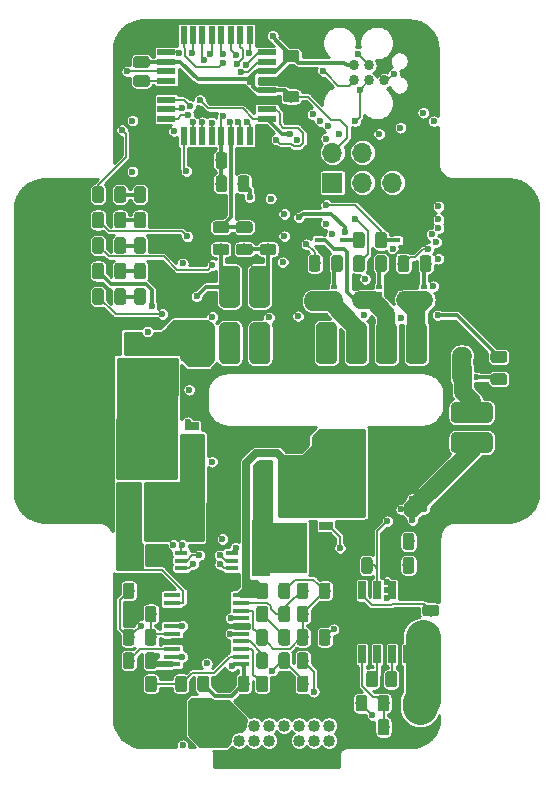
<source format=gbr>
G04 #@! TF.GenerationSoftware,KiCad,Pcbnew,(5.1.4)-1*
G04 #@! TF.CreationDate,2020-08-10T08:42:24-07:00*
G04 #@! TF.ProjectId,SkateLightMainBoard,536b6174-654c-4696-9768-744d61696e42,rev?*
G04 #@! TF.SameCoordinates,Original*
G04 #@! TF.FileFunction,Copper,L1,Top*
G04 #@! TF.FilePolarity,Positive*
%FSLAX46Y46*%
G04 Gerber Fmt 4.6, Leading zero omitted, Abs format (unit mm)*
G04 Created by KiCad (PCBNEW (5.1.4)-1) date 2020-08-10 08:42:24*
%MOMM*%
%LPD*%
G04 APERTURE LIST*
%ADD10C,0.864000*%
%ADD11R,1.150000X0.700000*%
%ADD12R,3.100000X4.200000*%
%ADD13R,1.500000X4.700000*%
%ADD14C,0.100000*%
%ADD15C,0.975000*%
%ADD16C,1.016000*%
%ADD17R,1.270000X1.400000*%
%ADD18R,4.720000X4.800000*%
%ADD19R,1.100000X0.400000*%
%ADD20R,3.150000X4.350000*%
%ADD21R,1.450000X0.450000*%
%ADD22C,1.350000*%
%ADD23C,1.778000*%
%ADD24C,1.250000*%
%ADD25C,4.318000*%
%ADD26R,1.400000X1.270000*%
%ADD27R,4.800000X4.720000*%
%ADD28R,0.600000X0.450000*%
%ADD29R,1.600000X0.550000*%
%ADD30R,0.550000X1.600000*%
%ADD31R,0.470000X0.400000*%
%ADD32R,1.050000X1.000000*%
%ADD33R,0.660000X0.400000*%
%ADD34R,0.650000X1.525000*%
%ADD35R,3.100000X2.400000*%
%ADD36R,1.700000X1.700000*%
%ADD37O,1.700000X1.700000*%
%ADD38R,0.400000X0.470000*%
%ADD39R,1.000000X1.050000*%
%ADD40R,0.400000X0.660000*%
%ADD41C,0.600000*%
%ADD42C,0.500000*%
%ADD43C,0.200000*%
%ADD44C,0.152400*%
%ADD45C,0.350000*%
%ADD46C,0.700000*%
%ADD47C,3.000000*%
%ADD48C,1.500000*%
%ADD49C,0.254000*%
G04 APERTURE END LIST*
D10*
X6577400Y21005800D03*
X6577400Y22275800D03*
X7847400Y21005800D03*
X7847400Y22275800D03*
X9117400Y21005800D03*
X9117400Y22275800D03*
D11*
X4192440Y-20491600D03*
X4192440Y-19221600D03*
X4192440Y-17951600D03*
X4192440Y-16681600D03*
D12*
X1017440Y-18586600D03*
D13*
X-1282560Y-18586600D03*
D14*
G36*
X-10972718Y24926446D02*
G01*
X-10949057Y24922936D01*
X-10925853Y24917124D01*
X-10903331Y24909066D01*
X-10881707Y24898838D01*
X-10861190Y24886541D01*
X-10841977Y24872291D01*
X-10824253Y24856227D01*
X-10808189Y24838503D01*
X-10793939Y24819290D01*
X-10781642Y24798773D01*
X-10771414Y24777149D01*
X-10763356Y24754627D01*
X-10757544Y24731423D01*
X-10754034Y24707762D01*
X-10752860Y24683870D01*
X-10752860Y24196370D01*
X-10754034Y24172478D01*
X-10757544Y24148817D01*
X-10763356Y24125613D01*
X-10771414Y24103091D01*
X-10781642Y24081467D01*
X-10793939Y24060950D01*
X-10808189Y24041737D01*
X-10824253Y24024013D01*
X-10841977Y24007949D01*
X-10861190Y23993699D01*
X-10881707Y23981402D01*
X-10903331Y23971174D01*
X-10925853Y23963116D01*
X-10949057Y23957304D01*
X-10972718Y23953794D01*
X-10996610Y23952620D01*
X-11909110Y23952620D01*
X-11933002Y23953794D01*
X-11956663Y23957304D01*
X-11979867Y23963116D01*
X-12002389Y23971174D01*
X-12024013Y23981402D01*
X-12044530Y23993699D01*
X-12063743Y24007949D01*
X-12081467Y24024013D01*
X-12097531Y24041737D01*
X-12111781Y24060950D01*
X-12124078Y24081467D01*
X-12134306Y24103091D01*
X-12142364Y24125613D01*
X-12148176Y24148817D01*
X-12151686Y24172478D01*
X-12152860Y24196370D01*
X-12152860Y24683870D01*
X-12151686Y24707762D01*
X-12148176Y24731423D01*
X-12142364Y24754627D01*
X-12134306Y24777149D01*
X-12124078Y24798773D01*
X-12111781Y24819290D01*
X-12097531Y24838503D01*
X-12081467Y24856227D01*
X-12063743Y24872291D01*
X-12044530Y24886541D01*
X-12024013Y24898838D01*
X-12002389Y24909066D01*
X-11979867Y24917124D01*
X-11956663Y24922936D01*
X-11933002Y24926446D01*
X-11909110Y24927620D01*
X-10996610Y24927620D01*
X-10972718Y24926446D01*
X-10972718Y24926446D01*
G37*
D15*
X-11452860Y24440120D03*
D14*
G36*
X-10972718Y23051446D02*
G01*
X-10949057Y23047936D01*
X-10925853Y23042124D01*
X-10903331Y23034066D01*
X-10881707Y23023838D01*
X-10861190Y23011541D01*
X-10841977Y22997291D01*
X-10824253Y22981227D01*
X-10808189Y22963503D01*
X-10793939Y22944290D01*
X-10781642Y22923773D01*
X-10771414Y22902149D01*
X-10763356Y22879627D01*
X-10757544Y22856423D01*
X-10754034Y22832762D01*
X-10752860Y22808870D01*
X-10752860Y22321370D01*
X-10754034Y22297478D01*
X-10757544Y22273817D01*
X-10763356Y22250613D01*
X-10771414Y22228091D01*
X-10781642Y22206467D01*
X-10793939Y22185950D01*
X-10808189Y22166737D01*
X-10824253Y22149013D01*
X-10841977Y22132949D01*
X-10861190Y22118699D01*
X-10881707Y22106402D01*
X-10903331Y22096174D01*
X-10925853Y22088116D01*
X-10949057Y22082304D01*
X-10972718Y22078794D01*
X-10996610Y22077620D01*
X-11909110Y22077620D01*
X-11933002Y22078794D01*
X-11956663Y22082304D01*
X-11979867Y22088116D01*
X-12002389Y22096174D01*
X-12024013Y22106402D01*
X-12044530Y22118699D01*
X-12063743Y22132949D01*
X-12081467Y22149013D01*
X-12097531Y22166737D01*
X-12111781Y22185950D01*
X-12124078Y22206467D01*
X-12134306Y22228091D01*
X-12142364Y22250613D01*
X-12148176Y22273817D01*
X-12151686Y22297478D01*
X-12152860Y22321370D01*
X-12152860Y22808870D01*
X-12151686Y22832762D01*
X-12148176Y22856423D01*
X-12142364Y22879627D01*
X-12134306Y22902149D01*
X-12124078Y22923773D01*
X-12111781Y22944290D01*
X-12097531Y22963503D01*
X-12081467Y22981227D01*
X-12063743Y22997291D01*
X-12044530Y23011541D01*
X-12024013Y23023838D01*
X-12002389Y23034066D01*
X-11979867Y23042124D01*
X-11956663Y23047936D01*
X-11933002Y23051446D01*
X-11909110Y23052620D01*
X-10996610Y23052620D01*
X-10972718Y23051446D01*
X-10972718Y23051446D01*
G37*
D15*
X-11452860Y22565120D03*
D13*
X-12673420Y-10185400D03*
D12*
X-10373420Y-10185400D03*
D11*
X-7198420Y-8280400D03*
X-7198420Y-9550400D03*
X-7198420Y-10820400D03*
X-7198420Y-12090400D03*
D14*
G36*
X-12247418Y-29374774D02*
G01*
X-12223757Y-29378284D01*
X-12200553Y-29384096D01*
X-12178031Y-29392154D01*
X-12156407Y-29402382D01*
X-12135890Y-29414679D01*
X-12116677Y-29428929D01*
X-12098953Y-29444993D01*
X-12082889Y-29462717D01*
X-12068639Y-29481930D01*
X-12056342Y-29502447D01*
X-12046114Y-29524071D01*
X-12038056Y-29546593D01*
X-12032244Y-29569797D01*
X-12028734Y-29593458D01*
X-12027560Y-29617350D01*
X-12027560Y-30529850D01*
X-12028734Y-30553742D01*
X-12032244Y-30577403D01*
X-12038056Y-30600607D01*
X-12046114Y-30623129D01*
X-12056342Y-30644753D01*
X-12068639Y-30665270D01*
X-12082889Y-30684483D01*
X-12098953Y-30702207D01*
X-12116677Y-30718271D01*
X-12135890Y-30732521D01*
X-12156407Y-30744818D01*
X-12178031Y-30755046D01*
X-12200553Y-30763104D01*
X-12223757Y-30768916D01*
X-12247418Y-30772426D01*
X-12271310Y-30773600D01*
X-12758810Y-30773600D01*
X-12782702Y-30772426D01*
X-12806363Y-30768916D01*
X-12829567Y-30763104D01*
X-12852089Y-30755046D01*
X-12873713Y-30744818D01*
X-12894230Y-30732521D01*
X-12913443Y-30718271D01*
X-12931167Y-30702207D01*
X-12947231Y-30684483D01*
X-12961481Y-30665270D01*
X-12973778Y-30644753D01*
X-12984006Y-30623129D01*
X-12992064Y-30600607D01*
X-12997876Y-30577403D01*
X-13001386Y-30553742D01*
X-13002560Y-30529850D01*
X-13002560Y-29617350D01*
X-13001386Y-29593458D01*
X-12997876Y-29569797D01*
X-12992064Y-29546593D01*
X-12984006Y-29524071D01*
X-12973778Y-29502447D01*
X-12961481Y-29481930D01*
X-12947231Y-29462717D01*
X-12931167Y-29444993D01*
X-12913443Y-29428929D01*
X-12894230Y-29414679D01*
X-12873713Y-29402382D01*
X-12852089Y-29392154D01*
X-12829567Y-29384096D01*
X-12806363Y-29378284D01*
X-12782702Y-29374774D01*
X-12758810Y-29373600D01*
X-12271310Y-29373600D01*
X-12247418Y-29374774D01*
X-12247418Y-29374774D01*
G37*
D15*
X-12515060Y-30073600D03*
D14*
G36*
X-10372418Y-29374774D02*
G01*
X-10348757Y-29378284D01*
X-10325553Y-29384096D01*
X-10303031Y-29392154D01*
X-10281407Y-29402382D01*
X-10260890Y-29414679D01*
X-10241677Y-29428929D01*
X-10223953Y-29444993D01*
X-10207889Y-29462717D01*
X-10193639Y-29481930D01*
X-10181342Y-29502447D01*
X-10171114Y-29524071D01*
X-10163056Y-29546593D01*
X-10157244Y-29569797D01*
X-10153734Y-29593458D01*
X-10152560Y-29617350D01*
X-10152560Y-30529850D01*
X-10153734Y-30553742D01*
X-10157244Y-30577403D01*
X-10163056Y-30600607D01*
X-10171114Y-30623129D01*
X-10181342Y-30644753D01*
X-10193639Y-30665270D01*
X-10207889Y-30684483D01*
X-10223953Y-30702207D01*
X-10241677Y-30718271D01*
X-10260890Y-30732521D01*
X-10281407Y-30744818D01*
X-10303031Y-30755046D01*
X-10325553Y-30763104D01*
X-10348757Y-30768916D01*
X-10372418Y-30772426D01*
X-10396310Y-30773600D01*
X-10883810Y-30773600D01*
X-10907702Y-30772426D01*
X-10931363Y-30768916D01*
X-10954567Y-30763104D01*
X-10977089Y-30755046D01*
X-10998713Y-30744818D01*
X-11019230Y-30732521D01*
X-11038443Y-30718271D01*
X-11056167Y-30702207D01*
X-11072231Y-30684483D01*
X-11086481Y-30665270D01*
X-11098778Y-30644753D01*
X-11109006Y-30623129D01*
X-11117064Y-30600607D01*
X-11122876Y-30577403D01*
X-11126386Y-30553742D01*
X-11127560Y-30529850D01*
X-11127560Y-29617350D01*
X-11126386Y-29593458D01*
X-11122876Y-29569797D01*
X-11117064Y-29546593D01*
X-11109006Y-29524071D01*
X-11098778Y-29502447D01*
X-11086481Y-29481930D01*
X-11072231Y-29462717D01*
X-11056167Y-29444993D01*
X-11038443Y-29428929D01*
X-11019230Y-29414679D01*
X-10998713Y-29402382D01*
X-10977089Y-29392154D01*
X-10954567Y-29384096D01*
X-10931363Y-29378284D01*
X-10907702Y-29374774D01*
X-10883810Y-29373600D01*
X-10396310Y-29373600D01*
X-10372418Y-29374774D01*
X-10372418Y-29374774D01*
G37*
D15*
X-10640060Y-30073600D03*
D14*
G36*
X-7817418Y-29374774D02*
G01*
X-7793757Y-29378284D01*
X-7770553Y-29384096D01*
X-7748031Y-29392154D01*
X-7726407Y-29402382D01*
X-7705890Y-29414679D01*
X-7686677Y-29428929D01*
X-7668953Y-29444993D01*
X-7652889Y-29462717D01*
X-7638639Y-29481930D01*
X-7626342Y-29502447D01*
X-7616114Y-29524071D01*
X-7608056Y-29546593D01*
X-7602244Y-29569797D01*
X-7598734Y-29593458D01*
X-7597560Y-29617350D01*
X-7597560Y-30529850D01*
X-7598734Y-30553742D01*
X-7602244Y-30577403D01*
X-7608056Y-30600607D01*
X-7616114Y-30623129D01*
X-7626342Y-30644753D01*
X-7638639Y-30665270D01*
X-7652889Y-30684483D01*
X-7668953Y-30702207D01*
X-7686677Y-30718271D01*
X-7705890Y-30732521D01*
X-7726407Y-30744818D01*
X-7748031Y-30755046D01*
X-7770553Y-30763104D01*
X-7793757Y-30768916D01*
X-7817418Y-30772426D01*
X-7841310Y-30773600D01*
X-8328810Y-30773600D01*
X-8352702Y-30772426D01*
X-8376363Y-30768916D01*
X-8399567Y-30763104D01*
X-8422089Y-30755046D01*
X-8443713Y-30744818D01*
X-8464230Y-30732521D01*
X-8483443Y-30718271D01*
X-8501167Y-30702207D01*
X-8517231Y-30684483D01*
X-8531481Y-30665270D01*
X-8543778Y-30644753D01*
X-8554006Y-30623129D01*
X-8562064Y-30600607D01*
X-8567876Y-30577403D01*
X-8571386Y-30553742D01*
X-8572560Y-30529850D01*
X-8572560Y-29617350D01*
X-8571386Y-29593458D01*
X-8567876Y-29569797D01*
X-8562064Y-29546593D01*
X-8554006Y-29524071D01*
X-8543778Y-29502447D01*
X-8531481Y-29481930D01*
X-8517231Y-29462717D01*
X-8501167Y-29444993D01*
X-8483443Y-29428929D01*
X-8464230Y-29414679D01*
X-8443713Y-29402382D01*
X-8422089Y-29392154D01*
X-8399567Y-29384096D01*
X-8376363Y-29378284D01*
X-8352702Y-29374774D01*
X-8328810Y-29373600D01*
X-7841310Y-29373600D01*
X-7817418Y-29374774D01*
X-7817418Y-29374774D01*
G37*
D15*
X-8085060Y-30073600D03*
D14*
G36*
X-5942418Y-29374774D02*
G01*
X-5918757Y-29378284D01*
X-5895553Y-29384096D01*
X-5873031Y-29392154D01*
X-5851407Y-29402382D01*
X-5830890Y-29414679D01*
X-5811677Y-29428929D01*
X-5793953Y-29444993D01*
X-5777889Y-29462717D01*
X-5763639Y-29481930D01*
X-5751342Y-29502447D01*
X-5741114Y-29524071D01*
X-5733056Y-29546593D01*
X-5727244Y-29569797D01*
X-5723734Y-29593458D01*
X-5722560Y-29617350D01*
X-5722560Y-30529850D01*
X-5723734Y-30553742D01*
X-5727244Y-30577403D01*
X-5733056Y-30600607D01*
X-5741114Y-30623129D01*
X-5751342Y-30644753D01*
X-5763639Y-30665270D01*
X-5777889Y-30684483D01*
X-5793953Y-30702207D01*
X-5811677Y-30718271D01*
X-5830890Y-30732521D01*
X-5851407Y-30744818D01*
X-5873031Y-30755046D01*
X-5895553Y-30763104D01*
X-5918757Y-30768916D01*
X-5942418Y-30772426D01*
X-5966310Y-30773600D01*
X-6453810Y-30773600D01*
X-6477702Y-30772426D01*
X-6501363Y-30768916D01*
X-6524567Y-30763104D01*
X-6547089Y-30755046D01*
X-6568713Y-30744818D01*
X-6589230Y-30732521D01*
X-6608443Y-30718271D01*
X-6626167Y-30702207D01*
X-6642231Y-30684483D01*
X-6656481Y-30665270D01*
X-6668778Y-30644753D01*
X-6679006Y-30623129D01*
X-6687064Y-30600607D01*
X-6692876Y-30577403D01*
X-6696386Y-30553742D01*
X-6697560Y-30529850D01*
X-6697560Y-29617350D01*
X-6696386Y-29593458D01*
X-6692876Y-29569797D01*
X-6687064Y-29546593D01*
X-6679006Y-29524071D01*
X-6668778Y-29502447D01*
X-6656481Y-29481930D01*
X-6642231Y-29462717D01*
X-6626167Y-29444993D01*
X-6608443Y-29428929D01*
X-6589230Y-29414679D01*
X-6568713Y-29402382D01*
X-6547089Y-29392154D01*
X-6524567Y-29384096D01*
X-6501363Y-29378284D01*
X-6477702Y-29374774D01*
X-6453810Y-29373600D01*
X-5966310Y-29373600D01*
X-5942418Y-29374774D01*
X-5942418Y-29374774D01*
G37*
D15*
X-6210060Y-30073600D03*
D14*
G36*
X4344582Y-25437774D02*
G01*
X4368243Y-25441284D01*
X4391447Y-25447096D01*
X4413969Y-25455154D01*
X4435593Y-25465382D01*
X4456110Y-25477679D01*
X4475323Y-25491929D01*
X4493047Y-25507993D01*
X4509111Y-25525717D01*
X4523361Y-25544930D01*
X4535658Y-25565447D01*
X4545886Y-25587071D01*
X4553944Y-25609593D01*
X4559756Y-25632797D01*
X4563266Y-25656458D01*
X4564440Y-25680350D01*
X4564440Y-26592850D01*
X4563266Y-26616742D01*
X4559756Y-26640403D01*
X4553944Y-26663607D01*
X4545886Y-26686129D01*
X4535658Y-26707753D01*
X4523361Y-26728270D01*
X4509111Y-26747483D01*
X4493047Y-26765207D01*
X4475323Y-26781271D01*
X4456110Y-26795521D01*
X4435593Y-26807818D01*
X4413969Y-26818046D01*
X4391447Y-26826104D01*
X4368243Y-26831916D01*
X4344582Y-26835426D01*
X4320690Y-26836600D01*
X3833190Y-26836600D01*
X3809298Y-26835426D01*
X3785637Y-26831916D01*
X3762433Y-26826104D01*
X3739911Y-26818046D01*
X3718287Y-26807818D01*
X3697770Y-26795521D01*
X3678557Y-26781271D01*
X3660833Y-26765207D01*
X3644769Y-26747483D01*
X3630519Y-26728270D01*
X3618222Y-26707753D01*
X3607994Y-26686129D01*
X3599936Y-26663607D01*
X3594124Y-26640403D01*
X3590614Y-26616742D01*
X3589440Y-26592850D01*
X3589440Y-25680350D01*
X3590614Y-25656458D01*
X3594124Y-25632797D01*
X3599936Y-25609593D01*
X3607994Y-25587071D01*
X3618222Y-25565447D01*
X3630519Y-25544930D01*
X3644769Y-25525717D01*
X3660833Y-25507993D01*
X3678557Y-25491929D01*
X3697770Y-25477679D01*
X3718287Y-25465382D01*
X3739911Y-25455154D01*
X3762433Y-25447096D01*
X3785637Y-25441284D01*
X3809298Y-25437774D01*
X3833190Y-25436600D01*
X4320690Y-25436600D01*
X4344582Y-25437774D01*
X4344582Y-25437774D01*
G37*
D15*
X4076940Y-26136600D03*
D14*
G36*
X2469582Y-25437774D02*
G01*
X2493243Y-25441284D01*
X2516447Y-25447096D01*
X2538969Y-25455154D01*
X2560593Y-25465382D01*
X2581110Y-25477679D01*
X2600323Y-25491929D01*
X2618047Y-25507993D01*
X2634111Y-25525717D01*
X2648361Y-25544930D01*
X2660658Y-25565447D01*
X2670886Y-25587071D01*
X2678944Y-25609593D01*
X2684756Y-25632797D01*
X2688266Y-25656458D01*
X2689440Y-25680350D01*
X2689440Y-26592850D01*
X2688266Y-26616742D01*
X2684756Y-26640403D01*
X2678944Y-26663607D01*
X2670886Y-26686129D01*
X2660658Y-26707753D01*
X2648361Y-26728270D01*
X2634111Y-26747483D01*
X2618047Y-26765207D01*
X2600323Y-26781271D01*
X2581110Y-26795521D01*
X2560593Y-26807818D01*
X2538969Y-26818046D01*
X2516447Y-26826104D01*
X2493243Y-26831916D01*
X2469582Y-26835426D01*
X2445690Y-26836600D01*
X1958190Y-26836600D01*
X1934298Y-26835426D01*
X1910637Y-26831916D01*
X1887433Y-26826104D01*
X1864911Y-26818046D01*
X1843287Y-26807818D01*
X1822770Y-26795521D01*
X1803557Y-26781271D01*
X1785833Y-26765207D01*
X1769769Y-26747483D01*
X1755519Y-26728270D01*
X1743222Y-26707753D01*
X1732994Y-26686129D01*
X1724936Y-26663607D01*
X1719124Y-26640403D01*
X1715614Y-26616742D01*
X1714440Y-26592850D01*
X1714440Y-25680350D01*
X1715614Y-25656458D01*
X1719124Y-25632797D01*
X1724936Y-25609593D01*
X1732994Y-25587071D01*
X1743222Y-25565447D01*
X1755519Y-25544930D01*
X1769769Y-25525717D01*
X1785833Y-25507993D01*
X1803557Y-25491929D01*
X1822770Y-25477679D01*
X1843287Y-25465382D01*
X1864911Y-25455154D01*
X1887433Y-25447096D01*
X1910637Y-25441284D01*
X1934298Y-25437774D01*
X1958190Y-25436600D01*
X2445690Y-25436600D01*
X2469582Y-25437774D01*
X2469582Y-25437774D01*
G37*
D15*
X2201940Y-26136600D03*
D16*
X-4445000Y-33613000D03*
X-4445000Y-34883000D03*
X-3175000Y-33613000D03*
X-3175000Y-34883000D03*
X-1905000Y-33613000D03*
X-1905000Y-34883000D03*
X-635000Y-33613000D03*
X-635000Y-34883000D03*
X635000Y-33613000D03*
X635000Y-34883000D03*
X1905000Y-33613000D03*
X1905000Y-34883000D03*
X3175000Y-33613000D03*
X3175000Y-34883000D03*
X4445000Y-33613000D03*
X4445000Y-34883000D03*
D14*
G36*
X4344582Y-27406274D02*
G01*
X4368243Y-27409784D01*
X4391447Y-27415596D01*
X4413969Y-27423654D01*
X4435593Y-27433882D01*
X4456110Y-27446179D01*
X4475323Y-27460429D01*
X4493047Y-27476493D01*
X4509111Y-27494217D01*
X4523361Y-27513430D01*
X4535658Y-27533947D01*
X4545886Y-27555571D01*
X4553944Y-27578093D01*
X4559756Y-27601297D01*
X4563266Y-27624958D01*
X4564440Y-27648850D01*
X4564440Y-28561350D01*
X4563266Y-28585242D01*
X4559756Y-28608903D01*
X4553944Y-28632107D01*
X4545886Y-28654629D01*
X4535658Y-28676253D01*
X4523361Y-28696770D01*
X4509111Y-28715983D01*
X4493047Y-28733707D01*
X4475323Y-28749771D01*
X4456110Y-28764021D01*
X4435593Y-28776318D01*
X4413969Y-28786546D01*
X4391447Y-28794604D01*
X4368243Y-28800416D01*
X4344582Y-28803926D01*
X4320690Y-28805100D01*
X3833190Y-28805100D01*
X3809298Y-28803926D01*
X3785637Y-28800416D01*
X3762433Y-28794604D01*
X3739911Y-28786546D01*
X3718287Y-28776318D01*
X3697770Y-28764021D01*
X3678557Y-28749771D01*
X3660833Y-28733707D01*
X3644769Y-28715983D01*
X3630519Y-28696770D01*
X3618222Y-28676253D01*
X3607994Y-28654629D01*
X3599936Y-28632107D01*
X3594124Y-28608903D01*
X3590614Y-28585242D01*
X3589440Y-28561350D01*
X3589440Y-27648850D01*
X3590614Y-27624958D01*
X3594124Y-27601297D01*
X3599936Y-27578093D01*
X3607994Y-27555571D01*
X3618222Y-27533947D01*
X3630519Y-27513430D01*
X3644769Y-27494217D01*
X3660833Y-27476493D01*
X3678557Y-27460429D01*
X3697770Y-27446179D01*
X3718287Y-27433882D01*
X3739911Y-27423654D01*
X3762433Y-27415596D01*
X3785637Y-27409784D01*
X3809298Y-27406274D01*
X3833190Y-27405100D01*
X4320690Y-27405100D01*
X4344582Y-27406274D01*
X4344582Y-27406274D01*
G37*
D15*
X4076940Y-28105100D03*
D14*
G36*
X2469582Y-27406274D02*
G01*
X2493243Y-27409784D01*
X2516447Y-27415596D01*
X2538969Y-27423654D01*
X2560593Y-27433882D01*
X2581110Y-27446179D01*
X2600323Y-27460429D01*
X2618047Y-27476493D01*
X2634111Y-27494217D01*
X2648361Y-27513430D01*
X2660658Y-27533947D01*
X2670886Y-27555571D01*
X2678944Y-27578093D01*
X2684756Y-27601297D01*
X2688266Y-27624958D01*
X2689440Y-27648850D01*
X2689440Y-28561350D01*
X2688266Y-28585242D01*
X2684756Y-28608903D01*
X2678944Y-28632107D01*
X2670886Y-28654629D01*
X2660658Y-28676253D01*
X2648361Y-28696770D01*
X2634111Y-28715983D01*
X2618047Y-28733707D01*
X2600323Y-28749771D01*
X2581110Y-28764021D01*
X2560593Y-28776318D01*
X2538969Y-28786546D01*
X2516447Y-28794604D01*
X2493243Y-28800416D01*
X2469582Y-28803926D01*
X2445690Y-28805100D01*
X1958190Y-28805100D01*
X1934298Y-28803926D01*
X1910637Y-28800416D01*
X1887433Y-28794604D01*
X1864911Y-28786546D01*
X1843287Y-28776318D01*
X1822770Y-28764021D01*
X1803557Y-28749771D01*
X1785833Y-28733707D01*
X1769769Y-28715983D01*
X1755519Y-28696770D01*
X1743222Y-28676253D01*
X1732994Y-28654629D01*
X1724936Y-28632107D01*
X1719124Y-28608903D01*
X1715614Y-28585242D01*
X1714440Y-28561350D01*
X1714440Y-27648850D01*
X1715614Y-27624958D01*
X1719124Y-27601297D01*
X1724936Y-27578093D01*
X1732994Y-27555571D01*
X1743222Y-27533947D01*
X1755519Y-27513430D01*
X1769769Y-27494217D01*
X1785833Y-27476493D01*
X1803557Y-27460429D01*
X1822770Y-27446179D01*
X1843287Y-27433882D01*
X1864911Y-27423654D01*
X1887433Y-27415596D01*
X1910637Y-27409784D01*
X1934298Y-27406274D01*
X1958190Y-27405100D01*
X2445690Y-27405100D01*
X2469582Y-27406274D01*
X2469582Y-27406274D01*
G37*
D15*
X2201940Y-28105100D03*
D14*
G36*
X-4388418Y-29374774D02*
G01*
X-4364757Y-29378284D01*
X-4341553Y-29384096D01*
X-4319031Y-29392154D01*
X-4297407Y-29402382D01*
X-4276890Y-29414679D01*
X-4257677Y-29428929D01*
X-4239953Y-29444993D01*
X-4223889Y-29462717D01*
X-4209639Y-29481930D01*
X-4197342Y-29502447D01*
X-4187114Y-29524071D01*
X-4179056Y-29546593D01*
X-4173244Y-29569797D01*
X-4169734Y-29593458D01*
X-4168560Y-29617350D01*
X-4168560Y-30529850D01*
X-4169734Y-30553742D01*
X-4173244Y-30577403D01*
X-4179056Y-30600607D01*
X-4187114Y-30623129D01*
X-4197342Y-30644753D01*
X-4209639Y-30665270D01*
X-4223889Y-30684483D01*
X-4239953Y-30702207D01*
X-4257677Y-30718271D01*
X-4276890Y-30732521D01*
X-4297407Y-30744818D01*
X-4319031Y-30755046D01*
X-4341553Y-30763104D01*
X-4364757Y-30768916D01*
X-4388418Y-30772426D01*
X-4412310Y-30773600D01*
X-4899810Y-30773600D01*
X-4923702Y-30772426D01*
X-4947363Y-30768916D01*
X-4970567Y-30763104D01*
X-4993089Y-30755046D01*
X-5014713Y-30744818D01*
X-5035230Y-30732521D01*
X-5054443Y-30718271D01*
X-5072167Y-30702207D01*
X-5088231Y-30684483D01*
X-5102481Y-30665270D01*
X-5114778Y-30644753D01*
X-5125006Y-30623129D01*
X-5133064Y-30600607D01*
X-5138876Y-30577403D01*
X-5142386Y-30553742D01*
X-5143560Y-30529850D01*
X-5143560Y-29617350D01*
X-5142386Y-29593458D01*
X-5138876Y-29569797D01*
X-5133064Y-29546593D01*
X-5125006Y-29524071D01*
X-5114778Y-29502447D01*
X-5102481Y-29481930D01*
X-5088231Y-29462717D01*
X-5072167Y-29444993D01*
X-5054443Y-29428929D01*
X-5035230Y-29414679D01*
X-5014713Y-29402382D01*
X-4993089Y-29392154D01*
X-4970567Y-29384096D01*
X-4947363Y-29378284D01*
X-4923702Y-29374774D01*
X-4899810Y-29373600D01*
X-4412310Y-29373600D01*
X-4388418Y-29374774D01*
X-4388418Y-29374774D01*
G37*
D15*
X-4656060Y-30073600D03*
D14*
G36*
X-2513418Y-29374774D02*
G01*
X-2489757Y-29378284D01*
X-2466553Y-29384096D01*
X-2444031Y-29392154D01*
X-2422407Y-29402382D01*
X-2401890Y-29414679D01*
X-2382677Y-29428929D01*
X-2364953Y-29444993D01*
X-2348889Y-29462717D01*
X-2334639Y-29481930D01*
X-2322342Y-29502447D01*
X-2312114Y-29524071D01*
X-2304056Y-29546593D01*
X-2298244Y-29569797D01*
X-2294734Y-29593458D01*
X-2293560Y-29617350D01*
X-2293560Y-30529850D01*
X-2294734Y-30553742D01*
X-2298244Y-30577403D01*
X-2304056Y-30600607D01*
X-2312114Y-30623129D01*
X-2322342Y-30644753D01*
X-2334639Y-30665270D01*
X-2348889Y-30684483D01*
X-2364953Y-30702207D01*
X-2382677Y-30718271D01*
X-2401890Y-30732521D01*
X-2422407Y-30744818D01*
X-2444031Y-30755046D01*
X-2466553Y-30763104D01*
X-2489757Y-30768916D01*
X-2513418Y-30772426D01*
X-2537310Y-30773600D01*
X-3024810Y-30773600D01*
X-3048702Y-30772426D01*
X-3072363Y-30768916D01*
X-3095567Y-30763104D01*
X-3118089Y-30755046D01*
X-3139713Y-30744818D01*
X-3160230Y-30732521D01*
X-3179443Y-30718271D01*
X-3197167Y-30702207D01*
X-3213231Y-30684483D01*
X-3227481Y-30665270D01*
X-3239778Y-30644753D01*
X-3250006Y-30623129D01*
X-3258064Y-30600607D01*
X-3263876Y-30577403D01*
X-3267386Y-30553742D01*
X-3268560Y-30529850D01*
X-3268560Y-29617350D01*
X-3267386Y-29593458D01*
X-3263876Y-29569797D01*
X-3258064Y-29546593D01*
X-3250006Y-29524071D01*
X-3239778Y-29502447D01*
X-3227481Y-29481930D01*
X-3213231Y-29462717D01*
X-3197167Y-29444993D01*
X-3179443Y-29428929D01*
X-3160230Y-29414679D01*
X-3139713Y-29402382D01*
X-3118089Y-29392154D01*
X-3095567Y-29384096D01*
X-3072363Y-29378284D01*
X-3048702Y-29374774D01*
X-3024810Y-29373600D01*
X-2537310Y-29373600D01*
X-2513418Y-29374774D01*
X-2513418Y-29374774D01*
G37*
D15*
X-2781060Y-30073600D03*
D14*
G36*
X-959418Y-25437774D02*
G01*
X-935757Y-25441284D01*
X-912553Y-25447096D01*
X-890031Y-25455154D01*
X-868407Y-25465382D01*
X-847890Y-25477679D01*
X-828677Y-25491929D01*
X-810953Y-25507993D01*
X-794889Y-25525717D01*
X-780639Y-25544930D01*
X-768342Y-25565447D01*
X-758114Y-25587071D01*
X-750056Y-25609593D01*
X-744244Y-25632797D01*
X-740734Y-25656458D01*
X-739560Y-25680350D01*
X-739560Y-26592850D01*
X-740734Y-26616742D01*
X-744244Y-26640403D01*
X-750056Y-26663607D01*
X-758114Y-26686129D01*
X-768342Y-26707753D01*
X-780639Y-26728270D01*
X-794889Y-26747483D01*
X-810953Y-26765207D01*
X-828677Y-26781271D01*
X-847890Y-26795521D01*
X-868407Y-26807818D01*
X-890031Y-26818046D01*
X-912553Y-26826104D01*
X-935757Y-26831916D01*
X-959418Y-26835426D01*
X-983310Y-26836600D01*
X-1470810Y-26836600D01*
X-1494702Y-26835426D01*
X-1518363Y-26831916D01*
X-1541567Y-26826104D01*
X-1564089Y-26818046D01*
X-1585713Y-26807818D01*
X-1606230Y-26795521D01*
X-1625443Y-26781271D01*
X-1643167Y-26765207D01*
X-1659231Y-26747483D01*
X-1673481Y-26728270D01*
X-1685778Y-26707753D01*
X-1696006Y-26686129D01*
X-1704064Y-26663607D01*
X-1709876Y-26640403D01*
X-1713386Y-26616742D01*
X-1714560Y-26592850D01*
X-1714560Y-25680350D01*
X-1713386Y-25656458D01*
X-1709876Y-25632797D01*
X-1704064Y-25609593D01*
X-1696006Y-25587071D01*
X-1685778Y-25565447D01*
X-1673481Y-25544930D01*
X-1659231Y-25525717D01*
X-1643167Y-25507993D01*
X-1625443Y-25491929D01*
X-1606230Y-25477679D01*
X-1585713Y-25465382D01*
X-1564089Y-25455154D01*
X-1541567Y-25447096D01*
X-1518363Y-25441284D01*
X-1494702Y-25437774D01*
X-1470810Y-25436600D01*
X-983310Y-25436600D01*
X-959418Y-25437774D01*
X-959418Y-25437774D01*
G37*
D15*
X-1227060Y-26136600D03*
D14*
G36*
X915582Y-25437774D02*
G01*
X939243Y-25441284D01*
X962447Y-25447096D01*
X984969Y-25455154D01*
X1006593Y-25465382D01*
X1027110Y-25477679D01*
X1046323Y-25491929D01*
X1064047Y-25507993D01*
X1080111Y-25525717D01*
X1094361Y-25544930D01*
X1106658Y-25565447D01*
X1116886Y-25587071D01*
X1124944Y-25609593D01*
X1130756Y-25632797D01*
X1134266Y-25656458D01*
X1135440Y-25680350D01*
X1135440Y-26592850D01*
X1134266Y-26616742D01*
X1130756Y-26640403D01*
X1124944Y-26663607D01*
X1116886Y-26686129D01*
X1106658Y-26707753D01*
X1094361Y-26728270D01*
X1080111Y-26747483D01*
X1064047Y-26765207D01*
X1046323Y-26781271D01*
X1027110Y-26795521D01*
X1006593Y-26807818D01*
X984969Y-26818046D01*
X962447Y-26826104D01*
X939243Y-26831916D01*
X915582Y-26835426D01*
X891690Y-26836600D01*
X404190Y-26836600D01*
X380298Y-26835426D01*
X356637Y-26831916D01*
X333433Y-26826104D01*
X310911Y-26818046D01*
X289287Y-26807818D01*
X268770Y-26795521D01*
X249557Y-26781271D01*
X231833Y-26765207D01*
X215769Y-26747483D01*
X201519Y-26728270D01*
X189222Y-26707753D01*
X178994Y-26686129D01*
X170936Y-26663607D01*
X165124Y-26640403D01*
X161614Y-26616742D01*
X160440Y-26592850D01*
X160440Y-25680350D01*
X161614Y-25656458D01*
X165124Y-25632797D01*
X170936Y-25609593D01*
X178994Y-25587071D01*
X189222Y-25565447D01*
X201519Y-25544930D01*
X215769Y-25525717D01*
X231833Y-25507993D01*
X249557Y-25491929D01*
X268770Y-25477679D01*
X289287Y-25465382D01*
X310911Y-25455154D01*
X333433Y-25447096D01*
X356637Y-25441284D01*
X380298Y-25437774D01*
X404190Y-25436600D01*
X891690Y-25436600D01*
X915582Y-25437774D01*
X915582Y-25437774D01*
G37*
D15*
X647940Y-26136600D03*
D14*
G36*
X4344582Y-21500774D02*
G01*
X4368243Y-21504284D01*
X4391447Y-21510096D01*
X4413969Y-21518154D01*
X4435593Y-21528382D01*
X4456110Y-21540679D01*
X4475323Y-21554929D01*
X4493047Y-21570993D01*
X4509111Y-21588717D01*
X4523361Y-21607930D01*
X4535658Y-21628447D01*
X4545886Y-21650071D01*
X4553944Y-21672593D01*
X4559756Y-21695797D01*
X4563266Y-21719458D01*
X4564440Y-21743350D01*
X4564440Y-22655850D01*
X4563266Y-22679742D01*
X4559756Y-22703403D01*
X4553944Y-22726607D01*
X4545886Y-22749129D01*
X4535658Y-22770753D01*
X4523361Y-22791270D01*
X4509111Y-22810483D01*
X4493047Y-22828207D01*
X4475323Y-22844271D01*
X4456110Y-22858521D01*
X4435593Y-22870818D01*
X4413969Y-22881046D01*
X4391447Y-22889104D01*
X4368243Y-22894916D01*
X4344582Y-22898426D01*
X4320690Y-22899600D01*
X3833190Y-22899600D01*
X3809298Y-22898426D01*
X3785637Y-22894916D01*
X3762433Y-22889104D01*
X3739911Y-22881046D01*
X3718287Y-22870818D01*
X3697770Y-22858521D01*
X3678557Y-22844271D01*
X3660833Y-22828207D01*
X3644769Y-22810483D01*
X3630519Y-22791270D01*
X3618222Y-22770753D01*
X3607994Y-22749129D01*
X3599936Y-22726607D01*
X3594124Y-22703403D01*
X3590614Y-22679742D01*
X3589440Y-22655850D01*
X3589440Y-21743350D01*
X3590614Y-21719458D01*
X3594124Y-21695797D01*
X3599936Y-21672593D01*
X3607994Y-21650071D01*
X3618222Y-21628447D01*
X3630519Y-21607930D01*
X3644769Y-21588717D01*
X3660833Y-21570993D01*
X3678557Y-21554929D01*
X3697770Y-21540679D01*
X3718287Y-21528382D01*
X3739911Y-21518154D01*
X3762433Y-21510096D01*
X3785637Y-21504284D01*
X3809298Y-21500774D01*
X3833190Y-21499600D01*
X4320690Y-21499600D01*
X4344582Y-21500774D01*
X4344582Y-21500774D01*
G37*
D15*
X4076940Y-22199600D03*
D14*
G36*
X2469582Y-21500774D02*
G01*
X2493243Y-21504284D01*
X2516447Y-21510096D01*
X2538969Y-21518154D01*
X2560593Y-21528382D01*
X2581110Y-21540679D01*
X2600323Y-21554929D01*
X2618047Y-21570993D01*
X2634111Y-21588717D01*
X2648361Y-21607930D01*
X2660658Y-21628447D01*
X2670886Y-21650071D01*
X2678944Y-21672593D01*
X2684756Y-21695797D01*
X2688266Y-21719458D01*
X2689440Y-21743350D01*
X2689440Y-22655850D01*
X2688266Y-22679742D01*
X2684756Y-22703403D01*
X2678944Y-22726607D01*
X2670886Y-22749129D01*
X2660658Y-22770753D01*
X2648361Y-22791270D01*
X2634111Y-22810483D01*
X2618047Y-22828207D01*
X2600323Y-22844271D01*
X2581110Y-22858521D01*
X2560593Y-22870818D01*
X2538969Y-22881046D01*
X2516447Y-22889104D01*
X2493243Y-22894916D01*
X2469582Y-22898426D01*
X2445690Y-22899600D01*
X1958190Y-22899600D01*
X1934298Y-22898426D01*
X1910637Y-22894916D01*
X1887433Y-22889104D01*
X1864911Y-22881046D01*
X1843287Y-22870818D01*
X1822770Y-22858521D01*
X1803557Y-22844271D01*
X1785833Y-22828207D01*
X1769769Y-22810483D01*
X1755519Y-22791270D01*
X1743222Y-22770753D01*
X1732994Y-22749129D01*
X1724936Y-22726607D01*
X1719124Y-22703403D01*
X1715614Y-22679742D01*
X1714440Y-22655850D01*
X1714440Y-21743350D01*
X1715614Y-21719458D01*
X1719124Y-21695797D01*
X1724936Y-21672593D01*
X1732994Y-21650071D01*
X1743222Y-21628447D01*
X1755519Y-21607930D01*
X1769769Y-21588717D01*
X1785833Y-21570993D01*
X1803557Y-21554929D01*
X1822770Y-21540679D01*
X1843287Y-21528382D01*
X1864911Y-21518154D01*
X1887433Y-21510096D01*
X1910637Y-21504284D01*
X1934298Y-21500774D01*
X1958190Y-21499600D01*
X2445690Y-21499600D01*
X2469582Y-21500774D01*
X2469582Y-21500774D01*
G37*
D15*
X2201940Y-22199600D03*
D14*
G36*
X-12262418Y-27406274D02*
G01*
X-12238757Y-27409784D01*
X-12215553Y-27415596D01*
X-12193031Y-27423654D01*
X-12171407Y-27433882D01*
X-12150890Y-27446179D01*
X-12131677Y-27460429D01*
X-12113953Y-27476493D01*
X-12097889Y-27494217D01*
X-12083639Y-27513430D01*
X-12071342Y-27533947D01*
X-12061114Y-27555571D01*
X-12053056Y-27578093D01*
X-12047244Y-27601297D01*
X-12043734Y-27624958D01*
X-12042560Y-27648850D01*
X-12042560Y-28561350D01*
X-12043734Y-28585242D01*
X-12047244Y-28608903D01*
X-12053056Y-28632107D01*
X-12061114Y-28654629D01*
X-12071342Y-28676253D01*
X-12083639Y-28696770D01*
X-12097889Y-28715983D01*
X-12113953Y-28733707D01*
X-12131677Y-28749771D01*
X-12150890Y-28764021D01*
X-12171407Y-28776318D01*
X-12193031Y-28786546D01*
X-12215553Y-28794604D01*
X-12238757Y-28800416D01*
X-12262418Y-28803926D01*
X-12286310Y-28805100D01*
X-12773810Y-28805100D01*
X-12797702Y-28803926D01*
X-12821363Y-28800416D01*
X-12844567Y-28794604D01*
X-12867089Y-28786546D01*
X-12888713Y-28776318D01*
X-12909230Y-28764021D01*
X-12928443Y-28749771D01*
X-12946167Y-28733707D01*
X-12962231Y-28715983D01*
X-12976481Y-28696770D01*
X-12988778Y-28676253D01*
X-12999006Y-28654629D01*
X-13007064Y-28632107D01*
X-13012876Y-28608903D01*
X-13016386Y-28585242D01*
X-13017560Y-28561350D01*
X-13017560Y-27648850D01*
X-13016386Y-27624958D01*
X-13012876Y-27601297D01*
X-13007064Y-27578093D01*
X-12999006Y-27555571D01*
X-12988778Y-27533947D01*
X-12976481Y-27513430D01*
X-12962231Y-27494217D01*
X-12946167Y-27476493D01*
X-12928443Y-27460429D01*
X-12909230Y-27446179D01*
X-12888713Y-27433882D01*
X-12867089Y-27423654D01*
X-12844567Y-27415596D01*
X-12821363Y-27409784D01*
X-12797702Y-27406274D01*
X-12773810Y-27405100D01*
X-12286310Y-27405100D01*
X-12262418Y-27406274D01*
X-12262418Y-27406274D01*
G37*
D15*
X-12530060Y-28105100D03*
D14*
G36*
X-10387418Y-27406274D02*
G01*
X-10363757Y-27409784D01*
X-10340553Y-27415596D01*
X-10318031Y-27423654D01*
X-10296407Y-27433882D01*
X-10275890Y-27446179D01*
X-10256677Y-27460429D01*
X-10238953Y-27476493D01*
X-10222889Y-27494217D01*
X-10208639Y-27513430D01*
X-10196342Y-27533947D01*
X-10186114Y-27555571D01*
X-10178056Y-27578093D01*
X-10172244Y-27601297D01*
X-10168734Y-27624958D01*
X-10167560Y-27648850D01*
X-10167560Y-28561350D01*
X-10168734Y-28585242D01*
X-10172244Y-28608903D01*
X-10178056Y-28632107D01*
X-10186114Y-28654629D01*
X-10196342Y-28676253D01*
X-10208639Y-28696770D01*
X-10222889Y-28715983D01*
X-10238953Y-28733707D01*
X-10256677Y-28749771D01*
X-10275890Y-28764021D01*
X-10296407Y-28776318D01*
X-10318031Y-28786546D01*
X-10340553Y-28794604D01*
X-10363757Y-28800416D01*
X-10387418Y-28803926D01*
X-10411310Y-28805100D01*
X-10898810Y-28805100D01*
X-10922702Y-28803926D01*
X-10946363Y-28800416D01*
X-10969567Y-28794604D01*
X-10992089Y-28786546D01*
X-11013713Y-28776318D01*
X-11034230Y-28764021D01*
X-11053443Y-28749771D01*
X-11071167Y-28733707D01*
X-11087231Y-28715983D01*
X-11101481Y-28696770D01*
X-11113778Y-28676253D01*
X-11124006Y-28654629D01*
X-11132064Y-28632107D01*
X-11137876Y-28608903D01*
X-11141386Y-28585242D01*
X-11142560Y-28561350D01*
X-11142560Y-27648850D01*
X-11141386Y-27624958D01*
X-11137876Y-27601297D01*
X-11132064Y-27578093D01*
X-11124006Y-27555571D01*
X-11113778Y-27533947D01*
X-11101481Y-27513430D01*
X-11087231Y-27494217D01*
X-11071167Y-27476493D01*
X-11053443Y-27460429D01*
X-11034230Y-27446179D01*
X-11013713Y-27433882D01*
X-10992089Y-27423654D01*
X-10969567Y-27415596D01*
X-10946363Y-27409784D01*
X-10922702Y-27406274D01*
X-10898810Y-27405100D01*
X-10411310Y-27405100D01*
X-10387418Y-27406274D01*
X-10387418Y-27406274D01*
G37*
D15*
X-10655060Y-28105100D03*
D14*
G36*
X-10387418Y-21500774D02*
G01*
X-10363757Y-21504284D01*
X-10340553Y-21510096D01*
X-10318031Y-21518154D01*
X-10296407Y-21528382D01*
X-10275890Y-21540679D01*
X-10256677Y-21554929D01*
X-10238953Y-21570993D01*
X-10222889Y-21588717D01*
X-10208639Y-21607930D01*
X-10196342Y-21628447D01*
X-10186114Y-21650071D01*
X-10178056Y-21672593D01*
X-10172244Y-21695797D01*
X-10168734Y-21719458D01*
X-10167560Y-21743350D01*
X-10167560Y-22655850D01*
X-10168734Y-22679742D01*
X-10172244Y-22703403D01*
X-10178056Y-22726607D01*
X-10186114Y-22749129D01*
X-10196342Y-22770753D01*
X-10208639Y-22791270D01*
X-10222889Y-22810483D01*
X-10238953Y-22828207D01*
X-10256677Y-22844271D01*
X-10275890Y-22858521D01*
X-10296407Y-22870818D01*
X-10318031Y-22881046D01*
X-10340553Y-22889104D01*
X-10363757Y-22894916D01*
X-10387418Y-22898426D01*
X-10411310Y-22899600D01*
X-10898810Y-22899600D01*
X-10922702Y-22898426D01*
X-10946363Y-22894916D01*
X-10969567Y-22889104D01*
X-10992089Y-22881046D01*
X-11013713Y-22870818D01*
X-11034230Y-22858521D01*
X-11053443Y-22844271D01*
X-11071167Y-22828207D01*
X-11087231Y-22810483D01*
X-11101481Y-22791270D01*
X-11113778Y-22770753D01*
X-11124006Y-22749129D01*
X-11132064Y-22726607D01*
X-11137876Y-22703403D01*
X-11141386Y-22679742D01*
X-11142560Y-22655850D01*
X-11142560Y-21743350D01*
X-11141386Y-21719458D01*
X-11137876Y-21695797D01*
X-11132064Y-21672593D01*
X-11124006Y-21650071D01*
X-11113778Y-21628447D01*
X-11101481Y-21607930D01*
X-11087231Y-21588717D01*
X-11071167Y-21570993D01*
X-11053443Y-21554929D01*
X-11034230Y-21540679D01*
X-11013713Y-21528382D01*
X-10992089Y-21518154D01*
X-10969567Y-21510096D01*
X-10946363Y-21504284D01*
X-10922702Y-21500774D01*
X-10898810Y-21499600D01*
X-10411310Y-21499600D01*
X-10387418Y-21500774D01*
X-10387418Y-21500774D01*
G37*
D15*
X-10655060Y-22199600D03*
D14*
G36*
X-12262418Y-21500774D02*
G01*
X-12238757Y-21504284D01*
X-12215553Y-21510096D01*
X-12193031Y-21518154D01*
X-12171407Y-21528382D01*
X-12150890Y-21540679D01*
X-12131677Y-21554929D01*
X-12113953Y-21570993D01*
X-12097889Y-21588717D01*
X-12083639Y-21607930D01*
X-12071342Y-21628447D01*
X-12061114Y-21650071D01*
X-12053056Y-21672593D01*
X-12047244Y-21695797D01*
X-12043734Y-21719458D01*
X-12042560Y-21743350D01*
X-12042560Y-22655850D01*
X-12043734Y-22679742D01*
X-12047244Y-22703403D01*
X-12053056Y-22726607D01*
X-12061114Y-22749129D01*
X-12071342Y-22770753D01*
X-12083639Y-22791270D01*
X-12097889Y-22810483D01*
X-12113953Y-22828207D01*
X-12131677Y-22844271D01*
X-12150890Y-22858521D01*
X-12171407Y-22870818D01*
X-12193031Y-22881046D01*
X-12215553Y-22889104D01*
X-12238757Y-22894916D01*
X-12262418Y-22898426D01*
X-12286310Y-22899600D01*
X-12773810Y-22899600D01*
X-12797702Y-22898426D01*
X-12821363Y-22894916D01*
X-12844567Y-22889104D01*
X-12867089Y-22881046D01*
X-12888713Y-22870818D01*
X-12909230Y-22858521D01*
X-12928443Y-22844271D01*
X-12946167Y-22828207D01*
X-12962231Y-22810483D01*
X-12976481Y-22791270D01*
X-12988778Y-22770753D01*
X-12999006Y-22749129D01*
X-13007064Y-22726607D01*
X-13012876Y-22703403D01*
X-13016386Y-22679742D01*
X-13017560Y-22655850D01*
X-13017560Y-21743350D01*
X-13016386Y-21719458D01*
X-13012876Y-21695797D01*
X-13007064Y-21672593D01*
X-12999006Y-21650071D01*
X-12988778Y-21628447D01*
X-12976481Y-21607930D01*
X-12962231Y-21588717D01*
X-12946167Y-21570993D01*
X-12928443Y-21554929D01*
X-12909230Y-21540679D01*
X-12888713Y-21528382D01*
X-12867089Y-21518154D01*
X-12844567Y-21510096D01*
X-12821363Y-21504284D01*
X-12797702Y-21500774D01*
X-12773810Y-21499600D01*
X-12286310Y-21499600D01*
X-12262418Y-21500774D01*
X-12262418Y-21500774D01*
G37*
D15*
X-12530060Y-22199600D03*
D14*
G36*
X-12262418Y-23469274D02*
G01*
X-12238757Y-23472784D01*
X-12215553Y-23478596D01*
X-12193031Y-23486654D01*
X-12171407Y-23496882D01*
X-12150890Y-23509179D01*
X-12131677Y-23523429D01*
X-12113953Y-23539493D01*
X-12097889Y-23557217D01*
X-12083639Y-23576430D01*
X-12071342Y-23596947D01*
X-12061114Y-23618571D01*
X-12053056Y-23641093D01*
X-12047244Y-23664297D01*
X-12043734Y-23687958D01*
X-12042560Y-23711850D01*
X-12042560Y-24624350D01*
X-12043734Y-24648242D01*
X-12047244Y-24671903D01*
X-12053056Y-24695107D01*
X-12061114Y-24717629D01*
X-12071342Y-24739253D01*
X-12083639Y-24759770D01*
X-12097889Y-24778983D01*
X-12113953Y-24796707D01*
X-12131677Y-24812771D01*
X-12150890Y-24827021D01*
X-12171407Y-24839318D01*
X-12193031Y-24849546D01*
X-12215553Y-24857604D01*
X-12238757Y-24863416D01*
X-12262418Y-24866926D01*
X-12286310Y-24868100D01*
X-12773810Y-24868100D01*
X-12797702Y-24866926D01*
X-12821363Y-24863416D01*
X-12844567Y-24857604D01*
X-12867089Y-24849546D01*
X-12888713Y-24839318D01*
X-12909230Y-24827021D01*
X-12928443Y-24812771D01*
X-12946167Y-24796707D01*
X-12962231Y-24778983D01*
X-12976481Y-24759770D01*
X-12988778Y-24739253D01*
X-12999006Y-24717629D01*
X-13007064Y-24695107D01*
X-13012876Y-24671903D01*
X-13016386Y-24648242D01*
X-13017560Y-24624350D01*
X-13017560Y-23711850D01*
X-13016386Y-23687958D01*
X-13012876Y-23664297D01*
X-13007064Y-23641093D01*
X-12999006Y-23618571D01*
X-12988778Y-23596947D01*
X-12976481Y-23576430D01*
X-12962231Y-23557217D01*
X-12946167Y-23539493D01*
X-12928443Y-23523429D01*
X-12909230Y-23509179D01*
X-12888713Y-23496882D01*
X-12867089Y-23486654D01*
X-12844567Y-23478596D01*
X-12821363Y-23472784D01*
X-12797702Y-23469274D01*
X-12773810Y-23468100D01*
X-12286310Y-23468100D01*
X-12262418Y-23469274D01*
X-12262418Y-23469274D01*
G37*
D15*
X-12530060Y-24168100D03*
D14*
G36*
X-10387418Y-23469274D02*
G01*
X-10363757Y-23472784D01*
X-10340553Y-23478596D01*
X-10318031Y-23486654D01*
X-10296407Y-23496882D01*
X-10275890Y-23509179D01*
X-10256677Y-23523429D01*
X-10238953Y-23539493D01*
X-10222889Y-23557217D01*
X-10208639Y-23576430D01*
X-10196342Y-23596947D01*
X-10186114Y-23618571D01*
X-10178056Y-23641093D01*
X-10172244Y-23664297D01*
X-10168734Y-23687958D01*
X-10167560Y-23711850D01*
X-10167560Y-24624350D01*
X-10168734Y-24648242D01*
X-10172244Y-24671903D01*
X-10178056Y-24695107D01*
X-10186114Y-24717629D01*
X-10196342Y-24739253D01*
X-10208639Y-24759770D01*
X-10222889Y-24778983D01*
X-10238953Y-24796707D01*
X-10256677Y-24812771D01*
X-10275890Y-24827021D01*
X-10296407Y-24839318D01*
X-10318031Y-24849546D01*
X-10340553Y-24857604D01*
X-10363757Y-24863416D01*
X-10387418Y-24866926D01*
X-10411310Y-24868100D01*
X-10898810Y-24868100D01*
X-10922702Y-24866926D01*
X-10946363Y-24863416D01*
X-10969567Y-24857604D01*
X-10992089Y-24849546D01*
X-11013713Y-24839318D01*
X-11034230Y-24827021D01*
X-11053443Y-24812771D01*
X-11071167Y-24796707D01*
X-11087231Y-24778983D01*
X-11101481Y-24759770D01*
X-11113778Y-24739253D01*
X-11124006Y-24717629D01*
X-11132064Y-24695107D01*
X-11137876Y-24671903D01*
X-11141386Y-24648242D01*
X-11142560Y-24624350D01*
X-11142560Y-23711850D01*
X-11141386Y-23687958D01*
X-11137876Y-23664297D01*
X-11132064Y-23641093D01*
X-11124006Y-23618571D01*
X-11113778Y-23596947D01*
X-11101481Y-23576430D01*
X-11087231Y-23557217D01*
X-11071167Y-23539493D01*
X-11053443Y-23523429D01*
X-11034230Y-23509179D01*
X-11013713Y-23496882D01*
X-10992089Y-23486654D01*
X-10969567Y-23478596D01*
X-10946363Y-23472784D01*
X-10922702Y-23469274D01*
X-10898810Y-23468100D01*
X-10411310Y-23468100D01*
X-10387418Y-23469274D01*
X-10387418Y-23469274D01*
G37*
D15*
X-10655060Y-24168100D03*
D14*
G36*
X-14853218Y9891086D02*
G01*
X-14829557Y9887576D01*
X-14806353Y9881764D01*
X-14783831Y9873706D01*
X-14762207Y9863478D01*
X-14741690Y9851181D01*
X-14722477Y9836931D01*
X-14704753Y9820867D01*
X-14688689Y9803143D01*
X-14674439Y9783930D01*
X-14662142Y9763413D01*
X-14651914Y9741789D01*
X-14643856Y9719267D01*
X-14638044Y9696063D01*
X-14634534Y9672402D01*
X-14633360Y9648510D01*
X-14633360Y8736010D01*
X-14634534Y8712118D01*
X-14638044Y8688457D01*
X-14643856Y8665253D01*
X-14651914Y8642731D01*
X-14662142Y8621107D01*
X-14674439Y8600590D01*
X-14688689Y8581377D01*
X-14704753Y8563653D01*
X-14722477Y8547589D01*
X-14741690Y8533339D01*
X-14762207Y8521042D01*
X-14783831Y8510814D01*
X-14806353Y8502756D01*
X-14829557Y8496944D01*
X-14853218Y8493434D01*
X-14877110Y8492260D01*
X-15364610Y8492260D01*
X-15388502Y8493434D01*
X-15412163Y8496944D01*
X-15435367Y8502756D01*
X-15457889Y8510814D01*
X-15479513Y8521042D01*
X-15500030Y8533339D01*
X-15519243Y8547589D01*
X-15536967Y8563653D01*
X-15553031Y8581377D01*
X-15567281Y8600590D01*
X-15579578Y8621107D01*
X-15589806Y8642731D01*
X-15597864Y8665253D01*
X-15603676Y8688457D01*
X-15607186Y8712118D01*
X-15608360Y8736010D01*
X-15608360Y9648510D01*
X-15607186Y9672402D01*
X-15603676Y9696063D01*
X-15597864Y9719267D01*
X-15589806Y9741789D01*
X-15579578Y9763413D01*
X-15567281Y9783930D01*
X-15553031Y9803143D01*
X-15536967Y9820867D01*
X-15519243Y9836931D01*
X-15500030Y9851181D01*
X-15479513Y9863478D01*
X-15457889Y9873706D01*
X-15435367Y9881764D01*
X-15412163Y9887576D01*
X-15388502Y9891086D01*
X-15364610Y9892260D01*
X-14877110Y9892260D01*
X-14853218Y9891086D01*
X-14853218Y9891086D01*
G37*
D15*
X-15120860Y9192260D03*
D14*
G36*
X-12978218Y9891086D02*
G01*
X-12954557Y9887576D01*
X-12931353Y9881764D01*
X-12908831Y9873706D01*
X-12887207Y9863478D01*
X-12866690Y9851181D01*
X-12847477Y9836931D01*
X-12829753Y9820867D01*
X-12813689Y9803143D01*
X-12799439Y9783930D01*
X-12787142Y9763413D01*
X-12776914Y9741789D01*
X-12768856Y9719267D01*
X-12763044Y9696063D01*
X-12759534Y9672402D01*
X-12758360Y9648510D01*
X-12758360Y8736010D01*
X-12759534Y8712118D01*
X-12763044Y8688457D01*
X-12768856Y8665253D01*
X-12776914Y8642731D01*
X-12787142Y8621107D01*
X-12799439Y8600590D01*
X-12813689Y8581377D01*
X-12829753Y8563653D01*
X-12847477Y8547589D01*
X-12866690Y8533339D01*
X-12887207Y8521042D01*
X-12908831Y8510814D01*
X-12931353Y8502756D01*
X-12954557Y8496944D01*
X-12978218Y8493434D01*
X-13002110Y8492260D01*
X-13489610Y8492260D01*
X-13513502Y8493434D01*
X-13537163Y8496944D01*
X-13560367Y8502756D01*
X-13582889Y8510814D01*
X-13604513Y8521042D01*
X-13625030Y8533339D01*
X-13644243Y8547589D01*
X-13661967Y8563653D01*
X-13678031Y8581377D01*
X-13692281Y8600590D01*
X-13704578Y8621107D01*
X-13714806Y8642731D01*
X-13722864Y8665253D01*
X-13728676Y8688457D01*
X-13732186Y8712118D01*
X-13733360Y8736010D01*
X-13733360Y9648510D01*
X-13732186Y9672402D01*
X-13728676Y9696063D01*
X-13722864Y9719267D01*
X-13714806Y9741789D01*
X-13704578Y9763413D01*
X-13692281Y9783930D01*
X-13678031Y9803143D01*
X-13661967Y9820867D01*
X-13644243Y9836931D01*
X-13625030Y9851181D01*
X-13604513Y9863478D01*
X-13582889Y9873706D01*
X-13560367Y9881764D01*
X-13537163Y9887576D01*
X-13513502Y9891086D01*
X-13489610Y9892260D01*
X-13002110Y9892260D01*
X-12978218Y9891086D01*
X-12978218Y9891086D01*
G37*
D15*
X-13245860Y9192260D03*
D14*
G36*
X-14853218Y5573086D02*
G01*
X-14829557Y5569576D01*
X-14806353Y5563764D01*
X-14783831Y5555706D01*
X-14762207Y5545478D01*
X-14741690Y5533181D01*
X-14722477Y5518931D01*
X-14704753Y5502867D01*
X-14688689Y5485143D01*
X-14674439Y5465930D01*
X-14662142Y5445413D01*
X-14651914Y5423789D01*
X-14643856Y5401267D01*
X-14638044Y5378063D01*
X-14634534Y5354402D01*
X-14633360Y5330510D01*
X-14633360Y4418010D01*
X-14634534Y4394118D01*
X-14638044Y4370457D01*
X-14643856Y4347253D01*
X-14651914Y4324731D01*
X-14662142Y4303107D01*
X-14674439Y4282590D01*
X-14688689Y4263377D01*
X-14704753Y4245653D01*
X-14722477Y4229589D01*
X-14741690Y4215339D01*
X-14762207Y4203042D01*
X-14783831Y4192814D01*
X-14806353Y4184756D01*
X-14829557Y4178944D01*
X-14853218Y4175434D01*
X-14877110Y4174260D01*
X-15364610Y4174260D01*
X-15388502Y4175434D01*
X-15412163Y4178944D01*
X-15435367Y4184756D01*
X-15457889Y4192814D01*
X-15479513Y4203042D01*
X-15500030Y4215339D01*
X-15519243Y4229589D01*
X-15536967Y4245653D01*
X-15553031Y4263377D01*
X-15567281Y4282590D01*
X-15579578Y4303107D01*
X-15589806Y4324731D01*
X-15597864Y4347253D01*
X-15603676Y4370457D01*
X-15607186Y4394118D01*
X-15608360Y4418010D01*
X-15608360Y5330510D01*
X-15607186Y5354402D01*
X-15603676Y5378063D01*
X-15597864Y5401267D01*
X-15589806Y5423789D01*
X-15579578Y5445413D01*
X-15567281Y5465930D01*
X-15553031Y5485143D01*
X-15536967Y5502867D01*
X-15519243Y5518931D01*
X-15500030Y5533181D01*
X-15479513Y5545478D01*
X-15457889Y5555706D01*
X-15435367Y5563764D01*
X-15412163Y5569576D01*
X-15388502Y5573086D01*
X-15364610Y5574260D01*
X-14877110Y5574260D01*
X-14853218Y5573086D01*
X-14853218Y5573086D01*
G37*
D15*
X-15120860Y4874260D03*
D14*
G36*
X-12978218Y5573086D02*
G01*
X-12954557Y5569576D01*
X-12931353Y5563764D01*
X-12908831Y5555706D01*
X-12887207Y5545478D01*
X-12866690Y5533181D01*
X-12847477Y5518931D01*
X-12829753Y5502867D01*
X-12813689Y5485143D01*
X-12799439Y5465930D01*
X-12787142Y5445413D01*
X-12776914Y5423789D01*
X-12768856Y5401267D01*
X-12763044Y5378063D01*
X-12759534Y5354402D01*
X-12758360Y5330510D01*
X-12758360Y4418010D01*
X-12759534Y4394118D01*
X-12763044Y4370457D01*
X-12768856Y4347253D01*
X-12776914Y4324731D01*
X-12787142Y4303107D01*
X-12799439Y4282590D01*
X-12813689Y4263377D01*
X-12829753Y4245653D01*
X-12847477Y4229589D01*
X-12866690Y4215339D01*
X-12887207Y4203042D01*
X-12908831Y4192814D01*
X-12931353Y4184756D01*
X-12954557Y4178944D01*
X-12978218Y4175434D01*
X-13002110Y4174260D01*
X-13489610Y4174260D01*
X-13513502Y4175434D01*
X-13537163Y4178944D01*
X-13560367Y4184756D01*
X-13582889Y4192814D01*
X-13604513Y4203042D01*
X-13625030Y4215339D01*
X-13644243Y4229589D01*
X-13661967Y4245653D01*
X-13678031Y4263377D01*
X-13692281Y4282590D01*
X-13704578Y4303107D01*
X-13714806Y4324731D01*
X-13722864Y4347253D01*
X-13728676Y4370457D01*
X-13732186Y4394118D01*
X-13733360Y4418010D01*
X-13733360Y5330510D01*
X-13732186Y5354402D01*
X-13728676Y5378063D01*
X-13722864Y5401267D01*
X-13714806Y5423789D01*
X-13704578Y5445413D01*
X-13692281Y5465930D01*
X-13678031Y5485143D01*
X-13661967Y5502867D01*
X-13644243Y5518931D01*
X-13625030Y5533181D01*
X-13604513Y5545478D01*
X-13582889Y5555706D01*
X-13560367Y5563764D01*
X-13537163Y5569576D01*
X-13513502Y5573086D01*
X-13489610Y5574260D01*
X-13002110Y5574260D01*
X-12978218Y5573086D01*
X-12978218Y5573086D01*
G37*
D15*
X-13245860Y4874260D03*
D17*
X-12621880Y-14425740D03*
D18*
X-8816880Y-15465740D03*
D17*
X-12621880Y-16505740D03*
X-1277560Y-12296600D03*
D18*
X2527440Y-13336600D03*
D17*
X-1277560Y-14376600D03*
D19*
X-3770000Y-18985000D03*
X-3770000Y-19635000D03*
X-3770000Y-20285000D03*
X-3770000Y-20935000D03*
X-8070000Y-20935000D03*
X-8070000Y-20285000D03*
X-8070000Y-19635000D03*
X-8070000Y-18985000D03*
D20*
X-5941060Y-25501600D03*
D21*
X-8866060Y-28426600D03*
X-8866060Y-27776600D03*
X-8866060Y-27126600D03*
X-8866060Y-26476600D03*
X-8866060Y-25826600D03*
X-8866060Y-25176600D03*
X-8866060Y-24526600D03*
X-8866060Y-23876600D03*
X-8866060Y-23226600D03*
X-8866060Y-22576600D03*
X-3016060Y-22576600D03*
X-3016060Y-23226600D03*
X-3016060Y-23876600D03*
X-3016060Y-24526600D03*
X-3016060Y-25176600D03*
X-3016060Y-25826600D03*
X-3016060Y-26476600D03*
X-3016060Y-27126600D03*
X-3016060Y-27776600D03*
X-3016060Y-28426600D03*
D14*
G36*
X-9422218Y9891086D02*
G01*
X-9398557Y9887576D01*
X-9375353Y9881764D01*
X-9352831Y9873706D01*
X-9331207Y9863478D01*
X-9310690Y9851181D01*
X-9291477Y9836931D01*
X-9273753Y9820867D01*
X-9257689Y9803143D01*
X-9243439Y9783930D01*
X-9231142Y9763413D01*
X-9220914Y9741789D01*
X-9212856Y9719267D01*
X-9207044Y9696063D01*
X-9203534Y9672402D01*
X-9202360Y9648510D01*
X-9202360Y8736010D01*
X-9203534Y8712118D01*
X-9207044Y8688457D01*
X-9212856Y8665253D01*
X-9220914Y8642731D01*
X-9231142Y8621107D01*
X-9243439Y8600590D01*
X-9257689Y8581377D01*
X-9273753Y8563653D01*
X-9291477Y8547589D01*
X-9310690Y8533339D01*
X-9331207Y8521042D01*
X-9352831Y8510814D01*
X-9375353Y8502756D01*
X-9398557Y8496944D01*
X-9422218Y8493434D01*
X-9446110Y8492260D01*
X-9933610Y8492260D01*
X-9957502Y8493434D01*
X-9981163Y8496944D01*
X-10004367Y8502756D01*
X-10026889Y8510814D01*
X-10048513Y8521042D01*
X-10069030Y8533339D01*
X-10088243Y8547589D01*
X-10105967Y8563653D01*
X-10122031Y8581377D01*
X-10136281Y8600590D01*
X-10148578Y8621107D01*
X-10158806Y8642731D01*
X-10166864Y8665253D01*
X-10172676Y8688457D01*
X-10176186Y8712118D01*
X-10177360Y8736010D01*
X-10177360Y9648510D01*
X-10176186Y9672402D01*
X-10172676Y9696063D01*
X-10166864Y9719267D01*
X-10158806Y9741789D01*
X-10148578Y9763413D01*
X-10136281Y9783930D01*
X-10122031Y9803143D01*
X-10105967Y9820867D01*
X-10088243Y9836931D01*
X-10069030Y9851181D01*
X-10048513Y9863478D01*
X-10026889Y9873706D01*
X-10004367Y9881764D01*
X-9981163Y9887576D01*
X-9957502Y9891086D01*
X-9933610Y9892260D01*
X-9446110Y9892260D01*
X-9422218Y9891086D01*
X-9422218Y9891086D01*
G37*
D15*
X-9689860Y9192260D03*
D14*
G36*
X-11297218Y9891086D02*
G01*
X-11273557Y9887576D01*
X-11250353Y9881764D01*
X-11227831Y9873706D01*
X-11206207Y9863478D01*
X-11185690Y9851181D01*
X-11166477Y9836931D01*
X-11148753Y9820867D01*
X-11132689Y9803143D01*
X-11118439Y9783930D01*
X-11106142Y9763413D01*
X-11095914Y9741789D01*
X-11087856Y9719267D01*
X-11082044Y9696063D01*
X-11078534Y9672402D01*
X-11077360Y9648510D01*
X-11077360Y8736010D01*
X-11078534Y8712118D01*
X-11082044Y8688457D01*
X-11087856Y8665253D01*
X-11095914Y8642731D01*
X-11106142Y8621107D01*
X-11118439Y8600590D01*
X-11132689Y8581377D01*
X-11148753Y8563653D01*
X-11166477Y8547589D01*
X-11185690Y8533339D01*
X-11206207Y8521042D01*
X-11227831Y8510814D01*
X-11250353Y8502756D01*
X-11273557Y8496944D01*
X-11297218Y8493434D01*
X-11321110Y8492260D01*
X-11808610Y8492260D01*
X-11832502Y8493434D01*
X-11856163Y8496944D01*
X-11879367Y8502756D01*
X-11901889Y8510814D01*
X-11923513Y8521042D01*
X-11944030Y8533339D01*
X-11963243Y8547589D01*
X-11980967Y8563653D01*
X-11997031Y8581377D01*
X-12011281Y8600590D01*
X-12023578Y8621107D01*
X-12033806Y8642731D01*
X-12041864Y8665253D01*
X-12047676Y8688457D01*
X-12051186Y8712118D01*
X-12052360Y8736010D01*
X-12052360Y9648510D01*
X-12051186Y9672402D01*
X-12047676Y9696063D01*
X-12041864Y9719267D01*
X-12033806Y9741789D01*
X-12023578Y9763413D01*
X-12011281Y9783930D01*
X-11997031Y9803143D01*
X-11980967Y9820867D01*
X-11963243Y9836931D01*
X-11944030Y9851181D01*
X-11923513Y9863478D01*
X-11901889Y9873706D01*
X-11879367Y9881764D01*
X-11856163Y9887576D01*
X-11832502Y9891086D01*
X-11808610Y9892260D01*
X-11321110Y9892260D01*
X-11297218Y9891086D01*
X-11297218Y9891086D01*
G37*
D15*
X-11564860Y9192260D03*
D14*
G36*
X-9422218Y5573086D02*
G01*
X-9398557Y5569576D01*
X-9375353Y5563764D01*
X-9352831Y5555706D01*
X-9331207Y5545478D01*
X-9310690Y5533181D01*
X-9291477Y5518931D01*
X-9273753Y5502867D01*
X-9257689Y5485143D01*
X-9243439Y5465930D01*
X-9231142Y5445413D01*
X-9220914Y5423789D01*
X-9212856Y5401267D01*
X-9207044Y5378063D01*
X-9203534Y5354402D01*
X-9202360Y5330510D01*
X-9202360Y4418010D01*
X-9203534Y4394118D01*
X-9207044Y4370457D01*
X-9212856Y4347253D01*
X-9220914Y4324731D01*
X-9231142Y4303107D01*
X-9243439Y4282590D01*
X-9257689Y4263377D01*
X-9273753Y4245653D01*
X-9291477Y4229589D01*
X-9310690Y4215339D01*
X-9331207Y4203042D01*
X-9352831Y4192814D01*
X-9375353Y4184756D01*
X-9398557Y4178944D01*
X-9422218Y4175434D01*
X-9446110Y4174260D01*
X-9933610Y4174260D01*
X-9957502Y4175434D01*
X-9981163Y4178944D01*
X-10004367Y4184756D01*
X-10026889Y4192814D01*
X-10048513Y4203042D01*
X-10069030Y4215339D01*
X-10088243Y4229589D01*
X-10105967Y4245653D01*
X-10122031Y4263377D01*
X-10136281Y4282590D01*
X-10148578Y4303107D01*
X-10158806Y4324731D01*
X-10166864Y4347253D01*
X-10172676Y4370457D01*
X-10176186Y4394118D01*
X-10177360Y4418010D01*
X-10177360Y5330510D01*
X-10176186Y5354402D01*
X-10172676Y5378063D01*
X-10166864Y5401267D01*
X-10158806Y5423789D01*
X-10148578Y5445413D01*
X-10136281Y5465930D01*
X-10122031Y5485143D01*
X-10105967Y5502867D01*
X-10088243Y5518931D01*
X-10069030Y5533181D01*
X-10048513Y5545478D01*
X-10026889Y5555706D01*
X-10004367Y5563764D01*
X-9981163Y5569576D01*
X-9957502Y5573086D01*
X-9933610Y5574260D01*
X-9446110Y5574260D01*
X-9422218Y5573086D01*
X-9422218Y5573086D01*
G37*
D15*
X-9689860Y4874260D03*
D14*
G36*
X-11297218Y5573086D02*
G01*
X-11273557Y5569576D01*
X-11250353Y5563764D01*
X-11227831Y5555706D01*
X-11206207Y5545478D01*
X-11185690Y5533181D01*
X-11166477Y5518931D01*
X-11148753Y5502867D01*
X-11132689Y5485143D01*
X-11118439Y5465930D01*
X-11106142Y5445413D01*
X-11095914Y5423789D01*
X-11087856Y5401267D01*
X-11082044Y5378063D01*
X-11078534Y5354402D01*
X-11077360Y5330510D01*
X-11077360Y4418010D01*
X-11078534Y4394118D01*
X-11082044Y4370457D01*
X-11087856Y4347253D01*
X-11095914Y4324731D01*
X-11106142Y4303107D01*
X-11118439Y4282590D01*
X-11132689Y4263377D01*
X-11148753Y4245653D01*
X-11166477Y4229589D01*
X-11185690Y4215339D01*
X-11206207Y4203042D01*
X-11227831Y4192814D01*
X-11250353Y4184756D01*
X-11273557Y4178944D01*
X-11297218Y4175434D01*
X-11321110Y4174260D01*
X-11808610Y4174260D01*
X-11832502Y4175434D01*
X-11856163Y4178944D01*
X-11879367Y4184756D01*
X-11901889Y4192814D01*
X-11923513Y4203042D01*
X-11944030Y4215339D01*
X-11963243Y4229589D01*
X-11980967Y4245653D01*
X-11997031Y4263377D01*
X-12011281Y4282590D01*
X-12023578Y4303107D01*
X-12033806Y4324731D01*
X-12041864Y4347253D01*
X-12047676Y4370457D01*
X-12051186Y4394118D01*
X-12052360Y4418010D01*
X-12052360Y5330510D01*
X-12051186Y5354402D01*
X-12047676Y5378063D01*
X-12041864Y5401267D01*
X-12033806Y5423789D01*
X-12023578Y5445413D01*
X-12011281Y5465930D01*
X-11997031Y5485143D01*
X-11980967Y5502867D01*
X-11963243Y5518931D01*
X-11944030Y5533181D01*
X-11923513Y5545478D01*
X-11901889Y5555706D01*
X-11879367Y5563764D01*
X-11856163Y5569576D01*
X-11832502Y5573086D01*
X-11808610Y5574260D01*
X-11321110Y5574260D01*
X-11297218Y5573086D01*
X-11297218Y5573086D01*
G37*
D15*
X-11564860Y4874260D03*
D14*
G36*
X4344582Y-29374774D02*
G01*
X4368243Y-29378284D01*
X4391447Y-29384096D01*
X4413969Y-29392154D01*
X4435593Y-29402382D01*
X4456110Y-29414679D01*
X4475323Y-29428929D01*
X4493047Y-29444993D01*
X4509111Y-29462717D01*
X4523361Y-29481930D01*
X4535658Y-29502447D01*
X4545886Y-29524071D01*
X4553944Y-29546593D01*
X4559756Y-29569797D01*
X4563266Y-29593458D01*
X4564440Y-29617350D01*
X4564440Y-30529850D01*
X4563266Y-30553742D01*
X4559756Y-30577403D01*
X4553944Y-30600607D01*
X4545886Y-30623129D01*
X4535658Y-30644753D01*
X4523361Y-30665270D01*
X4509111Y-30684483D01*
X4493047Y-30702207D01*
X4475323Y-30718271D01*
X4456110Y-30732521D01*
X4435593Y-30744818D01*
X4413969Y-30755046D01*
X4391447Y-30763104D01*
X4368243Y-30768916D01*
X4344582Y-30772426D01*
X4320690Y-30773600D01*
X3833190Y-30773600D01*
X3809298Y-30772426D01*
X3785637Y-30768916D01*
X3762433Y-30763104D01*
X3739911Y-30755046D01*
X3718287Y-30744818D01*
X3697770Y-30732521D01*
X3678557Y-30718271D01*
X3660833Y-30702207D01*
X3644769Y-30684483D01*
X3630519Y-30665270D01*
X3618222Y-30644753D01*
X3607994Y-30623129D01*
X3599936Y-30600607D01*
X3594124Y-30577403D01*
X3590614Y-30553742D01*
X3589440Y-30529850D01*
X3589440Y-29617350D01*
X3590614Y-29593458D01*
X3594124Y-29569797D01*
X3599936Y-29546593D01*
X3607994Y-29524071D01*
X3618222Y-29502447D01*
X3630519Y-29481930D01*
X3644769Y-29462717D01*
X3660833Y-29444993D01*
X3678557Y-29428929D01*
X3697770Y-29414679D01*
X3718287Y-29402382D01*
X3739911Y-29392154D01*
X3762433Y-29384096D01*
X3785637Y-29378284D01*
X3809298Y-29374774D01*
X3833190Y-29373600D01*
X4320690Y-29373600D01*
X4344582Y-29374774D01*
X4344582Y-29374774D01*
G37*
D15*
X4076940Y-30073600D03*
D14*
G36*
X2469582Y-29374774D02*
G01*
X2493243Y-29378284D01*
X2516447Y-29384096D01*
X2538969Y-29392154D01*
X2560593Y-29402382D01*
X2581110Y-29414679D01*
X2600323Y-29428929D01*
X2618047Y-29444993D01*
X2634111Y-29462717D01*
X2648361Y-29481930D01*
X2660658Y-29502447D01*
X2670886Y-29524071D01*
X2678944Y-29546593D01*
X2684756Y-29569797D01*
X2688266Y-29593458D01*
X2689440Y-29617350D01*
X2689440Y-30529850D01*
X2688266Y-30553742D01*
X2684756Y-30577403D01*
X2678944Y-30600607D01*
X2670886Y-30623129D01*
X2660658Y-30644753D01*
X2648361Y-30665270D01*
X2634111Y-30684483D01*
X2618047Y-30702207D01*
X2600323Y-30718271D01*
X2581110Y-30732521D01*
X2560593Y-30744818D01*
X2538969Y-30755046D01*
X2516447Y-30763104D01*
X2493243Y-30768916D01*
X2469582Y-30772426D01*
X2445690Y-30773600D01*
X1958190Y-30773600D01*
X1934298Y-30772426D01*
X1910637Y-30768916D01*
X1887433Y-30763104D01*
X1864911Y-30755046D01*
X1843287Y-30744818D01*
X1822770Y-30732521D01*
X1803557Y-30718271D01*
X1785833Y-30702207D01*
X1769769Y-30684483D01*
X1755519Y-30665270D01*
X1743222Y-30644753D01*
X1732994Y-30623129D01*
X1724936Y-30600607D01*
X1719124Y-30577403D01*
X1715614Y-30553742D01*
X1714440Y-30529850D01*
X1714440Y-29617350D01*
X1715614Y-29593458D01*
X1719124Y-29569797D01*
X1724936Y-29546593D01*
X1732994Y-29524071D01*
X1743222Y-29502447D01*
X1755519Y-29481930D01*
X1769769Y-29462717D01*
X1785833Y-29444993D01*
X1803557Y-29428929D01*
X1822770Y-29414679D01*
X1843287Y-29402382D01*
X1864911Y-29392154D01*
X1887433Y-29384096D01*
X1910637Y-29378284D01*
X1934298Y-29374774D01*
X1958190Y-29373600D01*
X2445690Y-29373600D01*
X2469582Y-29374774D01*
X2469582Y-29374774D01*
G37*
D15*
X2201940Y-30073600D03*
D14*
G36*
X915582Y-27406274D02*
G01*
X939243Y-27409784D01*
X962447Y-27415596D01*
X984969Y-27423654D01*
X1006593Y-27433882D01*
X1027110Y-27446179D01*
X1046323Y-27460429D01*
X1064047Y-27476493D01*
X1080111Y-27494217D01*
X1094361Y-27513430D01*
X1106658Y-27533947D01*
X1116886Y-27555571D01*
X1124944Y-27578093D01*
X1130756Y-27601297D01*
X1134266Y-27624958D01*
X1135440Y-27648850D01*
X1135440Y-28561350D01*
X1134266Y-28585242D01*
X1130756Y-28608903D01*
X1124944Y-28632107D01*
X1116886Y-28654629D01*
X1106658Y-28676253D01*
X1094361Y-28696770D01*
X1080111Y-28715983D01*
X1064047Y-28733707D01*
X1046323Y-28749771D01*
X1027110Y-28764021D01*
X1006593Y-28776318D01*
X984969Y-28786546D01*
X962447Y-28794604D01*
X939243Y-28800416D01*
X915582Y-28803926D01*
X891690Y-28805100D01*
X404190Y-28805100D01*
X380298Y-28803926D01*
X356637Y-28800416D01*
X333433Y-28794604D01*
X310911Y-28786546D01*
X289287Y-28776318D01*
X268770Y-28764021D01*
X249557Y-28749771D01*
X231833Y-28733707D01*
X215769Y-28715983D01*
X201519Y-28696770D01*
X189222Y-28676253D01*
X178994Y-28654629D01*
X170936Y-28632107D01*
X165124Y-28608903D01*
X161614Y-28585242D01*
X160440Y-28561350D01*
X160440Y-27648850D01*
X161614Y-27624958D01*
X165124Y-27601297D01*
X170936Y-27578093D01*
X178994Y-27555571D01*
X189222Y-27533947D01*
X201519Y-27513430D01*
X215769Y-27494217D01*
X231833Y-27476493D01*
X249557Y-27460429D01*
X268770Y-27446179D01*
X289287Y-27433882D01*
X310911Y-27423654D01*
X333433Y-27415596D01*
X356637Y-27409784D01*
X380298Y-27406274D01*
X404190Y-27405100D01*
X891690Y-27405100D01*
X915582Y-27406274D01*
X915582Y-27406274D01*
G37*
D15*
X647940Y-28105100D03*
D14*
G36*
X-959418Y-27406274D02*
G01*
X-935757Y-27409784D01*
X-912553Y-27415596D01*
X-890031Y-27423654D01*
X-868407Y-27433882D01*
X-847890Y-27446179D01*
X-828677Y-27460429D01*
X-810953Y-27476493D01*
X-794889Y-27494217D01*
X-780639Y-27513430D01*
X-768342Y-27533947D01*
X-758114Y-27555571D01*
X-750056Y-27578093D01*
X-744244Y-27601297D01*
X-740734Y-27624958D01*
X-739560Y-27648850D01*
X-739560Y-28561350D01*
X-740734Y-28585242D01*
X-744244Y-28608903D01*
X-750056Y-28632107D01*
X-758114Y-28654629D01*
X-768342Y-28676253D01*
X-780639Y-28696770D01*
X-794889Y-28715983D01*
X-810953Y-28733707D01*
X-828677Y-28749771D01*
X-847890Y-28764021D01*
X-868407Y-28776318D01*
X-890031Y-28786546D01*
X-912553Y-28794604D01*
X-935757Y-28800416D01*
X-959418Y-28803926D01*
X-983310Y-28805100D01*
X-1470810Y-28805100D01*
X-1494702Y-28803926D01*
X-1518363Y-28800416D01*
X-1541567Y-28794604D01*
X-1564089Y-28786546D01*
X-1585713Y-28776318D01*
X-1606230Y-28764021D01*
X-1625443Y-28749771D01*
X-1643167Y-28733707D01*
X-1659231Y-28715983D01*
X-1673481Y-28696770D01*
X-1685778Y-28676253D01*
X-1696006Y-28654629D01*
X-1704064Y-28632107D01*
X-1709876Y-28608903D01*
X-1713386Y-28585242D01*
X-1714560Y-28561350D01*
X-1714560Y-27648850D01*
X-1713386Y-27624958D01*
X-1709876Y-27601297D01*
X-1704064Y-27578093D01*
X-1696006Y-27555571D01*
X-1685778Y-27533947D01*
X-1673481Y-27513430D01*
X-1659231Y-27494217D01*
X-1643167Y-27476493D01*
X-1625443Y-27460429D01*
X-1606230Y-27446179D01*
X-1585713Y-27433882D01*
X-1564089Y-27423654D01*
X-1541567Y-27415596D01*
X-1518363Y-27409784D01*
X-1494702Y-27406274D01*
X-1470810Y-27405100D01*
X-983310Y-27405100D01*
X-959418Y-27406274D01*
X-959418Y-27406274D01*
G37*
D15*
X-1227060Y-28105100D03*
D14*
G36*
X915582Y-29374774D02*
G01*
X939243Y-29378284D01*
X962447Y-29384096D01*
X984969Y-29392154D01*
X1006593Y-29402382D01*
X1027110Y-29414679D01*
X1046323Y-29428929D01*
X1064047Y-29444993D01*
X1080111Y-29462717D01*
X1094361Y-29481930D01*
X1106658Y-29502447D01*
X1116886Y-29524071D01*
X1124944Y-29546593D01*
X1130756Y-29569797D01*
X1134266Y-29593458D01*
X1135440Y-29617350D01*
X1135440Y-30529850D01*
X1134266Y-30553742D01*
X1130756Y-30577403D01*
X1124944Y-30600607D01*
X1116886Y-30623129D01*
X1106658Y-30644753D01*
X1094361Y-30665270D01*
X1080111Y-30684483D01*
X1064047Y-30702207D01*
X1046323Y-30718271D01*
X1027110Y-30732521D01*
X1006593Y-30744818D01*
X984969Y-30755046D01*
X962447Y-30763104D01*
X939243Y-30768916D01*
X915582Y-30772426D01*
X891690Y-30773600D01*
X404190Y-30773600D01*
X380298Y-30772426D01*
X356637Y-30768916D01*
X333433Y-30763104D01*
X310911Y-30755046D01*
X289287Y-30744818D01*
X268770Y-30732521D01*
X249557Y-30718271D01*
X231833Y-30702207D01*
X215769Y-30684483D01*
X201519Y-30665270D01*
X189222Y-30644753D01*
X178994Y-30623129D01*
X170936Y-30600607D01*
X165124Y-30577403D01*
X161614Y-30553742D01*
X160440Y-30529850D01*
X160440Y-29617350D01*
X161614Y-29593458D01*
X165124Y-29569797D01*
X170936Y-29546593D01*
X178994Y-29524071D01*
X189222Y-29502447D01*
X201519Y-29481930D01*
X215769Y-29462717D01*
X231833Y-29444993D01*
X249557Y-29428929D01*
X268770Y-29414679D01*
X289287Y-29402382D01*
X310911Y-29392154D01*
X333433Y-29384096D01*
X356637Y-29378284D01*
X380298Y-29374774D01*
X404190Y-29373600D01*
X891690Y-29373600D01*
X915582Y-29374774D01*
X915582Y-29374774D01*
G37*
D15*
X647940Y-30073600D03*
D14*
G36*
X-959418Y-29374774D02*
G01*
X-935757Y-29378284D01*
X-912553Y-29384096D01*
X-890031Y-29392154D01*
X-868407Y-29402382D01*
X-847890Y-29414679D01*
X-828677Y-29428929D01*
X-810953Y-29444993D01*
X-794889Y-29462717D01*
X-780639Y-29481930D01*
X-768342Y-29502447D01*
X-758114Y-29524071D01*
X-750056Y-29546593D01*
X-744244Y-29569797D01*
X-740734Y-29593458D01*
X-739560Y-29617350D01*
X-739560Y-30529850D01*
X-740734Y-30553742D01*
X-744244Y-30577403D01*
X-750056Y-30600607D01*
X-758114Y-30623129D01*
X-768342Y-30644753D01*
X-780639Y-30665270D01*
X-794889Y-30684483D01*
X-810953Y-30702207D01*
X-828677Y-30718271D01*
X-847890Y-30732521D01*
X-868407Y-30744818D01*
X-890031Y-30755046D01*
X-912553Y-30763104D01*
X-935757Y-30768916D01*
X-959418Y-30772426D01*
X-983310Y-30773600D01*
X-1470810Y-30773600D01*
X-1494702Y-30772426D01*
X-1518363Y-30768916D01*
X-1541567Y-30763104D01*
X-1564089Y-30755046D01*
X-1585713Y-30744818D01*
X-1606230Y-30732521D01*
X-1625443Y-30718271D01*
X-1643167Y-30702207D01*
X-1659231Y-30684483D01*
X-1673481Y-30665270D01*
X-1685778Y-30644753D01*
X-1696006Y-30623129D01*
X-1704064Y-30600607D01*
X-1709876Y-30577403D01*
X-1713386Y-30553742D01*
X-1714560Y-30529850D01*
X-1714560Y-29617350D01*
X-1713386Y-29593458D01*
X-1709876Y-29569797D01*
X-1704064Y-29546593D01*
X-1696006Y-29524071D01*
X-1685778Y-29502447D01*
X-1673481Y-29481930D01*
X-1659231Y-29462717D01*
X-1643167Y-29444993D01*
X-1625443Y-29428929D01*
X-1606230Y-29414679D01*
X-1585713Y-29402382D01*
X-1564089Y-29392154D01*
X-1541567Y-29384096D01*
X-1518363Y-29378284D01*
X-1494702Y-29374774D01*
X-1470810Y-29373600D01*
X-983310Y-29373600D01*
X-959418Y-29374774D01*
X-959418Y-29374774D01*
G37*
D15*
X-1227060Y-30073600D03*
D14*
G36*
X915582Y-21500774D02*
G01*
X939243Y-21504284D01*
X962447Y-21510096D01*
X984969Y-21518154D01*
X1006593Y-21528382D01*
X1027110Y-21540679D01*
X1046323Y-21554929D01*
X1064047Y-21570993D01*
X1080111Y-21588717D01*
X1094361Y-21607930D01*
X1106658Y-21628447D01*
X1116886Y-21650071D01*
X1124944Y-21672593D01*
X1130756Y-21695797D01*
X1134266Y-21719458D01*
X1135440Y-21743350D01*
X1135440Y-22655850D01*
X1134266Y-22679742D01*
X1130756Y-22703403D01*
X1124944Y-22726607D01*
X1116886Y-22749129D01*
X1106658Y-22770753D01*
X1094361Y-22791270D01*
X1080111Y-22810483D01*
X1064047Y-22828207D01*
X1046323Y-22844271D01*
X1027110Y-22858521D01*
X1006593Y-22870818D01*
X984969Y-22881046D01*
X962447Y-22889104D01*
X939243Y-22894916D01*
X915582Y-22898426D01*
X891690Y-22899600D01*
X404190Y-22899600D01*
X380298Y-22898426D01*
X356637Y-22894916D01*
X333433Y-22889104D01*
X310911Y-22881046D01*
X289287Y-22870818D01*
X268770Y-22858521D01*
X249557Y-22844271D01*
X231833Y-22828207D01*
X215769Y-22810483D01*
X201519Y-22791270D01*
X189222Y-22770753D01*
X178994Y-22749129D01*
X170936Y-22726607D01*
X165124Y-22703403D01*
X161614Y-22679742D01*
X160440Y-22655850D01*
X160440Y-21743350D01*
X161614Y-21719458D01*
X165124Y-21695797D01*
X170936Y-21672593D01*
X178994Y-21650071D01*
X189222Y-21628447D01*
X201519Y-21607930D01*
X215769Y-21588717D01*
X231833Y-21570993D01*
X249557Y-21554929D01*
X268770Y-21540679D01*
X289287Y-21528382D01*
X310911Y-21518154D01*
X333433Y-21510096D01*
X356637Y-21504284D01*
X380298Y-21500774D01*
X404190Y-21499600D01*
X891690Y-21499600D01*
X915582Y-21500774D01*
X915582Y-21500774D01*
G37*
D15*
X647940Y-22199600D03*
D14*
G36*
X-959418Y-21500774D02*
G01*
X-935757Y-21504284D01*
X-912553Y-21510096D01*
X-890031Y-21518154D01*
X-868407Y-21528382D01*
X-847890Y-21540679D01*
X-828677Y-21554929D01*
X-810953Y-21570993D01*
X-794889Y-21588717D01*
X-780639Y-21607930D01*
X-768342Y-21628447D01*
X-758114Y-21650071D01*
X-750056Y-21672593D01*
X-744244Y-21695797D01*
X-740734Y-21719458D01*
X-739560Y-21743350D01*
X-739560Y-22655850D01*
X-740734Y-22679742D01*
X-744244Y-22703403D01*
X-750056Y-22726607D01*
X-758114Y-22749129D01*
X-768342Y-22770753D01*
X-780639Y-22791270D01*
X-794889Y-22810483D01*
X-810953Y-22828207D01*
X-828677Y-22844271D01*
X-847890Y-22858521D01*
X-868407Y-22870818D01*
X-890031Y-22881046D01*
X-912553Y-22889104D01*
X-935757Y-22894916D01*
X-959418Y-22898426D01*
X-983310Y-22899600D01*
X-1470810Y-22899600D01*
X-1494702Y-22898426D01*
X-1518363Y-22894916D01*
X-1541567Y-22889104D01*
X-1564089Y-22881046D01*
X-1585713Y-22870818D01*
X-1606230Y-22858521D01*
X-1625443Y-22844271D01*
X-1643167Y-22828207D01*
X-1659231Y-22810483D01*
X-1673481Y-22791270D01*
X-1685778Y-22770753D01*
X-1696006Y-22749129D01*
X-1704064Y-22726607D01*
X-1709876Y-22703403D01*
X-1713386Y-22679742D01*
X-1714560Y-22655850D01*
X-1714560Y-21743350D01*
X-1713386Y-21719458D01*
X-1709876Y-21695797D01*
X-1704064Y-21672593D01*
X-1696006Y-21650071D01*
X-1685778Y-21628447D01*
X-1673481Y-21607930D01*
X-1659231Y-21588717D01*
X-1643167Y-21570993D01*
X-1625443Y-21554929D01*
X-1606230Y-21540679D01*
X-1585713Y-21528382D01*
X-1564089Y-21518154D01*
X-1541567Y-21510096D01*
X-1518363Y-21504284D01*
X-1494702Y-21500774D01*
X-1470810Y-21499600D01*
X-983310Y-21499600D01*
X-959418Y-21500774D01*
X-959418Y-21500774D01*
G37*
D15*
X-1227060Y-22199600D03*
D14*
G36*
X4344582Y-23469274D02*
G01*
X4368243Y-23472784D01*
X4391447Y-23478596D01*
X4413969Y-23486654D01*
X4435593Y-23496882D01*
X4456110Y-23509179D01*
X4475323Y-23523429D01*
X4493047Y-23539493D01*
X4509111Y-23557217D01*
X4523361Y-23576430D01*
X4535658Y-23596947D01*
X4545886Y-23618571D01*
X4553944Y-23641093D01*
X4559756Y-23664297D01*
X4563266Y-23687958D01*
X4564440Y-23711850D01*
X4564440Y-24624350D01*
X4563266Y-24648242D01*
X4559756Y-24671903D01*
X4553944Y-24695107D01*
X4545886Y-24717629D01*
X4535658Y-24739253D01*
X4523361Y-24759770D01*
X4509111Y-24778983D01*
X4493047Y-24796707D01*
X4475323Y-24812771D01*
X4456110Y-24827021D01*
X4435593Y-24839318D01*
X4413969Y-24849546D01*
X4391447Y-24857604D01*
X4368243Y-24863416D01*
X4344582Y-24866926D01*
X4320690Y-24868100D01*
X3833190Y-24868100D01*
X3809298Y-24866926D01*
X3785637Y-24863416D01*
X3762433Y-24857604D01*
X3739911Y-24849546D01*
X3718287Y-24839318D01*
X3697770Y-24827021D01*
X3678557Y-24812771D01*
X3660833Y-24796707D01*
X3644769Y-24778983D01*
X3630519Y-24759770D01*
X3618222Y-24739253D01*
X3607994Y-24717629D01*
X3599936Y-24695107D01*
X3594124Y-24671903D01*
X3590614Y-24648242D01*
X3589440Y-24624350D01*
X3589440Y-23711850D01*
X3590614Y-23687958D01*
X3594124Y-23664297D01*
X3599936Y-23641093D01*
X3607994Y-23618571D01*
X3618222Y-23596947D01*
X3630519Y-23576430D01*
X3644769Y-23557217D01*
X3660833Y-23539493D01*
X3678557Y-23523429D01*
X3697770Y-23509179D01*
X3718287Y-23496882D01*
X3739911Y-23486654D01*
X3762433Y-23478596D01*
X3785637Y-23472784D01*
X3809298Y-23469274D01*
X3833190Y-23468100D01*
X4320690Y-23468100D01*
X4344582Y-23469274D01*
X4344582Y-23469274D01*
G37*
D15*
X4076940Y-24168100D03*
D14*
G36*
X2469582Y-23469274D02*
G01*
X2493243Y-23472784D01*
X2516447Y-23478596D01*
X2538969Y-23486654D01*
X2560593Y-23496882D01*
X2581110Y-23509179D01*
X2600323Y-23523429D01*
X2618047Y-23539493D01*
X2634111Y-23557217D01*
X2648361Y-23576430D01*
X2660658Y-23596947D01*
X2670886Y-23618571D01*
X2678944Y-23641093D01*
X2684756Y-23664297D01*
X2688266Y-23687958D01*
X2689440Y-23711850D01*
X2689440Y-24624350D01*
X2688266Y-24648242D01*
X2684756Y-24671903D01*
X2678944Y-24695107D01*
X2670886Y-24717629D01*
X2660658Y-24739253D01*
X2648361Y-24759770D01*
X2634111Y-24778983D01*
X2618047Y-24796707D01*
X2600323Y-24812771D01*
X2581110Y-24827021D01*
X2560593Y-24839318D01*
X2538969Y-24849546D01*
X2516447Y-24857604D01*
X2493243Y-24863416D01*
X2469582Y-24866926D01*
X2445690Y-24868100D01*
X1958190Y-24868100D01*
X1934298Y-24866926D01*
X1910637Y-24863416D01*
X1887433Y-24857604D01*
X1864911Y-24849546D01*
X1843287Y-24839318D01*
X1822770Y-24827021D01*
X1803557Y-24812771D01*
X1785833Y-24796707D01*
X1769769Y-24778983D01*
X1755519Y-24759770D01*
X1743222Y-24739253D01*
X1732994Y-24717629D01*
X1724936Y-24695107D01*
X1719124Y-24671903D01*
X1715614Y-24648242D01*
X1714440Y-24624350D01*
X1714440Y-23711850D01*
X1715614Y-23687958D01*
X1719124Y-23664297D01*
X1724936Y-23641093D01*
X1732994Y-23618571D01*
X1743222Y-23596947D01*
X1755519Y-23576430D01*
X1769769Y-23557217D01*
X1785833Y-23539493D01*
X1803557Y-23523429D01*
X1822770Y-23509179D01*
X1843287Y-23496882D01*
X1864911Y-23486654D01*
X1887433Y-23478596D01*
X1910637Y-23472784D01*
X1934298Y-23469274D01*
X1958190Y-23468100D01*
X2445690Y-23468100D01*
X2469582Y-23469274D01*
X2469582Y-23469274D01*
G37*
D15*
X2201940Y-24168100D03*
D14*
G36*
X-959418Y-23469274D02*
G01*
X-935757Y-23472784D01*
X-912553Y-23478596D01*
X-890031Y-23486654D01*
X-868407Y-23496882D01*
X-847890Y-23509179D01*
X-828677Y-23523429D01*
X-810953Y-23539493D01*
X-794889Y-23557217D01*
X-780639Y-23576430D01*
X-768342Y-23596947D01*
X-758114Y-23618571D01*
X-750056Y-23641093D01*
X-744244Y-23664297D01*
X-740734Y-23687958D01*
X-739560Y-23711850D01*
X-739560Y-24624350D01*
X-740734Y-24648242D01*
X-744244Y-24671903D01*
X-750056Y-24695107D01*
X-758114Y-24717629D01*
X-768342Y-24739253D01*
X-780639Y-24759770D01*
X-794889Y-24778983D01*
X-810953Y-24796707D01*
X-828677Y-24812771D01*
X-847890Y-24827021D01*
X-868407Y-24839318D01*
X-890031Y-24849546D01*
X-912553Y-24857604D01*
X-935757Y-24863416D01*
X-959418Y-24866926D01*
X-983310Y-24868100D01*
X-1470810Y-24868100D01*
X-1494702Y-24866926D01*
X-1518363Y-24863416D01*
X-1541567Y-24857604D01*
X-1564089Y-24849546D01*
X-1585713Y-24839318D01*
X-1606230Y-24827021D01*
X-1625443Y-24812771D01*
X-1643167Y-24796707D01*
X-1659231Y-24778983D01*
X-1673481Y-24759770D01*
X-1685778Y-24739253D01*
X-1696006Y-24717629D01*
X-1704064Y-24695107D01*
X-1709876Y-24671903D01*
X-1713386Y-24648242D01*
X-1714560Y-24624350D01*
X-1714560Y-23711850D01*
X-1713386Y-23687958D01*
X-1709876Y-23664297D01*
X-1704064Y-23641093D01*
X-1696006Y-23618571D01*
X-1685778Y-23596947D01*
X-1673481Y-23576430D01*
X-1659231Y-23557217D01*
X-1643167Y-23539493D01*
X-1625443Y-23523429D01*
X-1606230Y-23509179D01*
X-1585713Y-23496882D01*
X-1564089Y-23486654D01*
X-1541567Y-23478596D01*
X-1518363Y-23472784D01*
X-1494702Y-23469274D01*
X-1470810Y-23468100D01*
X-983310Y-23468100D01*
X-959418Y-23469274D01*
X-959418Y-23469274D01*
G37*
D15*
X-1227060Y-24168100D03*
D14*
G36*
X915582Y-23469274D02*
G01*
X939243Y-23472784D01*
X962447Y-23478596D01*
X984969Y-23486654D01*
X1006593Y-23496882D01*
X1027110Y-23509179D01*
X1046323Y-23523429D01*
X1064047Y-23539493D01*
X1080111Y-23557217D01*
X1094361Y-23576430D01*
X1106658Y-23596947D01*
X1116886Y-23618571D01*
X1124944Y-23641093D01*
X1130756Y-23664297D01*
X1134266Y-23687958D01*
X1135440Y-23711850D01*
X1135440Y-24624350D01*
X1134266Y-24648242D01*
X1130756Y-24671903D01*
X1124944Y-24695107D01*
X1116886Y-24717629D01*
X1106658Y-24739253D01*
X1094361Y-24759770D01*
X1080111Y-24778983D01*
X1064047Y-24796707D01*
X1046323Y-24812771D01*
X1027110Y-24827021D01*
X1006593Y-24839318D01*
X984969Y-24849546D01*
X962447Y-24857604D01*
X939243Y-24863416D01*
X915582Y-24866926D01*
X891690Y-24868100D01*
X404190Y-24868100D01*
X380298Y-24866926D01*
X356637Y-24863416D01*
X333433Y-24857604D01*
X310911Y-24849546D01*
X289287Y-24839318D01*
X268770Y-24827021D01*
X249557Y-24812771D01*
X231833Y-24796707D01*
X215769Y-24778983D01*
X201519Y-24759770D01*
X189222Y-24739253D01*
X178994Y-24717629D01*
X170936Y-24695107D01*
X165124Y-24671903D01*
X161614Y-24648242D01*
X160440Y-24624350D01*
X160440Y-23711850D01*
X161614Y-23687958D01*
X165124Y-23664297D01*
X170936Y-23641093D01*
X178994Y-23618571D01*
X189222Y-23596947D01*
X201519Y-23576430D01*
X215769Y-23557217D01*
X231833Y-23539493D01*
X249557Y-23523429D01*
X268770Y-23509179D01*
X289287Y-23496882D01*
X310911Y-23486654D01*
X333433Y-23478596D01*
X356637Y-23472784D01*
X380298Y-23469274D01*
X404190Y-23468100D01*
X891690Y-23468100D01*
X915582Y-23469274D01*
X915582Y-23469274D01*
G37*
D15*
X647940Y-24168100D03*
D14*
G36*
X-12262418Y-25437774D02*
G01*
X-12238757Y-25441284D01*
X-12215553Y-25447096D01*
X-12193031Y-25455154D01*
X-12171407Y-25465382D01*
X-12150890Y-25477679D01*
X-12131677Y-25491929D01*
X-12113953Y-25507993D01*
X-12097889Y-25525717D01*
X-12083639Y-25544930D01*
X-12071342Y-25565447D01*
X-12061114Y-25587071D01*
X-12053056Y-25609593D01*
X-12047244Y-25632797D01*
X-12043734Y-25656458D01*
X-12042560Y-25680350D01*
X-12042560Y-26592850D01*
X-12043734Y-26616742D01*
X-12047244Y-26640403D01*
X-12053056Y-26663607D01*
X-12061114Y-26686129D01*
X-12071342Y-26707753D01*
X-12083639Y-26728270D01*
X-12097889Y-26747483D01*
X-12113953Y-26765207D01*
X-12131677Y-26781271D01*
X-12150890Y-26795521D01*
X-12171407Y-26807818D01*
X-12193031Y-26818046D01*
X-12215553Y-26826104D01*
X-12238757Y-26831916D01*
X-12262418Y-26835426D01*
X-12286310Y-26836600D01*
X-12773810Y-26836600D01*
X-12797702Y-26835426D01*
X-12821363Y-26831916D01*
X-12844567Y-26826104D01*
X-12867089Y-26818046D01*
X-12888713Y-26807818D01*
X-12909230Y-26795521D01*
X-12928443Y-26781271D01*
X-12946167Y-26765207D01*
X-12962231Y-26747483D01*
X-12976481Y-26728270D01*
X-12988778Y-26707753D01*
X-12999006Y-26686129D01*
X-13007064Y-26663607D01*
X-13012876Y-26640403D01*
X-13016386Y-26616742D01*
X-13017560Y-26592850D01*
X-13017560Y-25680350D01*
X-13016386Y-25656458D01*
X-13012876Y-25632797D01*
X-13007064Y-25609593D01*
X-12999006Y-25587071D01*
X-12988778Y-25565447D01*
X-12976481Y-25544930D01*
X-12962231Y-25525717D01*
X-12946167Y-25507993D01*
X-12928443Y-25491929D01*
X-12909230Y-25477679D01*
X-12888713Y-25465382D01*
X-12867089Y-25455154D01*
X-12844567Y-25447096D01*
X-12821363Y-25441284D01*
X-12797702Y-25437774D01*
X-12773810Y-25436600D01*
X-12286310Y-25436600D01*
X-12262418Y-25437774D01*
X-12262418Y-25437774D01*
G37*
D15*
X-12530060Y-26136600D03*
D14*
G36*
X-10387418Y-25437774D02*
G01*
X-10363757Y-25441284D01*
X-10340553Y-25447096D01*
X-10318031Y-25455154D01*
X-10296407Y-25465382D01*
X-10275890Y-25477679D01*
X-10256677Y-25491929D01*
X-10238953Y-25507993D01*
X-10222889Y-25525717D01*
X-10208639Y-25544930D01*
X-10196342Y-25565447D01*
X-10186114Y-25587071D01*
X-10178056Y-25609593D01*
X-10172244Y-25632797D01*
X-10168734Y-25656458D01*
X-10167560Y-25680350D01*
X-10167560Y-26592850D01*
X-10168734Y-26616742D01*
X-10172244Y-26640403D01*
X-10178056Y-26663607D01*
X-10186114Y-26686129D01*
X-10196342Y-26707753D01*
X-10208639Y-26728270D01*
X-10222889Y-26747483D01*
X-10238953Y-26765207D01*
X-10256677Y-26781271D01*
X-10275890Y-26795521D01*
X-10296407Y-26807818D01*
X-10318031Y-26818046D01*
X-10340553Y-26826104D01*
X-10363757Y-26831916D01*
X-10387418Y-26835426D01*
X-10411310Y-26836600D01*
X-10898810Y-26836600D01*
X-10922702Y-26835426D01*
X-10946363Y-26831916D01*
X-10969567Y-26826104D01*
X-10992089Y-26818046D01*
X-11013713Y-26807818D01*
X-11034230Y-26795521D01*
X-11053443Y-26781271D01*
X-11071167Y-26765207D01*
X-11087231Y-26747483D01*
X-11101481Y-26728270D01*
X-11113778Y-26707753D01*
X-11124006Y-26686129D01*
X-11132064Y-26663607D01*
X-11137876Y-26640403D01*
X-11141386Y-26616742D01*
X-11142560Y-26592850D01*
X-11142560Y-25680350D01*
X-11141386Y-25656458D01*
X-11137876Y-25632797D01*
X-11132064Y-25609593D01*
X-11124006Y-25587071D01*
X-11113778Y-25565447D01*
X-11101481Y-25544930D01*
X-11087231Y-25525717D01*
X-11071167Y-25507993D01*
X-11053443Y-25491929D01*
X-11034230Y-25477679D01*
X-11013713Y-25465382D01*
X-10992089Y-25455154D01*
X-10969567Y-25447096D01*
X-10946363Y-25441284D01*
X-10922702Y-25437774D01*
X-10898810Y-25436600D01*
X-10411310Y-25436600D01*
X-10387418Y-25437774D01*
X-10387418Y-25437774D01*
G37*
D15*
X-10655060Y-26136600D03*
D14*
G36*
X-6089135Y-31402084D02*
G01*
X-6064867Y-31405684D01*
X-6041068Y-31411645D01*
X-6017969Y-31419910D01*
X-5995790Y-31430400D01*
X-5974747Y-31443012D01*
X-5955041Y-31457627D01*
X-5936863Y-31474103D01*
X-5920387Y-31492281D01*
X-5905772Y-31511987D01*
X-5893160Y-31533030D01*
X-5882670Y-31555209D01*
X-5874405Y-31578308D01*
X-5868444Y-31602107D01*
X-5864844Y-31626375D01*
X-5863640Y-31650879D01*
X-5863640Y-34500881D01*
X-5864844Y-34525385D01*
X-5868444Y-34549653D01*
X-5874405Y-34573452D01*
X-5882670Y-34596551D01*
X-5893160Y-34618730D01*
X-5905772Y-34639773D01*
X-5920387Y-34659479D01*
X-5936863Y-34677657D01*
X-5955041Y-34694133D01*
X-5974747Y-34708748D01*
X-5995790Y-34721360D01*
X-6017969Y-34731850D01*
X-6041068Y-34740115D01*
X-6064867Y-34746076D01*
X-6089135Y-34749676D01*
X-6113639Y-34750880D01*
X-6963641Y-34750880D01*
X-6988145Y-34749676D01*
X-7012413Y-34746076D01*
X-7036212Y-34740115D01*
X-7059311Y-34731850D01*
X-7081490Y-34721360D01*
X-7102533Y-34708748D01*
X-7122239Y-34694133D01*
X-7140417Y-34677657D01*
X-7156893Y-34659479D01*
X-7171508Y-34639773D01*
X-7184120Y-34618730D01*
X-7194610Y-34596551D01*
X-7202875Y-34573452D01*
X-7208836Y-34549653D01*
X-7212436Y-34525385D01*
X-7213640Y-34500881D01*
X-7213640Y-31650879D01*
X-7212436Y-31626375D01*
X-7208836Y-31602107D01*
X-7202875Y-31578308D01*
X-7194610Y-31555209D01*
X-7184120Y-31533030D01*
X-7171508Y-31511987D01*
X-7156893Y-31492281D01*
X-7140417Y-31474103D01*
X-7122239Y-31457627D01*
X-7102533Y-31443012D01*
X-7081490Y-31430400D01*
X-7059311Y-31419910D01*
X-7036212Y-31411645D01*
X-7012413Y-31405684D01*
X-6988145Y-31402084D01*
X-6963641Y-31400880D01*
X-6113639Y-31400880D01*
X-6089135Y-31402084D01*
X-6089135Y-31402084D01*
G37*
D22*
X-6538640Y-33075880D03*
D14*
G36*
X-11889135Y-31402084D02*
G01*
X-11864867Y-31405684D01*
X-11841068Y-31411645D01*
X-11817969Y-31419910D01*
X-11795790Y-31430400D01*
X-11774747Y-31443012D01*
X-11755041Y-31457627D01*
X-11736863Y-31474103D01*
X-11720387Y-31492281D01*
X-11705772Y-31511987D01*
X-11693160Y-31533030D01*
X-11682670Y-31555209D01*
X-11674405Y-31578308D01*
X-11668444Y-31602107D01*
X-11664844Y-31626375D01*
X-11663640Y-31650879D01*
X-11663640Y-34500881D01*
X-11664844Y-34525385D01*
X-11668444Y-34549653D01*
X-11674405Y-34573452D01*
X-11682670Y-34596551D01*
X-11693160Y-34618730D01*
X-11705772Y-34639773D01*
X-11720387Y-34659479D01*
X-11736863Y-34677657D01*
X-11755041Y-34694133D01*
X-11774747Y-34708748D01*
X-11795790Y-34721360D01*
X-11817969Y-34731850D01*
X-11841068Y-34740115D01*
X-11864867Y-34746076D01*
X-11889135Y-34749676D01*
X-11913639Y-34750880D01*
X-12763641Y-34750880D01*
X-12788145Y-34749676D01*
X-12812413Y-34746076D01*
X-12836212Y-34740115D01*
X-12859311Y-34731850D01*
X-12881490Y-34721360D01*
X-12902533Y-34708748D01*
X-12922239Y-34694133D01*
X-12940417Y-34677657D01*
X-12956893Y-34659479D01*
X-12971508Y-34639773D01*
X-12984120Y-34618730D01*
X-12994610Y-34596551D01*
X-13002875Y-34573452D01*
X-13008836Y-34549653D01*
X-13012436Y-34525385D01*
X-13013640Y-34500881D01*
X-13013640Y-31650879D01*
X-13012436Y-31626375D01*
X-13008836Y-31602107D01*
X-13002875Y-31578308D01*
X-12994610Y-31555209D01*
X-12984120Y-31533030D01*
X-12971508Y-31511987D01*
X-12956893Y-31492281D01*
X-12940417Y-31474103D01*
X-12922239Y-31457627D01*
X-12902533Y-31443012D01*
X-12881490Y-31430400D01*
X-12859311Y-31419910D01*
X-12836212Y-31411645D01*
X-12812413Y-31405684D01*
X-12788145Y-31402084D01*
X-12763641Y-31400880D01*
X-11913639Y-31400880D01*
X-11889135Y-31402084D01*
X-11889135Y-31402084D01*
G37*
D22*
X-12338640Y-33075880D03*
D14*
G36*
X-4416358Y14932986D02*
G01*
X-4392697Y14929476D01*
X-4369493Y14923664D01*
X-4346971Y14915606D01*
X-4325347Y14905378D01*
X-4304830Y14893081D01*
X-4285617Y14878831D01*
X-4267893Y14862767D01*
X-4251829Y14845043D01*
X-4237579Y14825830D01*
X-4225282Y14805313D01*
X-4215054Y14783689D01*
X-4206996Y14761167D01*
X-4201184Y14737963D01*
X-4197674Y14714302D01*
X-4196500Y14690410D01*
X-4196500Y13777910D01*
X-4197674Y13754018D01*
X-4201184Y13730357D01*
X-4206996Y13707153D01*
X-4215054Y13684631D01*
X-4225282Y13663007D01*
X-4237579Y13642490D01*
X-4251829Y13623277D01*
X-4267893Y13605553D01*
X-4285617Y13589489D01*
X-4304830Y13575239D01*
X-4325347Y13562942D01*
X-4346971Y13552714D01*
X-4369493Y13544656D01*
X-4392697Y13538844D01*
X-4416358Y13535334D01*
X-4440250Y13534160D01*
X-4927750Y13534160D01*
X-4951642Y13535334D01*
X-4975303Y13538844D01*
X-4998507Y13544656D01*
X-5021029Y13552714D01*
X-5042653Y13562942D01*
X-5063170Y13575239D01*
X-5082383Y13589489D01*
X-5100107Y13605553D01*
X-5116171Y13623277D01*
X-5130421Y13642490D01*
X-5142718Y13663007D01*
X-5152946Y13684631D01*
X-5161004Y13707153D01*
X-5166816Y13730357D01*
X-5170326Y13754018D01*
X-5171500Y13777910D01*
X-5171500Y14690410D01*
X-5170326Y14714302D01*
X-5166816Y14737963D01*
X-5161004Y14761167D01*
X-5152946Y14783689D01*
X-5142718Y14805313D01*
X-5130421Y14825830D01*
X-5116171Y14845043D01*
X-5100107Y14862767D01*
X-5082383Y14878831D01*
X-5063170Y14893081D01*
X-5042653Y14905378D01*
X-5021029Y14915606D01*
X-4998507Y14923664D01*
X-4975303Y14929476D01*
X-4951642Y14932986D01*
X-4927750Y14934160D01*
X-4440250Y14934160D01*
X-4416358Y14932986D01*
X-4416358Y14932986D01*
G37*
D15*
X-4684000Y14234160D03*
D14*
G36*
X-2541358Y14932986D02*
G01*
X-2517697Y14929476D01*
X-2494493Y14923664D01*
X-2471971Y14915606D01*
X-2450347Y14905378D01*
X-2429830Y14893081D01*
X-2410617Y14878831D01*
X-2392893Y14862767D01*
X-2376829Y14845043D01*
X-2362579Y14825830D01*
X-2350282Y14805313D01*
X-2340054Y14783689D01*
X-2331996Y14761167D01*
X-2326184Y14737963D01*
X-2322674Y14714302D01*
X-2321500Y14690410D01*
X-2321500Y13777910D01*
X-2322674Y13754018D01*
X-2326184Y13730357D01*
X-2331996Y13707153D01*
X-2340054Y13684631D01*
X-2350282Y13663007D01*
X-2362579Y13642490D01*
X-2376829Y13623277D01*
X-2392893Y13605553D01*
X-2410617Y13589489D01*
X-2429830Y13575239D01*
X-2450347Y13562942D01*
X-2471971Y13552714D01*
X-2494493Y13544656D01*
X-2517697Y13538844D01*
X-2541358Y13535334D01*
X-2565250Y13534160D01*
X-3052750Y13534160D01*
X-3076642Y13535334D01*
X-3100303Y13538844D01*
X-3123507Y13544656D01*
X-3146029Y13552714D01*
X-3167653Y13562942D01*
X-3188170Y13575239D01*
X-3207383Y13589489D01*
X-3225107Y13605553D01*
X-3241171Y13623277D01*
X-3255421Y13642490D01*
X-3267718Y13663007D01*
X-3277946Y13684631D01*
X-3286004Y13707153D01*
X-3291816Y13730357D01*
X-3295326Y13754018D01*
X-3296500Y13777910D01*
X-3296500Y14690410D01*
X-3295326Y14714302D01*
X-3291816Y14737963D01*
X-3286004Y14761167D01*
X-3277946Y14783689D01*
X-3267718Y14805313D01*
X-3255421Y14825830D01*
X-3241171Y14845043D01*
X-3225107Y14862767D01*
X-3207383Y14878831D01*
X-3188170Y14893081D01*
X-3167653Y14905378D01*
X-3146029Y14915606D01*
X-3123507Y14923664D01*
X-3100303Y14929476D01*
X-3076642Y14932986D01*
X-3052750Y14934160D01*
X-2565250Y14934160D01*
X-2541358Y14932986D01*
X-2541358Y14932986D01*
G37*
D15*
X-2809000Y14234160D03*
D14*
G36*
X1717282Y23570946D02*
G01*
X1740943Y23567436D01*
X1764147Y23561624D01*
X1786669Y23553566D01*
X1808293Y23543338D01*
X1828810Y23531041D01*
X1848023Y23516791D01*
X1865747Y23500727D01*
X1881811Y23483003D01*
X1896061Y23463790D01*
X1908358Y23443273D01*
X1918586Y23421649D01*
X1926644Y23399127D01*
X1932456Y23375923D01*
X1935966Y23352262D01*
X1937140Y23328370D01*
X1937140Y22840870D01*
X1935966Y22816978D01*
X1932456Y22793317D01*
X1926644Y22770113D01*
X1918586Y22747591D01*
X1908358Y22725967D01*
X1896061Y22705450D01*
X1881811Y22686237D01*
X1865747Y22668513D01*
X1848023Y22652449D01*
X1828810Y22638199D01*
X1808293Y22625902D01*
X1786669Y22615674D01*
X1764147Y22607616D01*
X1740943Y22601804D01*
X1717282Y22598294D01*
X1693390Y22597120D01*
X780890Y22597120D01*
X756998Y22598294D01*
X733337Y22601804D01*
X710133Y22607616D01*
X687611Y22615674D01*
X665987Y22625902D01*
X645470Y22638199D01*
X626257Y22652449D01*
X608533Y22668513D01*
X592469Y22686237D01*
X578219Y22705450D01*
X565922Y22725967D01*
X555694Y22747591D01*
X547636Y22770113D01*
X541824Y22793317D01*
X538314Y22816978D01*
X537140Y22840870D01*
X537140Y23328370D01*
X538314Y23352262D01*
X541824Y23375923D01*
X547636Y23399127D01*
X555694Y23421649D01*
X565922Y23443273D01*
X578219Y23463790D01*
X592469Y23483003D01*
X608533Y23500727D01*
X626257Y23516791D01*
X645470Y23531041D01*
X665987Y23543338D01*
X687611Y23553566D01*
X710133Y23561624D01*
X733337Y23567436D01*
X756998Y23570946D01*
X780890Y23572120D01*
X1693390Y23572120D01*
X1717282Y23570946D01*
X1717282Y23570946D01*
G37*
D15*
X1237140Y23084620D03*
D14*
G36*
X1717282Y21695946D02*
G01*
X1740943Y21692436D01*
X1764147Y21686624D01*
X1786669Y21678566D01*
X1808293Y21668338D01*
X1828810Y21656041D01*
X1848023Y21641791D01*
X1865747Y21625727D01*
X1881811Y21608003D01*
X1896061Y21588790D01*
X1908358Y21568273D01*
X1918586Y21546649D01*
X1926644Y21524127D01*
X1932456Y21500923D01*
X1935966Y21477262D01*
X1937140Y21453370D01*
X1937140Y20965870D01*
X1935966Y20941978D01*
X1932456Y20918317D01*
X1926644Y20895113D01*
X1918586Y20872591D01*
X1908358Y20850967D01*
X1896061Y20830450D01*
X1881811Y20811237D01*
X1865747Y20793513D01*
X1848023Y20777449D01*
X1828810Y20763199D01*
X1808293Y20750902D01*
X1786669Y20740674D01*
X1764147Y20732616D01*
X1740943Y20726804D01*
X1717282Y20723294D01*
X1693390Y20722120D01*
X780890Y20722120D01*
X756998Y20723294D01*
X733337Y20726804D01*
X710133Y20732616D01*
X687611Y20740674D01*
X665987Y20750902D01*
X645470Y20763199D01*
X626257Y20777449D01*
X608533Y20793513D01*
X592469Y20811237D01*
X578219Y20830450D01*
X565922Y20850967D01*
X555694Y20872591D01*
X547636Y20895113D01*
X541824Y20918317D01*
X538314Y20941978D01*
X537140Y20965870D01*
X537140Y21453370D01*
X538314Y21477262D01*
X541824Y21500923D01*
X547636Y21524127D01*
X555694Y21546649D01*
X565922Y21568273D01*
X578219Y21588790D01*
X592469Y21608003D01*
X608533Y21625727D01*
X626257Y21641791D01*
X645470Y21656041D01*
X665987Y21668338D01*
X687611Y21678566D01*
X710133Y21686624D01*
X733337Y21692436D01*
X756998Y21695946D01*
X780890Y21697120D01*
X1693390Y21697120D01*
X1717282Y21695946D01*
X1717282Y21695946D01*
G37*
D15*
X1237140Y21209620D03*
D14*
G36*
X1712202Y20134326D02*
G01*
X1735863Y20130816D01*
X1759067Y20125004D01*
X1781589Y20116946D01*
X1803213Y20106718D01*
X1823730Y20094421D01*
X1842943Y20080171D01*
X1860667Y20064107D01*
X1876731Y20046383D01*
X1890981Y20027170D01*
X1903278Y20006653D01*
X1913506Y19985029D01*
X1921564Y19962507D01*
X1927376Y19939303D01*
X1930886Y19915642D01*
X1932060Y19891750D01*
X1932060Y19404250D01*
X1930886Y19380358D01*
X1927376Y19356697D01*
X1921564Y19333493D01*
X1913506Y19310971D01*
X1903278Y19289347D01*
X1890981Y19268830D01*
X1876731Y19249617D01*
X1860667Y19231893D01*
X1842943Y19215829D01*
X1823730Y19201579D01*
X1803213Y19189282D01*
X1781589Y19179054D01*
X1759067Y19170996D01*
X1735863Y19165184D01*
X1712202Y19161674D01*
X1688310Y19160500D01*
X775810Y19160500D01*
X751918Y19161674D01*
X728257Y19165184D01*
X705053Y19170996D01*
X682531Y19179054D01*
X660907Y19189282D01*
X640390Y19201579D01*
X621177Y19215829D01*
X603453Y19231893D01*
X587389Y19249617D01*
X573139Y19268830D01*
X560842Y19289347D01*
X550614Y19310971D01*
X542556Y19333493D01*
X536744Y19356697D01*
X533234Y19380358D01*
X532060Y19404250D01*
X532060Y19891750D01*
X533234Y19915642D01*
X536744Y19939303D01*
X542556Y19962507D01*
X550614Y19985029D01*
X560842Y20006653D01*
X573139Y20027170D01*
X587389Y20046383D01*
X603453Y20064107D01*
X621177Y20080171D01*
X640390Y20094421D01*
X660907Y20106718D01*
X682531Y20116946D01*
X705053Y20125004D01*
X728257Y20130816D01*
X751918Y20134326D01*
X775810Y20135500D01*
X1688310Y20135500D01*
X1712202Y20134326D01*
X1712202Y20134326D01*
G37*
D15*
X1232060Y19648000D03*
D14*
G36*
X1712202Y18259326D02*
G01*
X1735863Y18255816D01*
X1759067Y18250004D01*
X1781589Y18241946D01*
X1803213Y18231718D01*
X1823730Y18219421D01*
X1842943Y18205171D01*
X1860667Y18189107D01*
X1876731Y18171383D01*
X1890981Y18152170D01*
X1903278Y18131653D01*
X1913506Y18110029D01*
X1921564Y18087507D01*
X1927376Y18064303D01*
X1930886Y18040642D01*
X1932060Y18016750D01*
X1932060Y17529250D01*
X1930886Y17505358D01*
X1927376Y17481697D01*
X1921564Y17458493D01*
X1913506Y17435971D01*
X1903278Y17414347D01*
X1890981Y17393830D01*
X1876731Y17374617D01*
X1860667Y17356893D01*
X1842943Y17340829D01*
X1823730Y17326579D01*
X1803213Y17314282D01*
X1781589Y17304054D01*
X1759067Y17295996D01*
X1735863Y17290184D01*
X1712202Y17286674D01*
X1688310Y17285500D01*
X775810Y17285500D01*
X751918Y17286674D01*
X728257Y17290184D01*
X705053Y17295996D01*
X682531Y17304054D01*
X660907Y17314282D01*
X640390Y17326579D01*
X621177Y17340829D01*
X603453Y17356893D01*
X587389Y17374617D01*
X573139Y17393830D01*
X560842Y17414347D01*
X550614Y17435971D01*
X542556Y17458493D01*
X536744Y17481697D01*
X533234Y17505358D01*
X532060Y17529250D01*
X532060Y18016750D01*
X533234Y18040642D01*
X536744Y18064303D01*
X542556Y18087507D01*
X550614Y18110029D01*
X560842Y18131653D01*
X573139Y18152170D01*
X587389Y18171383D01*
X603453Y18189107D01*
X621177Y18205171D01*
X640390Y18219421D01*
X660907Y18231718D01*
X682531Y18241946D01*
X705053Y18250004D01*
X728257Y18255816D01*
X751918Y18259326D01*
X775810Y18260500D01*
X1688310Y18260500D01*
X1712202Y18259326D01*
X1712202Y18259326D01*
G37*
D15*
X1232060Y17773000D03*
D14*
G36*
X-4236638Y9076606D02*
G01*
X-4212977Y9073096D01*
X-4189773Y9067284D01*
X-4167251Y9059226D01*
X-4145627Y9048998D01*
X-4125110Y9036701D01*
X-4105897Y9022451D01*
X-4088173Y9006387D01*
X-4072109Y8988663D01*
X-4057859Y8969450D01*
X-4045562Y8948933D01*
X-4035334Y8927309D01*
X-4027276Y8904787D01*
X-4021464Y8881583D01*
X-4017954Y8857922D01*
X-4016780Y8834030D01*
X-4016780Y8346530D01*
X-4017954Y8322638D01*
X-4021464Y8298977D01*
X-4027276Y8275773D01*
X-4035334Y8253251D01*
X-4045562Y8231627D01*
X-4057859Y8211110D01*
X-4072109Y8191897D01*
X-4088173Y8174173D01*
X-4105897Y8158109D01*
X-4125110Y8143859D01*
X-4145627Y8131562D01*
X-4167251Y8121334D01*
X-4189773Y8113276D01*
X-4212977Y8107464D01*
X-4236638Y8103954D01*
X-4260530Y8102780D01*
X-5173030Y8102780D01*
X-5196922Y8103954D01*
X-5220583Y8107464D01*
X-5243787Y8113276D01*
X-5266309Y8121334D01*
X-5287933Y8131562D01*
X-5308450Y8143859D01*
X-5327663Y8158109D01*
X-5345387Y8174173D01*
X-5361451Y8191897D01*
X-5375701Y8211110D01*
X-5387998Y8231627D01*
X-5398226Y8253251D01*
X-5406284Y8275773D01*
X-5412096Y8298977D01*
X-5415606Y8322638D01*
X-5416780Y8346530D01*
X-5416780Y8834030D01*
X-5415606Y8857922D01*
X-5412096Y8881583D01*
X-5406284Y8904787D01*
X-5398226Y8927309D01*
X-5387998Y8948933D01*
X-5375701Y8969450D01*
X-5361451Y8988663D01*
X-5345387Y9006387D01*
X-5327663Y9022451D01*
X-5308450Y9036701D01*
X-5287933Y9048998D01*
X-5266309Y9059226D01*
X-5243787Y9067284D01*
X-5220583Y9073096D01*
X-5196922Y9076606D01*
X-5173030Y9077780D01*
X-4260530Y9077780D01*
X-4236638Y9076606D01*
X-4236638Y9076606D01*
G37*
D15*
X-4716780Y8590280D03*
D14*
G36*
X-4236638Y7201606D02*
G01*
X-4212977Y7198096D01*
X-4189773Y7192284D01*
X-4167251Y7184226D01*
X-4145627Y7173998D01*
X-4125110Y7161701D01*
X-4105897Y7147451D01*
X-4088173Y7131387D01*
X-4072109Y7113663D01*
X-4057859Y7094450D01*
X-4045562Y7073933D01*
X-4035334Y7052309D01*
X-4027276Y7029787D01*
X-4021464Y7006583D01*
X-4017954Y6982922D01*
X-4016780Y6959030D01*
X-4016780Y6471530D01*
X-4017954Y6447638D01*
X-4021464Y6423977D01*
X-4027276Y6400773D01*
X-4035334Y6378251D01*
X-4045562Y6356627D01*
X-4057859Y6336110D01*
X-4072109Y6316897D01*
X-4088173Y6299173D01*
X-4105897Y6283109D01*
X-4125110Y6268859D01*
X-4145627Y6256562D01*
X-4167251Y6246334D01*
X-4189773Y6238276D01*
X-4212977Y6232464D01*
X-4236638Y6228954D01*
X-4260530Y6227780D01*
X-5173030Y6227780D01*
X-5196922Y6228954D01*
X-5220583Y6232464D01*
X-5243787Y6238276D01*
X-5266309Y6246334D01*
X-5287933Y6256562D01*
X-5308450Y6268859D01*
X-5327663Y6283109D01*
X-5345387Y6299173D01*
X-5361451Y6316897D01*
X-5375701Y6336110D01*
X-5387998Y6356627D01*
X-5398226Y6378251D01*
X-5406284Y6400773D01*
X-5412096Y6423977D01*
X-5415606Y6447638D01*
X-5416780Y6471530D01*
X-5416780Y6959030D01*
X-5415606Y6982922D01*
X-5412096Y7006583D01*
X-5406284Y7029787D01*
X-5398226Y7052309D01*
X-5387998Y7073933D01*
X-5375701Y7094450D01*
X-5361451Y7113663D01*
X-5345387Y7131387D01*
X-5327663Y7147451D01*
X-5308450Y7161701D01*
X-5287933Y7173998D01*
X-5266309Y7184226D01*
X-5243787Y7192284D01*
X-5220583Y7198096D01*
X-5196922Y7201606D01*
X-5173030Y7202780D01*
X-4260530Y7202780D01*
X-4236638Y7201606D01*
X-4236638Y7201606D01*
G37*
D15*
X-4716780Y6715280D03*
D14*
G36*
X-12978218Y12050086D02*
G01*
X-12954557Y12046576D01*
X-12931353Y12040764D01*
X-12908831Y12032706D01*
X-12887207Y12022478D01*
X-12866690Y12010181D01*
X-12847477Y11995931D01*
X-12829753Y11979867D01*
X-12813689Y11962143D01*
X-12799439Y11942930D01*
X-12787142Y11922413D01*
X-12776914Y11900789D01*
X-12768856Y11878267D01*
X-12763044Y11855063D01*
X-12759534Y11831402D01*
X-12758360Y11807510D01*
X-12758360Y10895010D01*
X-12759534Y10871118D01*
X-12763044Y10847457D01*
X-12768856Y10824253D01*
X-12776914Y10801731D01*
X-12787142Y10780107D01*
X-12799439Y10759590D01*
X-12813689Y10740377D01*
X-12829753Y10722653D01*
X-12847477Y10706589D01*
X-12866690Y10692339D01*
X-12887207Y10680042D01*
X-12908831Y10669814D01*
X-12931353Y10661756D01*
X-12954557Y10655944D01*
X-12978218Y10652434D01*
X-13002110Y10651260D01*
X-13489610Y10651260D01*
X-13513502Y10652434D01*
X-13537163Y10655944D01*
X-13560367Y10661756D01*
X-13582889Y10669814D01*
X-13604513Y10680042D01*
X-13625030Y10692339D01*
X-13644243Y10706589D01*
X-13661967Y10722653D01*
X-13678031Y10740377D01*
X-13692281Y10759590D01*
X-13704578Y10780107D01*
X-13714806Y10801731D01*
X-13722864Y10824253D01*
X-13728676Y10847457D01*
X-13732186Y10871118D01*
X-13733360Y10895010D01*
X-13733360Y11807510D01*
X-13732186Y11831402D01*
X-13728676Y11855063D01*
X-13722864Y11878267D01*
X-13714806Y11900789D01*
X-13704578Y11922413D01*
X-13692281Y11942930D01*
X-13678031Y11962143D01*
X-13661967Y11979867D01*
X-13644243Y11995931D01*
X-13625030Y12010181D01*
X-13604513Y12022478D01*
X-13582889Y12032706D01*
X-13560367Y12040764D01*
X-13537163Y12046576D01*
X-13513502Y12050086D01*
X-13489610Y12051260D01*
X-13002110Y12051260D01*
X-12978218Y12050086D01*
X-12978218Y12050086D01*
G37*
D15*
X-13245860Y11351260D03*
D14*
G36*
X-14853218Y12050086D02*
G01*
X-14829557Y12046576D01*
X-14806353Y12040764D01*
X-14783831Y12032706D01*
X-14762207Y12022478D01*
X-14741690Y12010181D01*
X-14722477Y11995931D01*
X-14704753Y11979867D01*
X-14688689Y11962143D01*
X-14674439Y11942930D01*
X-14662142Y11922413D01*
X-14651914Y11900789D01*
X-14643856Y11878267D01*
X-14638044Y11855063D01*
X-14634534Y11831402D01*
X-14633360Y11807510D01*
X-14633360Y10895010D01*
X-14634534Y10871118D01*
X-14638044Y10847457D01*
X-14643856Y10824253D01*
X-14651914Y10801731D01*
X-14662142Y10780107D01*
X-14674439Y10759590D01*
X-14688689Y10740377D01*
X-14704753Y10722653D01*
X-14722477Y10706589D01*
X-14741690Y10692339D01*
X-14762207Y10680042D01*
X-14783831Y10669814D01*
X-14806353Y10661756D01*
X-14829557Y10655944D01*
X-14853218Y10652434D01*
X-14877110Y10651260D01*
X-15364610Y10651260D01*
X-15388502Y10652434D01*
X-15412163Y10655944D01*
X-15435367Y10661756D01*
X-15457889Y10669814D01*
X-15479513Y10680042D01*
X-15500030Y10692339D01*
X-15519243Y10706589D01*
X-15536967Y10722653D01*
X-15553031Y10740377D01*
X-15567281Y10759590D01*
X-15579578Y10780107D01*
X-15589806Y10801731D01*
X-15597864Y10824253D01*
X-15603676Y10847457D01*
X-15607186Y10871118D01*
X-15608360Y10895010D01*
X-15608360Y11807510D01*
X-15607186Y11831402D01*
X-15603676Y11855063D01*
X-15597864Y11878267D01*
X-15589806Y11900789D01*
X-15579578Y11922413D01*
X-15567281Y11942930D01*
X-15553031Y11962143D01*
X-15536967Y11979867D01*
X-15519243Y11995931D01*
X-15500030Y12010181D01*
X-15479513Y12022478D01*
X-15457889Y12032706D01*
X-15435367Y12040764D01*
X-15412163Y12046576D01*
X-15388502Y12050086D01*
X-15364610Y12051260D01*
X-14877110Y12051260D01*
X-14853218Y12050086D01*
X-14853218Y12050086D01*
G37*
D15*
X-15120860Y11351260D03*
D14*
G36*
X-3484491Y5331860D02*
G01*
X-3441342Y5325459D01*
X-3399028Y5314860D01*
X-3357957Y5300164D01*
X-3318524Y5281514D01*
X-3281109Y5259088D01*
X-3246072Y5233103D01*
X-3213751Y5203809D01*
X-3184457Y5171488D01*
X-3158472Y5136451D01*
X-3136046Y5099036D01*
X-3117396Y5059603D01*
X-3102700Y5018532D01*
X-3092101Y4976218D01*
X-3085700Y4933069D01*
X-3083560Y4889500D01*
X-3083560Y2222500D01*
X-3085700Y2178931D01*
X-3092101Y2135782D01*
X-3102700Y2093468D01*
X-3117396Y2052397D01*
X-3136046Y2012964D01*
X-3158472Y1975549D01*
X-3184457Y1940512D01*
X-3213751Y1908191D01*
X-3246072Y1878897D01*
X-3281109Y1852912D01*
X-3318524Y1830486D01*
X-3357957Y1811836D01*
X-3399028Y1797140D01*
X-3441342Y1786541D01*
X-3484491Y1780140D01*
X-3528060Y1778000D01*
X-4417060Y1778000D01*
X-4460629Y1780140D01*
X-4503778Y1786541D01*
X-4546092Y1797140D01*
X-4587163Y1811836D01*
X-4626596Y1830486D01*
X-4664011Y1852912D01*
X-4699048Y1878897D01*
X-4731369Y1908191D01*
X-4760663Y1940512D01*
X-4786648Y1975549D01*
X-4809074Y2012964D01*
X-4827724Y2052397D01*
X-4842420Y2093468D01*
X-4853019Y2135782D01*
X-4859420Y2178931D01*
X-4861560Y2222500D01*
X-4861560Y4889500D01*
X-4859420Y4933069D01*
X-4853019Y4976218D01*
X-4842420Y5018532D01*
X-4827724Y5059603D01*
X-4809074Y5099036D01*
X-4786648Y5136451D01*
X-4760663Y5171488D01*
X-4731369Y5203809D01*
X-4699048Y5233103D01*
X-4664011Y5259088D01*
X-4626596Y5281514D01*
X-4587163Y5300164D01*
X-4546092Y5314860D01*
X-4503778Y5325459D01*
X-4460629Y5331860D01*
X-4417060Y5334000D01*
X-3528060Y5334000D01*
X-3484491Y5331860D01*
X-3484491Y5331860D01*
G37*
D23*
X-3972560Y3556000D03*
D14*
G36*
X-944491Y5331860D02*
G01*
X-901342Y5325459D01*
X-859028Y5314860D01*
X-817957Y5300164D01*
X-778524Y5281514D01*
X-741109Y5259088D01*
X-706072Y5233103D01*
X-673751Y5203809D01*
X-644457Y5171488D01*
X-618472Y5136451D01*
X-596046Y5099036D01*
X-577396Y5059603D01*
X-562700Y5018532D01*
X-552101Y4976218D01*
X-545700Y4933069D01*
X-543560Y4889500D01*
X-543560Y2222500D01*
X-545700Y2178931D01*
X-552101Y2135782D01*
X-562700Y2093468D01*
X-577396Y2052397D01*
X-596046Y2012964D01*
X-618472Y1975549D01*
X-644457Y1940512D01*
X-673751Y1908191D01*
X-706072Y1878897D01*
X-741109Y1852912D01*
X-778524Y1830486D01*
X-817957Y1811836D01*
X-859028Y1797140D01*
X-901342Y1786541D01*
X-944491Y1780140D01*
X-988060Y1778000D01*
X-1877060Y1778000D01*
X-1920629Y1780140D01*
X-1963778Y1786541D01*
X-2006092Y1797140D01*
X-2047163Y1811836D01*
X-2086596Y1830486D01*
X-2124011Y1852912D01*
X-2159048Y1878897D01*
X-2191369Y1908191D01*
X-2220663Y1940512D01*
X-2246648Y1975549D01*
X-2269074Y2012964D01*
X-2287724Y2052397D01*
X-2302420Y2093468D01*
X-2313019Y2135782D01*
X-2319420Y2178931D01*
X-2321560Y2222500D01*
X-2321560Y4889500D01*
X-2319420Y4933069D01*
X-2313019Y4976218D01*
X-2302420Y5018532D01*
X-2287724Y5059603D01*
X-2269074Y5099036D01*
X-2246648Y5136451D01*
X-2220663Y5171488D01*
X-2191369Y5203809D01*
X-2159048Y5233103D01*
X-2124011Y5259088D01*
X-2086596Y5281514D01*
X-2047163Y5300164D01*
X-2006092Y5314860D01*
X-1963778Y5325459D01*
X-1920629Y5331860D01*
X-1877060Y5334000D01*
X-988060Y5334000D01*
X-944491Y5331860D01*
X-944491Y5331860D01*
G37*
D23*
X-1432560Y3556000D03*
D14*
G36*
X-2538818Y12967026D02*
G01*
X-2515157Y12963516D01*
X-2491953Y12957704D01*
X-2469431Y12949646D01*
X-2447807Y12939418D01*
X-2427290Y12927121D01*
X-2408077Y12912871D01*
X-2390353Y12896807D01*
X-2374289Y12879083D01*
X-2360039Y12859870D01*
X-2347742Y12839353D01*
X-2337514Y12817729D01*
X-2329456Y12795207D01*
X-2323644Y12772003D01*
X-2320134Y12748342D01*
X-2318960Y12724450D01*
X-2318960Y11811950D01*
X-2320134Y11788058D01*
X-2323644Y11764397D01*
X-2329456Y11741193D01*
X-2337514Y11718671D01*
X-2347742Y11697047D01*
X-2360039Y11676530D01*
X-2374289Y11657317D01*
X-2390353Y11639593D01*
X-2408077Y11623529D01*
X-2427290Y11609279D01*
X-2447807Y11596982D01*
X-2469431Y11586754D01*
X-2491953Y11578696D01*
X-2515157Y11572884D01*
X-2538818Y11569374D01*
X-2562710Y11568200D01*
X-3050210Y11568200D01*
X-3074102Y11569374D01*
X-3097763Y11572884D01*
X-3120967Y11578696D01*
X-3143489Y11586754D01*
X-3165113Y11596982D01*
X-3185630Y11609279D01*
X-3204843Y11623529D01*
X-3222567Y11639593D01*
X-3238631Y11657317D01*
X-3252881Y11676530D01*
X-3265178Y11697047D01*
X-3275406Y11718671D01*
X-3283464Y11741193D01*
X-3289276Y11764397D01*
X-3292786Y11788058D01*
X-3293960Y11811950D01*
X-3293960Y12724450D01*
X-3292786Y12748342D01*
X-3289276Y12772003D01*
X-3283464Y12795207D01*
X-3275406Y12817729D01*
X-3265178Y12839353D01*
X-3252881Y12859870D01*
X-3238631Y12879083D01*
X-3222567Y12896807D01*
X-3204843Y12912871D01*
X-3185630Y12927121D01*
X-3165113Y12939418D01*
X-3143489Y12949646D01*
X-3120967Y12957704D01*
X-3097763Y12963516D01*
X-3074102Y12967026D01*
X-3050210Y12968200D01*
X-2562710Y12968200D01*
X-2538818Y12967026D01*
X-2538818Y12967026D01*
G37*
D15*
X-2806460Y12268200D03*
D14*
G36*
X-4413818Y12967026D02*
G01*
X-4390157Y12963516D01*
X-4366953Y12957704D01*
X-4344431Y12949646D01*
X-4322807Y12939418D01*
X-4302290Y12927121D01*
X-4283077Y12912871D01*
X-4265353Y12896807D01*
X-4249289Y12879083D01*
X-4235039Y12859870D01*
X-4222742Y12839353D01*
X-4212514Y12817729D01*
X-4204456Y12795207D01*
X-4198644Y12772003D01*
X-4195134Y12748342D01*
X-4193960Y12724450D01*
X-4193960Y11811950D01*
X-4195134Y11788058D01*
X-4198644Y11764397D01*
X-4204456Y11741193D01*
X-4212514Y11718671D01*
X-4222742Y11697047D01*
X-4235039Y11676530D01*
X-4249289Y11657317D01*
X-4265353Y11639593D01*
X-4283077Y11623529D01*
X-4302290Y11609279D01*
X-4322807Y11596982D01*
X-4344431Y11586754D01*
X-4366953Y11578696D01*
X-4390157Y11572884D01*
X-4413818Y11569374D01*
X-4437710Y11568200D01*
X-4925210Y11568200D01*
X-4949102Y11569374D01*
X-4972763Y11572884D01*
X-4995967Y11578696D01*
X-5018489Y11586754D01*
X-5040113Y11596982D01*
X-5060630Y11609279D01*
X-5079843Y11623529D01*
X-5097567Y11639593D01*
X-5113631Y11657317D01*
X-5127881Y11676530D01*
X-5140178Y11697047D01*
X-5150406Y11718671D01*
X-5158464Y11741193D01*
X-5164276Y11764397D01*
X-5167786Y11788058D01*
X-5168960Y11811950D01*
X-5168960Y12724450D01*
X-5167786Y12748342D01*
X-5164276Y12772003D01*
X-5158464Y12795207D01*
X-5150406Y12817729D01*
X-5140178Y12839353D01*
X-5127881Y12859870D01*
X-5113631Y12879083D01*
X-5097567Y12896807D01*
X-5079843Y12912871D01*
X-5060630Y12927121D01*
X-5040113Y12939418D01*
X-5018489Y12949646D01*
X-4995967Y12957704D01*
X-4972763Y12963516D01*
X-4949102Y12967026D01*
X-4925210Y12968200D01*
X-4437710Y12968200D01*
X-4413818Y12967026D01*
X-4413818Y12967026D01*
G37*
D15*
X-4681460Y12268200D03*
D14*
G36*
X-9422218Y12050086D02*
G01*
X-9398557Y12046576D01*
X-9375353Y12040764D01*
X-9352831Y12032706D01*
X-9331207Y12022478D01*
X-9310690Y12010181D01*
X-9291477Y11995931D01*
X-9273753Y11979867D01*
X-9257689Y11962143D01*
X-9243439Y11942930D01*
X-9231142Y11922413D01*
X-9220914Y11900789D01*
X-9212856Y11878267D01*
X-9207044Y11855063D01*
X-9203534Y11831402D01*
X-9202360Y11807510D01*
X-9202360Y10895010D01*
X-9203534Y10871118D01*
X-9207044Y10847457D01*
X-9212856Y10824253D01*
X-9220914Y10801731D01*
X-9231142Y10780107D01*
X-9243439Y10759590D01*
X-9257689Y10740377D01*
X-9273753Y10722653D01*
X-9291477Y10706589D01*
X-9310690Y10692339D01*
X-9331207Y10680042D01*
X-9352831Y10669814D01*
X-9375353Y10661756D01*
X-9398557Y10655944D01*
X-9422218Y10652434D01*
X-9446110Y10651260D01*
X-9933610Y10651260D01*
X-9957502Y10652434D01*
X-9981163Y10655944D01*
X-10004367Y10661756D01*
X-10026889Y10669814D01*
X-10048513Y10680042D01*
X-10069030Y10692339D01*
X-10088243Y10706589D01*
X-10105967Y10722653D01*
X-10122031Y10740377D01*
X-10136281Y10759590D01*
X-10148578Y10780107D01*
X-10158806Y10801731D01*
X-10166864Y10824253D01*
X-10172676Y10847457D01*
X-10176186Y10871118D01*
X-10177360Y10895010D01*
X-10177360Y11807510D01*
X-10176186Y11831402D01*
X-10172676Y11855063D01*
X-10166864Y11878267D01*
X-10158806Y11900789D01*
X-10148578Y11922413D01*
X-10136281Y11942930D01*
X-10122031Y11962143D01*
X-10105967Y11979867D01*
X-10088243Y11995931D01*
X-10069030Y12010181D01*
X-10048513Y12022478D01*
X-10026889Y12032706D01*
X-10004367Y12040764D01*
X-9981163Y12046576D01*
X-9957502Y12050086D01*
X-9933610Y12051260D01*
X-9446110Y12051260D01*
X-9422218Y12050086D01*
X-9422218Y12050086D01*
G37*
D15*
X-9689860Y11351260D03*
D14*
G36*
X-11297218Y12050086D02*
G01*
X-11273557Y12046576D01*
X-11250353Y12040764D01*
X-11227831Y12032706D01*
X-11206207Y12022478D01*
X-11185690Y12010181D01*
X-11166477Y11995931D01*
X-11148753Y11979867D01*
X-11132689Y11962143D01*
X-11118439Y11942930D01*
X-11106142Y11922413D01*
X-11095914Y11900789D01*
X-11087856Y11878267D01*
X-11082044Y11855063D01*
X-11078534Y11831402D01*
X-11077360Y11807510D01*
X-11077360Y10895010D01*
X-11078534Y10871118D01*
X-11082044Y10847457D01*
X-11087856Y10824253D01*
X-11095914Y10801731D01*
X-11106142Y10780107D01*
X-11118439Y10759590D01*
X-11132689Y10740377D01*
X-11148753Y10722653D01*
X-11166477Y10706589D01*
X-11185690Y10692339D01*
X-11206207Y10680042D01*
X-11227831Y10669814D01*
X-11250353Y10661756D01*
X-11273557Y10655944D01*
X-11297218Y10652434D01*
X-11321110Y10651260D01*
X-11808610Y10651260D01*
X-11832502Y10652434D01*
X-11856163Y10655944D01*
X-11879367Y10661756D01*
X-11901889Y10669814D01*
X-11923513Y10680042D01*
X-11944030Y10692339D01*
X-11963243Y10706589D01*
X-11980967Y10722653D01*
X-11997031Y10740377D01*
X-12011281Y10759590D01*
X-12023578Y10780107D01*
X-12033806Y10801731D01*
X-12041864Y10824253D01*
X-12047676Y10847457D01*
X-12051186Y10871118D01*
X-12052360Y10895010D01*
X-12052360Y11807510D01*
X-12051186Y11831402D01*
X-12047676Y11855063D01*
X-12041864Y11878267D01*
X-12033806Y11900789D01*
X-12023578Y11922413D01*
X-12011281Y11942930D01*
X-11997031Y11962143D01*
X-11980967Y11979867D01*
X-11963243Y11995931D01*
X-11944030Y12010181D01*
X-11923513Y12022478D01*
X-11901889Y12032706D01*
X-11879367Y12040764D01*
X-11856163Y12046576D01*
X-11832502Y12050086D01*
X-11808610Y12051260D01*
X-11321110Y12051260D01*
X-11297218Y12050086D01*
X-11297218Y12050086D01*
G37*
D15*
X-11564860Y11351260D03*
D14*
G36*
X-248838Y7199306D02*
G01*
X-225177Y7195796D01*
X-201973Y7189984D01*
X-179451Y7181926D01*
X-157827Y7171698D01*
X-137310Y7159401D01*
X-118097Y7145151D01*
X-100373Y7129087D01*
X-84309Y7111363D01*
X-70059Y7092150D01*
X-57762Y7071633D01*
X-47534Y7050009D01*
X-39476Y7027487D01*
X-33664Y7004283D01*
X-30154Y6980622D01*
X-28980Y6956730D01*
X-28980Y6469230D01*
X-30154Y6445338D01*
X-33664Y6421677D01*
X-39476Y6398473D01*
X-47534Y6375951D01*
X-57762Y6354327D01*
X-70059Y6333810D01*
X-84309Y6314597D01*
X-100373Y6296873D01*
X-118097Y6280809D01*
X-137310Y6266559D01*
X-157827Y6254262D01*
X-179451Y6244034D01*
X-201973Y6235976D01*
X-225177Y6230164D01*
X-248838Y6226654D01*
X-272730Y6225480D01*
X-1185230Y6225480D01*
X-1209122Y6226654D01*
X-1232783Y6230164D01*
X-1255987Y6235976D01*
X-1278509Y6244034D01*
X-1300133Y6254262D01*
X-1320650Y6266559D01*
X-1339863Y6280809D01*
X-1357587Y6296873D01*
X-1373651Y6314597D01*
X-1387901Y6333810D01*
X-1400198Y6354327D01*
X-1410426Y6375951D01*
X-1418484Y6398473D01*
X-1424296Y6421677D01*
X-1427806Y6445338D01*
X-1428980Y6469230D01*
X-1428980Y6956730D01*
X-1427806Y6980622D01*
X-1424296Y7004283D01*
X-1418484Y7027487D01*
X-1410426Y7050009D01*
X-1400198Y7071633D01*
X-1387901Y7092150D01*
X-1373651Y7111363D01*
X-1357587Y7129087D01*
X-1339863Y7145151D01*
X-1320650Y7159401D01*
X-1300133Y7171698D01*
X-1278509Y7181926D01*
X-1255987Y7189984D01*
X-1232783Y7195796D01*
X-1209122Y7199306D01*
X-1185230Y7200480D01*
X-272730Y7200480D01*
X-248838Y7199306D01*
X-248838Y7199306D01*
G37*
D15*
X-728980Y6712980D03*
D14*
G36*
X-248838Y9074306D02*
G01*
X-225177Y9070796D01*
X-201973Y9064984D01*
X-179451Y9056926D01*
X-157827Y9046698D01*
X-137310Y9034401D01*
X-118097Y9020151D01*
X-100373Y9004087D01*
X-84309Y8986363D01*
X-70059Y8967150D01*
X-57762Y8946633D01*
X-47534Y8925009D01*
X-39476Y8902487D01*
X-33664Y8879283D01*
X-30154Y8855622D01*
X-28980Y8831730D01*
X-28980Y8344230D01*
X-30154Y8320338D01*
X-33664Y8296677D01*
X-39476Y8273473D01*
X-47534Y8250951D01*
X-57762Y8229327D01*
X-70059Y8208810D01*
X-84309Y8189597D01*
X-100373Y8171873D01*
X-118097Y8155809D01*
X-137310Y8141559D01*
X-157827Y8129262D01*
X-179451Y8119034D01*
X-201973Y8110976D01*
X-225177Y8105164D01*
X-248838Y8101654D01*
X-272730Y8100480D01*
X-1185230Y8100480D01*
X-1209122Y8101654D01*
X-1232783Y8105164D01*
X-1255987Y8110976D01*
X-1278509Y8119034D01*
X-1300133Y8129262D01*
X-1320650Y8141559D01*
X-1339863Y8155809D01*
X-1357587Y8171873D01*
X-1373651Y8189597D01*
X-1387901Y8208810D01*
X-1400198Y8229327D01*
X-1410426Y8250951D01*
X-1418484Y8273473D01*
X-1424296Y8296677D01*
X-1427806Y8320338D01*
X-1428980Y8344230D01*
X-1428980Y8831730D01*
X-1427806Y8855622D01*
X-1424296Y8879283D01*
X-1418484Y8902487D01*
X-1410426Y8925009D01*
X-1400198Y8946633D01*
X-1387901Y8967150D01*
X-1373651Y8986363D01*
X-1357587Y9004087D01*
X-1339863Y9020151D01*
X-1320650Y9034401D01*
X-1300133Y9046698D01*
X-1278509Y9056926D01*
X-1255987Y9064984D01*
X-1232783Y9070796D01*
X-1209122Y9074306D01*
X-1185230Y9075480D01*
X-272730Y9075480D01*
X-248838Y9074306D01*
X-248838Y9074306D01*
G37*
D15*
X-728980Y8587980D03*
D14*
G36*
X-2255438Y9074306D02*
G01*
X-2231777Y9070796D01*
X-2208573Y9064984D01*
X-2186051Y9056926D01*
X-2164427Y9046698D01*
X-2143910Y9034401D01*
X-2124697Y9020151D01*
X-2106973Y9004087D01*
X-2090909Y8986363D01*
X-2076659Y8967150D01*
X-2064362Y8946633D01*
X-2054134Y8925009D01*
X-2046076Y8902487D01*
X-2040264Y8879283D01*
X-2036754Y8855622D01*
X-2035580Y8831730D01*
X-2035580Y8344230D01*
X-2036754Y8320338D01*
X-2040264Y8296677D01*
X-2046076Y8273473D01*
X-2054134Y8250951D01*
X-2064362Y8229327D01*
X-2076659Y8208810D01*
X-2090909Y8189597D01*
X-2106973Y8171873D01*
X-2124697Y8155809D01*
X-2143910Y8141559D01*
X-2164427Y8129262D01*
X-2186051Y8119034D01*
X-2208573Y8110976D01*
X-2231777Y8105164D01*
X-2255438Y8101654D01*
X-2279330Y8100480D01*
X-3191830Y8100480D01*
X-3215722Y8101654D01*
X-3239383Y8105164D01*
X-3262587Y8110976D01*
X-3285109Y8119034D01*
X-3306733Y8129262D01*
X-3327250Y8141559D01*
X-3346463Y8155809D01*
X-3364187Y8171873D01*
X-3380251Y8189597D01*
X-3394501Y8208810D01*
X-3406798Y8229327D01*
X-3417026Y8250951D01*
X-3425084Y8273473D01*
X-3430896Y8296677D01*
X-3434406Y8320338D01*
X-3435580Y8344230D01*
X-3435580Y8831730D01*
X-3434406Y8855622D01*
X-3430896Y8879283D01*
X-3425084Y8902487D01*
X-3417026Y8925009D01*
X-3406798Y8946633D01*
X-3394501Y8967150D01*
X-3380251Y8986363D01*
X-3364187Y9004087D01*
X-3346463Y9020151D01*
X-3327250Y9034401D01*
X-3306733Y9046698D01*
X-3285109Y9056926D01*
X-3262587Y9064984D01*
X-3239383Y9070796D01*
X-3215722Y9074306D01*
X-3191830Y9075480D01*
X-2279330Y9075480D01*
X-2255438Y9074306D01*
X-2255438Y9074306D01*
G37*
D15*
X-2735580Y8587980D03*
D14*
G36*
X-2255438Y7199306D02*
G01*
X-2231777Y7195796D01*
X-2208573Y7189984D01*
X-2186051Y7181926D01*
X-2164427Y7171698D01*
X-2143910Y7159401D01*
X-2124697Y7145151D01*
X-2106973Y7129087D01*
X-2090909Y7111363D01*
X-2076659Y7092150D01*
X-2064362Y7071633D01*
X-2054134Y7050009D01*
X-2046076Y7027487D01*
X-2040264Y7004283D01*
X-2036754Y6980622D01*
X-2035580Y6956730D01*
X-2035580Y6469230D01*
X-2036754Y6445338D01*
X-2040264Y6421677D01*
X-2046076Y6398473D01*
X-2054134Y6375951D01*
X-2064362Y6354327D01*
X-2076659Y6333810D01*
X-2090909Y6314597D01*
X-2106973Y6296873D01*
X-2124697Y6280809D01*
X-2143910Y6266559D01*
X-2164427Y6254262D01*
X-2186051Y6244034D01*
X-2208573Y6235976D01*
X-2231777Y6230164D01*
X-2255438Y6226654D01*
X-2279330Y6225480D01*
X-3191830Y6225480D01*
X-3215722Y6226654D01*
X-3239383Y6230164D01*
X-3262587Y6235976D01*
X-3285109Y6244034D01*
X-3306733Y6254262D01*
X-3327250Y6266559D01*
X-3346463Y6280809D01*
X-3364187Y6296873D01*
X-3380251Y6314597D01*
X-3394501Y6333810D01*
X-3406798Y6354327D01*
X-3417026Y6375951D01*
X-3425084Y6398473D01*
X-3430896Y6421677D01*
X-3434406Y6445338D01*
X-3435580Y6469230D01*
X-3435580Y6956730D01*
X-3434406Y6980622D01*
X-3430896Y7004283D01*
X-3425084Y7027487D01*
X-3417026Y7050009D01*
X-3406798Y7071633D01*
X-3394501Y7092150D01*
X-3380251Y7111363D01*
X-3364187Y7129087D01*
X-3346463Y7145151D01*
X-3327250Y7159401D01*
X-3306733Y7171698D01*
X-3285109Y7181926D01*
X-3262587Y7189984D01*
X-3239383Y7195796D01*
X-3215722Y7199306D01*
X-3191830Y7200480D01*
X-2279330Y7200480D01*
X-2255438Y7199306D01*
X-2255438Y7199306D01*
G37*
D15*
X-2735580Y6712980D03*
D14*
G36*
X-931791Y549040D02*
G01*
X-888642Y542639D01*
X-846328Y532040D01*
X-805257Y517344D01*
X-765824Y498694D01*
X-728409Y476268D01*
X-693372Y450283D01*
X-661051Y420989D01*
X-631757Y388668D01*
X-605772Y353631D01*
X-583346Y316216D01*
X-564696Y276783D01*
X-550000Y235712D01*
X-539401Y193398D01*
X-533000Y150249D01*
X-530860Y106680D01*
X-530860Y-2560320D01*
X-533000Y-2603889D01*
X-539401Y-2647038D01*
X-550000Y-2689352D01*
X-564696Y-2730423D01*
X-583346Y-2769856D01*
X-605772Y-2807271D01*
X-631757Y-2842308D01*
X-661051Y-2874629D01*
X-693372Y-2903923D01*
X-728409Y-2929908D01*
X-765824Y-2952334D01*
X-805257Y-2970984D01*
X-846328Y-2985680D01*
X-888642Y-2996279D01*
X-931791Y-3002680D01*
X-975360Y-3004820D01*
X-1864360Y-3004820D01*
X-1907929Y-3002680D01*
X-1951078Y-2996279D01*
X-1993392Y-2985680D01*
X-2034463Y-2970984D01*
X-2073896Y-2952334D01*
X-2111311Y-2929908D01*
X-2146348Y-2903923D01*
X-2178669Y-2874629D01*
X-2207963Y-2842308D01*
X-2233948Y-2807271D01*
X-2256374Y-2769856D01*
X-2275024Y-2730423D01*
X-2289720Y-2689352D01*
X-2300319Y-2647038D01*
X-2306720Y-2603889D01*
X-2308860Y-2560320D01*
X-2308860Y106680D01*
X-2306720Y150249D01*
X-2300319Y193398D01*
X-2289720Y235712D01*
X-2275024Y276783D01*
X-2256374Y316216D01*
X-2233948Y353631D01*
X-2207963Y388668D01*
X-2178669Y420989D01*
X-2146348Y450283D01*
X-2111311Y476268D01*
X-2073896Y498694D01*
X-2034463Y517344D01*
X-1993392Y532040D01*
X-1951078Y542639D01*
X-1907929Y549040D01*
X-1864360Y551180D01*
X-975360Y551180D01*
X-931791Y549040D01*
X-931791Y549040D01*
G37*
D23*
X-1419860Y-1226820D03*
D14*
G36*
X1608209Y549040D02*
G01*
X1651358Y542639D01*
X1693672Y532040D01*
X1734743Y517344D01*
X1774176Y498694D01*
X1811591Y476268D01*
X1846628Y450283D01*
X1878949Y420989D01*
X1908243Y388668D01*
X1934228Y353631D01*
X1956654Y316216D01*
X1975304Y276783D01*
X1990000Y235712D01*
X2000599Y193398D01*
X2007000Y150249D01*
X2009140Y106680D01*
X2009140Y-2560320D01*
X2007000Y-2603889D01*
X2000599Y-2647038D01*
X1990000Y-2689352D01*
X1975304Y-2730423D01*
X1956654Y-2769856D01*
X1934228Y-2807271D01*
X1908243Y-2842308D01*
X1878949Y-2874629D01*
X1846628Y-2903923D01*
X1811591Y-2929908D01*
X1774176Y-2952334D01*
X1734743Y-2970984D01*
X1693672Y-2985680D01*
X1651358Y-2996279D01*
X1608209Y-3002680D01*
X1564640Y-3004820D01*
X675640Y-3004820D01*
X632071Y-3002680D01*
X588922Y-2996279D01*
X546608Y-2985680D01*
X505537Y-2970984D01*
X466104Y-2952334D01*
X428689Y-2929908D01*
X393652Y-2903923D01*
X361331Y-2874629D01*
X332037Y-2842308D01*
X306052Y-2807271D01*
X283626Y-2769856D01*
X264976Y-2730423D01*
X250280Y-2689352D01*
X239681Y-2647038D01*
X233280Y-2603889D01*
X231140Y-2560320D01*
X231140Y106680D01*
X233280Y150249D01*
X239681Y193398D01*
X250280Y235712D01*
X264976Y276783D01*
X283626Y316216D01*
X306052Y353631D01*
X332037Y388668D01*
X361331Y420989D01*
X393652Y450283D01*
X428689Y476268D01*
X466104Y498694D01*
X505537Y517344D01*
X546608Y532040D01*
X588922Y542639D01*
X632071Y549040D01*
X675640Y551180D01*
X1564640Y551180D01*
X1608209Y549040D01*
X1608209Y549040D01*
G37*
D23*
X1120140Y-1226820D03*
D14*
G36*
X-3471791Y549040D02*
G01*
X-3428642Y542639D01*
X-3386328Y532040D01*
X-3345257Y517344D01*
X-3305824Y498694D01*
X-3268409Y476268D01*
X-3233372Y450283D01*
X-3201051Y420989D01*
X-3171757Y388668D01*
X-3145772Y353631D01*
X-3123346Y316216D01*
X-3104696Y276783D01*
X-3090000Y235712D01*
X-3079401Y193398D01*
X-3073000Y150249D01*
X-3070860Y106680D01*
X-3070860Y-2560320D01*
X-3073000Y-2603889D01*
X-3079401Y-2647038D01*
X-3090000Y-2689352D01*
X-3104696Y-2730423D01*
X-3123346Y-2769856D01*
X-3145772Y-2807271D01*
X-3171757Y-2842308D01*
X-3201051Y-2874629D01*
X-3233372Y-2903923D01*
X-3268409Y-2929908D01*
X-3305824Y-2952334D01*
X-3345257Y-2970984D01*
X-3386328Y-2985680D01*
X-3428642Y-2996279D01*
X-3471791Y-3002680D01*
X-3515360Y-3004820D01*
X-4404360Y-3004820D01*
X-4447929Y-3002680D01*
X-4491078Y-2996279D01*
X-4533392Y-2985680D01*
X-4574463Y-2970984D01*
X-4613896Y-2952334D01*
X-4651311Y-2929908D01*
X-4686348Y-2903923D01*
X-4718669Y-2874629D01*
X-4747963Y-2842308D01*
X-4773948Y-2807271D01*
X-4796374Y-2769856D01*
X-4815024Y-2730423D01*
X-4829720Y-2689352D01*
X-4840319Y-2647038D01*
X-4846720Y-2603889D01*
X-4848860Y-2560320D01*
X-4848860Y106680D01*
X-4846720Y150249D01*
X-4840319Y193398D01*
X-4829720Y235712D01*
X-4815024Y276783D01*
X-4796374Y316216D01*
X-4773948Y353631D01*
X-4747963Y388668D01*
X-4718669Y420989D01*
X-4686348Y450283D01*
X-4651311Y476268D01*
X-4613896Y498694D01*
X-4574463Y517344D01*
X-4533392Y532040D01*
X-4491078Y542639D01*
X-4447929Y549040D01*
X-4404360Y551180D01*
X-3515360Y551180D01*
X-3471791Y549040D01*
X-3471791Y549040D01*
G37*
D23*
X-3959860Y-1226820D03*
D14*
G36*
X-6011791Y549040D02*
G01*
X-5968642Y542639D01*
X-5926328Y532040D01*
X-5885257Y517344D01*
X-5845824Y498694D01*
X-5808409Y476268D01*
X-5773372Y450283D01*
X-5741051Y420989D01*
X-5711757Y388668D01*
X-5685772Y353631D01*
X-5663346Y316216D01*
X-5644696Y276783D01*
X-5630000Y235712D01*
X-5619401Y193398D01*
X-5613000Y150249D01*
X-5610860Y106680D01*
X-5610860Y-2560320D01*
X-5613000Y-2603889D01*
X-5619401Y-2647038D01*
X-5630000Y-2689352D01*
X-5644696Y-2730423D01*
X-5663346Y-2769856D01*
X-5685772Y-2807271D01*
X-5711757Y-2842308D01*
X-5741051Y-2874629D01*
X-5773372Y-2903923D01*
X-5808409Y-2929908D01*
X-5845824Y-2952334D01*
X-5885257Y-2970984D01*
X-5926328Y-2985680D01*
X-5968642Y-2996279D01*
X-6011791Y-3002680D01*
X-6055360Y-3004820D01*
X-6944360Y-3004820D01*
X-6987929Y-3002680D01*
X-7031078Y-2996279D01*
X-7073392Y-2985680D01*
X-7114463Y-2970984D01*
X-7153896Y-2952334D01*
X-7191311Y-2929908D01*
X-7226348Y-2903923D01*
X-7258669Y-2874629D01*
X-7287963Y-2842308D01*
X-7313948Y-2807271D01*
X-7336374Y-2769856D01*
X-7355024Y-2730423D01*
X-7369720Y-2689352D01*
X-7380319Y-2647038D01*
X-7386720Y-2603889D01*
X-7388860Y-2560320D01*
X-7388860Y106680D01*
X-7386720Y150249D01*
X-7380319Y193398D01*
X-7369720Y235712D01*
X-7355024Y276783D01*
X-7336374Y316216D01*
X-7313948Y353631D01*
X-7287963Y388668D01*
X-7258669Y420989D01*
X-7226348Y450283D01*
X-7191311Y476268D01*
X-7153896Y498694D01*
X-7114463Y517344D01*
X-7073392Y532040D01*
X-7031078Y542639D01*
X-6987929Y549040D01*
X-6944360Y551180D01*
X-6055360Y551180D01*
X-6011791Y549040D01*
X-6011791Y549040D01*
G37*
D23*
X-6499860Y-1226820D03*
D14*
G36*
X4112582Y-8807774D02*
G01*
X4136243Y-8811284D01*
X4159447Y-8817096D01*
X4181969Y-8825154D01*
X4203593Y-8835382D01*
X4224110Y-8847679D01*
X4243323Y-8861929D01*
X4261047Y-8877993D01*
X4277111Y-8895717D01*
X4291361Y-8914930D01*
X4303658Y-8935447D01*
X4313886Y-8957071D01*
X4321944Y-8979593D01*
X4327756Y-9002797D01*
X4331266Y-9026458D01*
X4332440Y-9050350D01*
X4332440Y-9962850D01*
X4331266Y-9986742D01*
X4327756Y-10010403D01*
X4321944Y-10033607D01*
X4313886Y-10056129D01*
X4303658Y-10077753D01*
X4291361Y-10098270D01*
X4277111Y-10117483D01*
X4261047Y-10135207D01*
X4243323Y-10151271D01*
X4224110Y-10165521D01*
X4203593Y-10177818D01*
X4181969Y-10188046D01*
X4159447Y-10196104D01*
X4136243Y-10201916D01*
X4112582Y-10205426D01*
X4088690Y-10206600D01*
X3601190Y-10206600D01*
X3577298Y-10205426D01*
X3553637Y-10201916D01*
X3530433Y-10196104D01*
X3507911Y-10188046D01*
X3486287Y-10177818D01*
X3465770Y-10165521D01*
X3446557Y-10151271D01*
X3428833Y-10135207D01*
X3412769Y-10117483D01*
X3398519Y-10098270D01*
X3386222Y-10077753D01*
X3375994Y-10056129D01*
X3367936Y-10033607D01*
X3362124Y-10010403D01*
X3358614Y-9986742D01*
X3357440Y-9962850D01*
X3357440Y-9050350D01*
X3358614Y-9026458D01*
X3362124Y-9002797D01*
X3367936Y-8979593D01*
X3375994Y-8957071D01*
X3386222Y-8935447D01*
X3398519Y-8914930D01*
X3412769Y-8895717D01*
X3428833Y-8877993D01*
X3446557Y-8861929D01*
X3465770Y-8847679D01*
X3486287Y-8835382D01*
X3507911Y-8825154D01*
X3530433Y-8817096D01*
X3553637Y-8811284D01*
X3577298Y-8807774D01*
X3601190Y-8806600D01*
X4088690Y-8806600D01*
X4112582Y-8807774D01*
X4112582Y-8807774D01*
G37*
D15*
X3844940Y-9506600D03*
D14*
G36*
X2237582Y-8807774D02*
G01*
X2261243Y-8811284D01*
X2284447Y-8817096D01*
X2306969Y-8825154D01*
X2328593Y-8835382D01*
X2349110Y-8847679D01*
X2368323Y-8861929D01*
X2386047Y-8877993D01*
X2402111Y-8895717D01*
X2416361Y-8914930D01*
X2428658Y-8935447D01*
X2438886Y-8957071D01*
X2446944Y-8979593D01*
X2452756Y-9002797D01*
X2456266Y-9026458D01*
X2457440Y-9050350D01*
X2457440Y-9962850D01*
X2456266Y-9986742D01*
X2452756Y-10010403D01*
X2446944Y-10033607D01*
X2438886Y-10056129D01*
X2428658Y-10077753D01*
X2416361Y-10098270D01*
X2402111Y-10117483D01*
X2386047Y-10135207D01*
X2368323Y-10151271D01*
X2349110Y-10165521D01*
X2328593Y-10177818D01*
X2306969Y-10188046D01*
X2284447Y-10196104D01*
X2261243Y-10201916D01*
X2237582Y-10205426D01*
X2213690Y-10206600D01*
X1726190Y-10206600D01*
X1702298Y-10205426D01*
X1678637Y-10201916D01*
X1655433Y-10196104D01*
X1632911Y-10188046D01*
X1611287Y-10177818D01*
X1590770Y-10165521D01*
X1571557Y-10151271D01*
X1553833Y-10135207D01*
X1537769Y-10117483D01*
X1523519Y-10098270D01*
X1511222Y-10077753D01*
X1500994Y-10056129D01*
X1492936Y-10033607D01*
X1487124Y-10010403D01*
X1483614Y-9986742D01*
X1482440Y-9962850D01*
X1482440Y-9050350D01*
X1483614Y-9026458D01*
X1487124Y-9002797D01*
X1492936Y-8979593D01*
X1500994Y-8957071D01*
X1511222Y-8935447D01*
X1523519Y-8914930D01*
X1537769Y-8895717D01*
X1553833Y-8877993D01*
X1571557Y-8861929D01*
X1590770Y-8847679D01*
X1611287Y-8835382D01*
X1632911Y-8825154D01*
X1655433Y-8817096D01*
X1678637Y-8811284D01*
X1702298Y-8807774D01*
X1726190Y-8806600D01*
X2213690Y-8806600D01*
X2237582Y-8807774D01*
X2237582Y-8807774D01*
G37*
D15*
X1969940Y-9506600D03*
D14*
G36*
X-12230496Y-18404804D02*
G01*
X-12206227Y-18408404D01*
X-12182429Y-18414365D01*
X-12159329Y-18422630D01*
X-12137151Y-18433120D01*
X-12116107Y-18445733D01*
X-12096402Y-18460347D01*
X-12078223Y-18476823D01*
X-12061747Y-18495002D01*
X-12047133Y-18514707D01*
X-12034520Y-18535751D01*
X-12024030Y-18557929D01*
X-12015765Y-18581029D01*
X-12009804Y-18604827D01*
X-12006204Y-18629096D01*
X-12005000Y-18653600D01*
X-12005000Y-19903600D01*
X-12006204Y-19928104D01*
X-12009804Y-19952373D01*
X-12015765Y-19976171D01*
X-12024030Y-19999271D01*
X-12034520Y-20021449D01*
X-12047133Y-20042493D01*
X-12061747Y-20062198D01*
X-12078223Y-20080377D01*
X-12096402Y-20096853D01*
X-12116107Y-20111467D01*
X-12137151Y-20124080D01*
X-12159329Y-20134570D01*
X-12182429Y-20142835D01*
X-12206227Y-20148796D01*
X-12230496Y-20152396D01*
X-12255000Y-20153600D01*
X-13005000Y-20153600D01*
X-13029504Y-20152396D01*
X-13053773Y-20148796D01*
X-13077571Y-20142835D01*
X-13100671Y-20134570D01*
X-13122849Y-20124080D01*
X-13143893Y-20111467D01*
X-13163598Y-20096853D01*
X-13181777Y-20080377D01*
X-13198253Y-20062198D01*
X-13212867Y-20042493D01*
X-13225480Y-20021449D01*
X-13235970Y-19999271D01*
X-13244235Y-19976171D01*
X-13250196Y-19952373D01*
X-13253796Y-19928104D01*
X-13255000Y-19903600D01*
X-13255000Y-18653600D01*
X-13253796Y-18629096D01*
X-13250196Y-18604827D01*
X-13244235Y-18581029D01*
X-13235970Y-18557929D01*
X-13225480Y-18535751D01*
X-13212867Y-18514707D01*
X-13198253Y-18495002D01*
X-13181777Y-18476823D01*
X-13163598Y-18460347D01*
X-13143893Y-18445733D01*
X-13122849Y-18433120D01*
X-13100671Y-18422630D01*
X-13077571Y-18414365D01*
X-13053773Y-18408404D01*
X-13029504Y-18404804D01*
X-13005000Y-18403600D01*
X-12255000Y-18403600D01*
X-12230496Y-18404804D01*
X-12230496Y-18404804D01*
G37*
D24*
X-12630000Y-19278600D03*
D14*
G36*
X-9430496Y-18404804D02*
G01*
X-9406227Y-18408404D01*
X-9382429Y-18414365D01*
X-9359329Y-18422630D01*
X-9337151Y-18433120D01*
X-9316107Y-18445733D01*
X-9296402Y-18460347D01*
X-9278223Y-18476823D01*
X-9261747Y-18495002D01*
X-9247133Y-18514707D01*
X-9234520Y-18535751D01*
X-9224030Y-18557929D01*
X-9215765Y-18581029D01*
X-9209804Y-18604827D01*
X-9206204Y-18629096D01*
X-9205000Y-18653600D01*
X-9205000Y-19903600D01*
X-9206204Y-19928104D01*
X-9209804Y-19952373D01*
X-9215765Y-19976171D01*
X-9224030Y-19999271D01*
X-9234520Y-20021449D01*
X-9247133Y-20042493D01*
X-9261747Y-20062198D01*
X-9278223Y-20080377D01*
X-9296402Y-20096853D01*
X-9316107Y-20111467D01*
X-9337151Y-20124080D01*
X-9359329Y-20134570D01*
X-9382429Y-20142835D01*
X-9406227Y-20148796D01*
X-9430496Y-20152396D01*
X-9455000Y-20153600D01*
X-10205000Y-20153600D01*
X-10229504Y-20152396D01*
X-10253773Y-20148796D01*
X-10277571Y-20142835D01*
X-10300671Y-20134570D01*
X-10322849Y-20124080D01*
X-10343893Y-20111467D01*
X-10363598Y-20096853D01*
X-10381777Y-20080377D01*
X-10398253Y-20062198D01*
X-10412867Y-20042493D01*
X-10425480Y-20021449D01*
X-10435970Y-19999271D01*
X-10444235Y-19976171D01*
X-10450196Y-19952373D01*
X-10453796Y-19928104D01*
X-10455000Y-19903600D01*
X-10455000Y-18653600D01*
X-10453796Y-18629096D01*
X-10450196Y-18604827D01*
X-10444235Y-18581029D01*
X-10435970Y-18557929D01*
X-10425480Y-18535751D01*
X-10412867Y-18514707D01*
X-10398253Y-18495002D01*
X-10381777Y-18476823D01*
X-10363598Y-18460347D01*
X-10343893Y-18445733D01*
X-10322849Y-18433120D01*
X-10300671Y-18422630D01*
X-10277571Y-18414365D01*
X-10253773Y-18408404D01*
X-10229504Y-18404804D01*
X-10205000Y-18403600D01*
X-9455000Y-18403600D01*
X-9430496Y-18404804D01*
X-9430496Y-18404804D01*
G37*
D24*
X-9830000Y-19278600D03*
D25*
X-19685000Y9660000D03*
X-19685000Y-13843000D03*
X19685000Y9660000D03*
X19685000Y-13843000D03*
D26*
X-11941680Y-1194860D03*
D27*
X-10901680Y-4999860D03*
D26*
X-9861680Y-1194860D03*
D14*
G36*
X6475402Y-28973454D02*
G01*
X6499063Y-28976964D01*
X6522267Y-28982776D01*
X6544789Y-28990834D01*
X6566413Y-29001062D01*
X6586930Y-29013359D01*
X6606143Y-29027609D01*
X6623867Y-29043673D01*
X6639931Y-29061397D01*
X6654181Y-29080610D01*
X6666478Y-29101127D01*
X6676706Y-29122751D01*
X6684764Y-29145273D01*
X6690576Y-29168477D01*
X6694086Y-29192138D01*
X6695260Y-29216030D01*
X6695260Y-30128530D01*
X6694086Y-30152422D01*
X6690576Y-30176083D01*
X6684764Y-30199287D01*
X6676706Y-30221809D01*
X6666478Y-30243433D01*
X6654181Y-30263950D01*
X6639931Y-30283163D01*
X6623867Y-30300887D01*
X6606143Y-30316951D01*
X6586930Y-30331201D01*
X6566413Y-30343498D01*
X6544789Y-30353726D01*
X6522267Y-30361784D01*
X6499063Y-30367596D01*
X6475402Y-30371106D01*
X6451510Y-30372280D01*
X5964010Y-30372280D01*
X5940118Y-30371106D01*
X5916457Y-30367596D01*
X5893253Y-30361784D01*
X5870731Y-30353726D01*
X5849107Y-30343498D01*
X5828590Y-30331201D01*
X5809377Y-30316951D01*
X5791653Y-30300887D01*
X5775589Y-30283163D01*
X5761339Y-30263950D01*
X5749042Y-30243433D01*
X5738814Y-30221809D01*
X5730756Y-30199287D01*
X5724944Y-30176083D01*
X5721434Y-30152422D01*
X5720260Y-30128530D01*
X5720260Y-29216030D01*
X5721434Y-29192138D01*
X5724944Y-29168477D01*
X5730756Y-29145273D01*
X5738814Y-29122751D01*
X5749042Y-29101127D01*
X5761339Y-29080610D01*
X5775589Y-29061397D01*
X5791653Y-29043673D01*
X5809377Y-29027609D01*
X5828590Y-29013359D01*
X5849107Y-29001062D01*
X5870731Y-28990834D01*
X5893253Y-28982776D01*
X5916457Y-28976964D01*
X5940118Y-28973454D01*
X5964010Y-28972280D01*
X6451510Y-28972280D01*
X6475402Y-28973454D01*
X6475402Y-28973454D01*
G37*
D15*
X6207760Y-29672280D03*
D14*
G36*
X8350402Y-28973454D02*
G01*
X8374063Y-28976964D01*
X8397267Y-28982776D01*
X8419789Y-28990834D01*
X8441413Y-29001062D01*
X8461930Y-29013359D01*
X8481143Y-29027609D01*
X8498867Y-29043673D01*
X8514931Y-29061397D01*
X8529181Y-29080610D01*
X8541478Y-29101127D01*
X8551706Y-29122751D01*
X8559764Y-29145273D01*
X8565576Y-29168477D01*
X8569086Y-29192138D01*
X8570260Y-29216030D01*
X8570260Y-30128530D01*
X8569086Y-30152422D01*
X8565576Y-30176083D01*
X8559764Y-30199287D01*
X8551706Y-30221809D01*
X8541478Y-30243433D01*
X8529181Y-30263950D01*
X8514931Y-30283163D01*
X8498867Y-30300887D01*
X8481143Y-30316951D01*
X8461930Y-30331201D01*
X8441413Y-30343498D01*
X8419789Y-30353726D01*
X8397267Y-30361784D01*
X8374063Y-30367596D01*
X8350402Y-30371106D01*
X8326510Y-30372280D01*
X7839010Y-30372280D01*
X7815118Y-30371106D01*
X7791457Y-30367596D01*
X7768253Y-30361784D01*
X7745731Y-30353726D01*
X7724107Y-30343498D01*
X7703590Y-30331201D01*
X7684377Y-30316951D01*
X7666653Y-30300887D01*
X7650589Y-30283163D01*
X7636339Y-30263950D01*
X7624042Y-30243433D01*
X7613814Y-30221809D01*
X7605756Y-30199287D01*
X7599944Y-30176083D01*
X7596434Y-30152422D01*
X7595260Y-30128530D01*
X7595260Y-29216030D01*
X7596434Y-29192138D01*
X7599944Y-29168477D01*
X7605756Y-29145273D01*
X7613814Y-29122751D01*
X7624042Y-29101127D01*
X7636339Y-29080610D01*
X7650589Y-29061397D01*
X7666653Y-29043673D01*
X7684377Y-29027609D01*
X7703590Y-29013359D01*
X7724107Y-29001062D01*
X7745731Y-28990834D01*
X7768253Y-28982776D01*
X7791457Y-28976964D01*
X7815118Y-28973454D01*
X7839010Y-28972280D01*
X8326510Y-28972280D01*
X8350402Y-28973454D01*
X8350402Y-28973454D01*
G37*
D15*
X8082760Y-29672280D03*
D14*
G36*
X11842662Y-28981074D02*
G01*
X11866323Y-28984584D01*
X11889527Y-28990396D01*
X11912049Y-28998454D01*
X11933673Y-29008682D01*
X11954190Y-29020979D01*
X11973403Y-29035229D01*
X11991127Y-29051293D01*
X12007191Y-29069017D01*
X12021441Y-29088230D01*
X12033738Y-29108747D01*
X12043966Y-29130371D01*
X12052024Y-29152893D01*
X12057836Y-29176097D01*
X12061346Y-29199758D01*
X12062520Y-29223650D01*
X12062520Y-30136150D01*
X12061346Y-30160042D01*
X12057836Y-30183703D01*
X12052024Y-30206907D01*
X12043966Y-30229429D01*
X12033738Y-30251053D01*
X12021441Y-30271570D01*
X12007191Y-30290783D01*
X11991127Y-30308507D01*
X11973403Y-30324571D01*
X11954190Y-30338821D01*
X11933673Y-30351118D01*
X11912049Y-30361346D01*
X11889527Y-30369404D01*
X11866323Y-30375216D01*
X11842662Y-30378726D01*
X11818770Y-30379900D01*
X11331270Y-30379900D01*
X11307378Y-30378726D01*
X11283717Y-30375216D01*
X11260513Y-30369404D01*
X11237991Y-30361346D01*
X11216367Y-30351118D01*
X11195850Y-30338821D01*
X11176637Y-30324571D01*
X11158913Y-30308507D01*
X11142849Y-30290783D01*
X11128599Y-30271570D01*
X11116302Y-30251053D01*
X11106074Y-30229429D01*
X11098016Y-30206907D01*
X11092204Y-30183703D01*
X11088694Y-30160042D01*
X11087520Y-30136150D01*
X11087520Y-29223650D01*
X11088694Y-29199758D01*
X11092204Y-29176097D01*
X11098016Y-29152893D01*
X11106074Y-29130371D01*
X11116302Y-29108747D01*
X11128599Y-29088230D01*
X11142849Y-29069017D01*
X11158913Y-29051293D01*
X11176637Y-29035229D01*
X11195850Y-29020979D01*
X11216367Y-29008682D01*
X11237991Y-28998454D01*
X11260513Y-28990396D01*
X11283717Y-28984584D01*
X11307378Y-28981074D01*
X11331270Y-28979900D01*
X11818770Y-28979900D01*
X11842662Y-28981074D01*
X11842662Y-28981074D01*
G37*
D15*
X11575020Y-29679900D03*
D14*
G36*
X9967662Y-28981074D02*
G01*
X9991323Y-28984584D01*
X10014527Y-28990396D01*
X10037049Y-28998454D01*
X10058673Y-29008682D01*
X10079190Y-29020979D01*
X10098403Y-29035229D01*
X10116127Y-29051293D01*
X10132191Y-29069017D01*
X10146441Y-29088230D01*
X10158738Y-29108747D01*
X10168966Y-29130371D01*
X10177024Y-29152893D01*
X10182836Y-29176097D01*
X10186346Y-29199758D01*
X10187520Y-29223650D01*
X10187520Y-30136150D01*
X10186346Y-30160042D01*
X10182836Y-30183703D01*
X10177024Y-30206907D01*
X10168966Y-30229429D01*
X10158738Y-30251053D01*
X10146441Y-30271570D01*
X10132191Y-30290783D01*
X10116127Y-30308507D01*
X10098403Y-30324571D01*
X10079190Y-30338821D01*
X10058673Y-30351118D01*
X10037049Y-30361346D01*
X10014527Y-30369404D01*
X9991323Y-30375216D01*
X9967662Y-30378726D01*
X9943770Y-30379900D01*
X9456270Y-30379900D01*
X9432378Y-30378726D01*
X9408717Y-30375216D01*
X9385513Y-30369404D01*
X9362991Y-30361346D01*
X9341367Y-30351118D01*
X9320850Y-30338821D01*
X9301637Y-30324571D01*
X9283913Y-30308507D01*
X9267849Y-30290783D01*
X9253599Y-30271570D01*
X9241302Y-30251053D01*
X9231074Y-30229429D01*
X9223016Y-30206907D01*
X9217204Y-30183703D01*
X9213694Y-30160042D01*
X9212520Y-30136150D01*
X9212520Y-29223650D01*
X9213694Y-29199758D01*
X9217204Y-29176097D01*
X9223016Y-29152893D01*
X9231074Y-29130371D01*
X9241302Y-29108747D01*
X9253599Y-29088230D01*
X9267849Y-29069017D01*
X9283913Y-29051293D01*
X9301637Y-29035229D01*
X9320850Y-29020979D01*
X9341367Y-29008682D01*
X9362991Y-28998454D01*
X9385513Y-28990396D01*
X9408717Y-28984584D01*
X9432378Y-28981074D01*
X9456270Y-28979900D01*
X9943770Y-28979900D01*
X9967662Y-28981074D01*
X9967662Y-28981074D01*
G37*
D15*
X9700020Y-29679900D03*
D14*
G36*
X11433722Y-19346854D02*
G01*
X11457383Y-19350364D01*
X11480587Y-19356176D01*
X11503109Y-19364234D01*
X11524733Y-19374462D01*
X11545250Y-19386759D01*
X11564463Y-19401009D01*
X11582187Y-19417073D01*
X11598251Y-19434797D01*
X11612501Y-19454010D01*
X11624798Y-19474527D01*
X11635026Y-19496151D01*
X11643084Y-19518673D01*
X11648896Y-19541877D01*
X11652406Y-19565538D01*
X11653580Y-19589430D01*
X11653580Y-20501930D01*
X11652406Y-20525822D01*
X11648896Y-20549483D01*
X11643084Y-20572687D01*
X11635026Y-20595209D01*
X11624798Y-20616833D01*
X11612501Y-20637350D01*
X11598251Y-20656563D01*
X11582187Y-20674287D01*
X11564463Y-20690351D01*
X11545250Y-20704601D01*
X11524733Y-20716898D01*
X11503109Y-20727126D01*
X11480587Y-20735184D01*
X11457383Y-20740996D01*
X11433722Y-20744506D01*
X11409830Y-20745680D01*
X10922330Y-20745680D01*
X10898438Y-20744506D01*
X10874777Y-20740996D01*
X10851573Y-20735184D01*
X10829051Y-20727126D01*
X10807427Y-20716898D01*
X10786910Y-20704601D01*
X10767697Y-20690351D01*
X10749973Y-20674287D01*
X10733909Y-20656563D01*
X10719659Y-20637350D01*
X10707362Y-20616833D01*
X10697134Y-20595209D01*
X10689076Y-20572687D01*
X10683264Y-20549483D01*
X10679754Y-20525822D01*
X10678580Y-20501930D01*
X10678580Y-19589430D01*
X10679754Y-19565538D01*
X10683264Y-19541877D01*
X10689076Y-19518673D01*
X10697134Y-19496151D01*
X10707362Y-19474527D01*
X10719659Y-19454010D01*
X10733909Y-19434797D01*
X10749973Y-19417073D01*
X10767697Y-19401009D01*
X10786910Y-19386759D01*
X10807427Y-19374462D01*
X10829051Y-19364234D01*
X10851573Y-19356176D01*
X10874777Y-19350364D01*
X10898438Y-19346854D01*
X10922330Y-19345680D01*
X11409830Y-19345680D01*
X11433722Y-19346854D01*
X11433722Y-19346854D01*
G37*
D15*
X11166080Y-20045680D03*
D14*
G36*
X9558722Y-19346854D02*
G01*
X9582383Y-19350364D01*
X9605587Y-19356176D01*
X9628109Y-19364234D01*
X9649733Y-19374462D01*
X9670250Y-19386759D01*
X9689463Y-19401009D01*
X9707187Y-19417073D01*
X9723251Y-19434797D01*
X9737501Y-19454010D01*
X9749798Y-19474527D01*
X9760026Y-19496151D01*
X9768084Y-19518673D01*
X9773896Y-19541877D01*
X9777406Y-19565538D01*
X9778580Y-19589430D01*
X9778580Y-20501930D01*
X9777406Y-20525822D01*
X9773896Y-20549483D01*
X9768084Y-20572687D01*
X9760026Y-20595209D01*
X9749798Y-20616833D01*
X9737501Y-20637350D01*
X9723251Y-20656563D01*
X9707187Y-20674287D01*
X9689463Y-20690351D01*
X9670250Y-20704601D01*
X9649733Y-20716898D01*
X9628109Y-20727126D01*
X9605587Y-20735184D01*
X9582383Y-20740996D01*
X9558722Y-20744506D01*
X9534830Y-20745680D01*
X9047330Y-20745680D01*
X9023438Y-20744506D01*
X8999777Y-20740996D01*
X8976573Y-20735184D01*
X8954051Y-20727126D01*
X8932427Y-20716898D01*
X8911910Y-20704601D01*
X8892697Y-20690351D01*
X8874973Y-20674287D01*
X8858909Y-20656563D01*
X8844659Y-20637350D01*
X8832362Y-20616833D01*
X8822134Y-20595209D01*
X8814076Y-20572687D01*
X8808264Y-20549483D01*
X8804754Y-20525822D01*
X8803580Y-20501930D01*
X8803580Y-19589430D01*
X8804754Y-19565538D01*
X8808264Y-19541877D01*
X8814076Y-19518673D01*
X8822134Y-19496151D01*
X8832362Y-19474527D01*
X8844659Y-19454010D01*
X8858909Y-19434797D01*
X8874973Y-19417073D01*
X8892697Y-19401009D01*
X8911910Y-19386759D01*
X8932427Y-19374462D01*
X8954051Y-19364234D01*
X8976573Y-19356176D01*
X8999777Y-19350364D01*
X9023438Y-19346854D01*
X9047330Y-19345680D01*
X9534830Y-19345680D01*
X9558722Y-19346854D01*
X9558722Y-19346854D01*
G37*
D15*
X9291080Y-20045680D03*
D14*
G36*
X9563802Y-17317394D02*
G01*
X9587463Y-17320904D01*
X9610667Y-17326716D01*
X9633189Y-17334774D01*
X9654813Y-17345002D01*
X9675330Y-17357299D01*
X9694543Y-17371549D01*
X9712267Y-17387613D01*
X9728331Y-17405337D01*
X9742581Y-17424550D01*
X9754878Y-17445067D01*
X9765106Y-17466691D01*
X9773164Y-17489213D01*
X9778976Y-17512417D01*
X9782486Y-17536078D01*
X9783660Y-17559970D01*
X9783660Y-18472470D01*
X9782486Y-18496362D01*
X9778976Y-18520023D01*
X9773164Y-18543227D01*
X9765106Y-18565749D01*
X9754878Y-18587373D01*
X9742581Y-18607890D01*
X9728331Y-18627103D01*
X9712267Y-18644827D01*
X9694543Y-18660891D01*
X9675330Y-18675141D01*
X9654813Y-18687438D01*
X9633189Y-18697666D01*
X9610667Y-18705724D01*
X9587463Y-18711536D01*
X9563802Y-18715046D01*
X9539910Y-18716220D01*
X9052410Y-18716220D01*
X9028518Y-18715046D01*
X9004857Y-18711536D01*
X8981653Y-18705724D01*
X8959131Y-18697666D01*
X8937507Y-18687438D01*
X8916990Y-18675141D01*
X8897777Y-18660891D01*
X8880053Y-18644827D01*
X8863989Y-18627103D01*
X8849739Y-18607890D01*
X8837442Y-18587373D01*
X8827214Y-18565749D01*
X8819156Y-18543227D01*
X8813344Y-18520023D01*
X8809834Y-18496362D01*
X8808660Y-18472470D01*
X8808660Y-17559970D01*
X8809834Y-17536078D01*
X8813344Y-17512417D01*
X8819156Y-17489213D01*
X8827214Y-17466691D01*
X8837442Y-17445067D01*
X8849739Y-17424550D01*
X8863989Y-17405337D01*
X8880053Y-17387613D01*
X8897777Y-17371549D01*
X8916990Y-17357299D01*
X8937507Y-17345002D01*
X8959131Y-17334774D01*
X8981653Y-17326716D01*
X9004857Y-17320904D01*
X9028518Y-17317394D01*
X9052410Y-17316220D01*
X9539910Y-17316220D01*
X9563802Y-17317394D01*
X9563802Y-17317394D01*
G37*
D15*
X9296160Y-18016220D03*
D14*
G36*
X11438802Y-17317394D02*
G01*
X11462463Y-17320904D01*
X11485667Y-17326716D01*
X11508189Y-17334774D01*
X11529813Y-17345002D01*
X11550330Y-17357299D01*
X11569543Y-17371549D01*
X11587267Y-17387613D01*
X11603331Y-17405337D01*
X11617581Y-17424550D01*
X11629878Y-17445067D01*
X11640106Y-17466691D01*
X11648164Y-17489213D01*
X11653976Y-17512417D01*
X11657486Y-17536078D01*
X11658660Y-17559970D01*
X11658660Y-18472470D01*
X11657486Y-18496362D01*
X11653976Y-18520023D01*
X11648164Y-18543227D01*
X11640106Y-18565749D01*
X11629878Y-18587373D01*
X11617581Y-18607890D01*
X11603331Y-18627103D01*
X11587267Y-18644827D01*
X11569543Y-18660891D01*
X11550330Y-18675141D01*
X11529813Y-18687438D01*
X11508189Y-18697666D01*
X11485667Y-18705724D01*
X11462463Y-18711536D01*
X11438802Y-18715046D01*
X11414910Y-18716220D01*
X10927410Y-18716220D01*
X10903518Y-18715046D01*
X10879857Y-18711536D01*
X10856653Y-18705724D01*
X10834131Y-18697666D01*
X10812507Y-18687438D01*
X10791990Y-18675141D01*
X10772777Y-18660891D01*
X10755053Y-18644827D01*
X10738989Y-18627103D01*
X10724739Y-18607890D01*
X10712442Y-18587373D01*
X10702214Y-18565749D01*
X10694156Y-18543227D01*
X10688344Y-18520023D01*
X10684834Y-18496362D01*
X10683660Y-18472470D01*
X10683660Y-17559970D01*
X10684834Y-17536078D01*
X10688344Y-17512417D01*
X10694156Y-17489213D01*
X10702214Y-17466691D01*
X10712442Y-17445067D01*
X10724739Y-17424550D01*
X10738989Y-17405337D01*
X10755053Y-17387613D01*
X10772777Y-17371549D01*
X10791990Y-17357299D01*
X10812507Y-17345002D01*
X10834131Y-17334774D01*
X10856653Y-17326716D01*
X10879857Y-17320904D01*
X10903518Y-17317394D01*
X10927410Y-17316220D01*
X11414910Y-17316220D01*
X11438802Y-17317394D01*
X11438802Y-17317394D01*
G37*
D15*
X11171160Y-18016220D03*
D14*
G36*
X-10967638Y21461886D02*
G01*
X-10943977Y21458376D01*
X-10920773Y21452564D01*
X-10898251Y21444506D01*
X-10876627Y21434278D01*
X-10856110Y21421981D01*
X-10836897Y21407731D01*
X-10819173Y21391667D01*
X-10803109Y21373943D01*
X-10788859Y21354730D01*
X-10776562Y21334213D01*
X-10766334Y21312589D01*
X-10758276Y21290067D01*
X-10752464Y21266863D01*
X-10748954Y21243202D01*
X-10747780Y21219310D01*
X-10747780Y20731810D01*
X-10748954Y20707918D01*
X-10752464Y20684257D01*
X-10758276Y20661053D01*
X-10766334Y20638531D01*
X-10776562Y20616907D01*
X-10788859Y20596390D01*
X-10803109Y20577177D01*
X-10819173Y20559453D01*
X-10836897Y20543389D01*
X-10856110Y20529139D01*
X-10876627Y20516842D01*
X-10898251Y20506614D01*
X-10920773Y20498556D01*
X-10943977Y20492744D01*
X-10967638Y20489234D01*
X-10991530Y20488060D01*
X-11904030Y20488060D01*
X-11927922Y20489234D01*
X-11951583Y20492744D01*
X-11974787Y20498556D01*
X-11997309Y20506614D01*
X-12018933Y20516842D01*
X-12039450Y20529139D01*
X-12058663Y20543389D01*
X-12076387Y20559453D01*
X-12092451Y20577177D01*
X-12106701Y20596390D01*
X-12118998Y20616907D01*
X-12129226Y20638531D01*
X-12137284Y20661053D01*
X-12143096Y20684257D01*
X-12146606Y20707918D01*
X-12147780Y20731810D01*
X-12147780Y21219310D01*
X-12146606Y21243202D01*
X-12143096Y21266863D01*
X-12137284Y21290067D01*
X-12129226Y21312589D01*
X-12118998Y21334213D01*
X-12106701Y21354730D01*
X-12092451Y21373943D01*
X-12076387Y21391667D01*
X-12058663Y21407731D01*
X-12039450Y21421981D01*
X-12018933Y21434278D01*
X-11997309Y21444506D01*
X-11974787Y21452564D01*
X-11951583Y21458376D01*
X-11927922Y21461886D01*
X-11904030Y21463060D01*
X-10991530Y21463060D01*
X-10967638Y21461886D01*
X-10967638Y21461886D01*
G37*
D15*
X-11447780Y20975560D03*
D14*
G36*
X-10967638Y19586886D02*
G01*
X-10943977Y19583376D01*
X-10920773Y19577564D01*
X-10898251Y19569506D01*
X-10876627Y19559278D01*
X-10856110Y19546981D01*
X-10836897Y19532731D01*
X-10819173Y19516667D01*
X-10803109Y19498943D01*
X-10788859Y19479730D01*
X-10776562Y19459213D01*
X-10766334Y19437589D01*
X-10758276Y19415067D01*
X-10752464Y19391863D01*
X-10748954Y19368202D01*
X-10747780Y19344310D01*
X-10747780Y18856810D01*
X-10748954Y18832918D01*
X-10752464Y18809257D01*
X-10758276Y18786053D01*
X-10766334Y18763531D01*
X-10776562Y18741907D01*
X-10788859Y18721390D01*
X-10803109Y18702177D01*
X-10819173Y18684453D01*
X-10836897Y18668389D01*
X-10856110Y18654139D01*
X-10876627Y18641842D01*
X-10898251Y18631614D01*
X-10920773Y18623556D01*
X-10943977Y18617744D01*
X-10967638Y18614234D01*
X-10991530Y18613060D01*
X-11904030Y18613060D01*
X-11927922Y18614234D01*
X-11951583Y18617744D01*
X-11974787Y18623556D01*
X-11997309Y18631614D01*
X-12018933Y18641842D01*
X-12039450Y18654139D01*
X-12058663Y18668389D01*
X-12076387Y18684453D01*
X-12092451Y18702177D01*
X-12106701Y18721390D01*
X-12118998Y18741907D01*
X-12129226Y18763531D01*
X-12137284Y18786053D01*
X-12143096Y18809257D01*
X-12146606Y18832918D01*
X-12147780Y18856810D01*
X-12147780Y19344310D01*
X-12146606Y19368202D01*
X-12143096Y19391863D01*
X-12137284Y19415067D01*
X-12129226Y19437589D01*
X-12118998Y19459213D01*
X-12106701Y19479730D01*
X-12092451Y19498943D01*
X-12076387Y19516667D01*
X-12058663Y19532731D01*
X-12039450Y19546981D01*
X-12018933Y19559278D01*
X-11997309Y19569506D01*
X-11974787Y19577564D01*
X-11951583Y19583376D01*
X-11927922Y19586886D01*
X-11904030Y19588060D01*
X-10991530Y19588060D01*
X-10967638Y19586886D01*
X-10967638Y19586886D01*
G37*
D15*
X-11447780Y19100560D03*
D14*
G36*
X-12978218Y7732086D02*
G01*
X-12954557Y7728576D01*
X-12931353Y7722764D01*
X-12908831Y7714706D01*
X-12887207Y7704478D01*
X-12866690Y7692181D01*
X-12847477Y7677931D01*
X-12829753Y7661867D01*
X-12813689Y7644143D01*
X-12799439Y7624930D01*
X-12787142Y7604413D01*
X-12776914Y7582789D01*
X-12768856Y7560267D01*
X-12763044Y7537063D01*
X-12759534Y7513402D01*
X-12758360Y7489510D01*
X-12758360Y6577010D01*
X-12759534Y6553118D01*
X-12763044Y6529457D01*
X-12768856Y6506253D01*
X-12776914Y6483731D01*
X-12787142Y6462107D01*
X-12799439Y6441590D01*
X-12813689Y6422377D01*
X-12829753Y6404653D01*
X-12847477Y6388589D01*
X-12866690Y6374339D01*
X-12887207Y6362042D01*
X-12908831Y6351814D01*
X-12931353Y6343756D01*
X-12954557Y6337944D01*
X-12978218Y6334434D01*
X-13002110Y6333260D01*
X-13489610Y6333260D01*
X-13513502Y6334434D01*
X-13537163Y6337944D01*
X-13560367Y6343756D01*
X-13582889Y6351814D01*
X-13604513Y6362042D01*
X-13625030Y6374339D01*
X-13644243Y6388589D01*
X-13661967Y6404653D01*
X-13678031Y6422377D01*
X-13692281Y6441590D01*
X-13704578Y6462107D01*
X-13714806Y6483731D01*
X-13722864Y6506253D01*
X-13728676Y6529457D01*
X-13732186Y6553118D01*
X-13733360Y6577010D01*
X-13733360Y7489510D01*
X-13732186Y7513402D01*
X-13728676Y7537063D01*
X-13722864Y7560267D01*
X-13714806Y7582789D01*
X-13704578Y7604413D01*
X-13692281Y7624930D01*
X-13678031Y7644143D01*
X-13661967Y7661867D01*
X-13644243Y7677931D01*
X-13625030Y7692181D01*
X-13604513Y7704478D01*
X-13582889Y7714706D01*
X-13560367Y7722764D01*
X-13537163Y7728576D01*
X-13513502Y7732086D01*
X-13489610Y7733260D01*
X-13002110Y7733260D01*
X-12978218Y7732086D01*
X-12978218Y7732086D01*
G37*
D15*
X-13245860Y7033260D03*
D14*
G36*
X-14853218Y7732086D02*
G01*
X-14829557Y7728576D01*
X-14806353Y7722764D01*
X-14783831Y7714706D01*
X-14762207Y7704478D01*
X-14741690Y7692181D01*
X-14722477Y7677931D01*
X-14704753Y7661867D01*
X-14688689Y7644143D01*
X-14674439Y7624930D01*
X-14662142Y7604413D01*
X-14651914Y7582789D01*
X-14643856Y7560267D01*
X-14638044Y7537063D01*
X-14634534Y7513402D01*
X-14633360Y7489510D01*
X-14633360Y6577010D01*
X-14634534Y6553118D01*
X-14638044Y6529457D01*
X-14643856Y6506253D01*
X-14651914Y6483731D01*
X-14662142Y6462107D01*
X-14674439Y6441590D01*
X-14688689Y6422377D01*
X-14704753Y6404653D01*
X-14722477Y6388589D01*
X-14741690Y6374339D01*
X-14762207Y6362042D01*
X-14783831Y6351814D01*
X-14806353Y6343756D01*
X-14829557Y6337944D01*
X-14853218Y6334434D01*
X-14877110Y6333260D01*
X-15364610Y6333260D01*
X-15388502Y6334434D01*
X-15412163Y6337944D01*
X-15435367Y6343756D01*
X-15457889Y6351814D01*
X-15479513Y6362042D01*
X-15500030Y6374339D01*
X-15519243Y6388589D01*
X-15536967Y6404653D01*
X-15553031Y6422377D01*
X-15567281Y6441590D01*
X-15579578Y6462107D01*
X-15589806Y6483731D01*
X-15597864Y6506253D01*
X-15603676Y6529457D01*
X-15607186Y6553118D01*
X-15608360Y6577010D01*
X-15608360Y7489510D01*
X-15607186Y7513402D01*
X-15603676Y7537063D01*
X-15597864Y7560267D01*
X-15589806Y7582789D01*
X-15579578Y7604413D01*
X-15567281Y7624930D01*
X-15553031Y7644143D01*
X-15536967Y7661867D01*
X-15519243Y7677931D01*
X-15500030Y7692181D01*
X-15479513Y7704478D01*
X-15457889Y7714706D01*
X-15435367Y7722764D01*
X-15412163Y7728576D01*
X-15388502Y7732086D01*
X-15364610Y7733260D01*
X-14877110Y7733260D01*
X-14853218Y7732086D01*
X-14853218Y7732086D01*
G37*
D15*
X-15120860Y7033260D03*
D14*
G36*
X-14853218Y3414086D02*
G01*
X-14829557Y3410576D01*
X-14806353Y3404764D01*
X-14783831Y3396706D01*
X-14762207Y3386478D01*
X-14741690Y3374181D01*
X-14722477Y3359931D01*
X-14704753Y3343867D01*
X-14688689Y3326143D01*
X-14674439Y3306930D01*
X-14662142Y3286413D01*
X-14651914Y3264789D01*
X-14643856Y3242267D01*
X-14638044Y3219063D01*
X-14634534Y3195402D01*
X-14633360Y3171510D01*
X-14633360Y2259010D01*
X-14634534Y2235118D01*
X-14638044Y2211457D01*
X-14643856Y2188253D01*
X-14651914Y2165731D01*
X-14662142Y2144107D01*
X-14674439Y2123590D01*
X-14688689Y2104377D01*
X-14704753Y2086653D01*
X-14722477Y2070589D01*
X-14741690Y2056339D01*
X-14762207Y2044042D01*
X-14783831Y2033814D01*
X-14806353Y2025756D01*
X-14829557Y2019944D01*
X-14853218Y2016434D01*
X-14877110Y2015260D01*
X-15364610Y2015260D01*
X-15388502Y2016434D01*
X-15412163Y2019944D01*
X-15435367Y2025756D01*
X-15457889Y2033814D01*
X-15479513Y2044042D01*
X-15500030Y2056339D01*
X-15519243Y2070589D01*
X-15536967Y2086653D01*
X-15553031Y2104377D01*
X-15567281Y2123590D01*
X-15579578Y2144107D01*
X-15589806Y2165731D01*
X-15597864Y2188253D01*
X-15603676Y2211457D01*
X-15607186Y2235118D01*
X-15608360Y2259010D01*
X-15608360Y3171510D01*
X-15607186Y3195402D01*
X-15603676Y3219063D01*
X-15597864Y3242267D01*
X-15589806Y3264789D01*
X-15579578Y3286413D01*
X-15567281Y3306930D01*
X-15553031Y3326143D01*
X-15536967Y3343867D01*
X-15519243Y3359931D01*
X-15500030Y3374181D01*
X-15479513Y3386478D01*
X-15457889Y3396706D01*
X-15435367Y3404764D01*
X-15412163Y3410576D01*
X-15388502Y3414086D01*
X-15364610Y3415260D01*
X-14877110Y3415260D01*
X-14853218Y3414086D01*
X-14853218Y3414086D01*
G37*
D15*
X-15120860Y2715260D03*
D14*
G36*
X-12978218Y3414086D02*
G01*
X-12954557Y3410576D01*
X-12931353Y3404764D01*
X-12908831Y3396706D01*
X-12887207Y3386478D01*
X-12866690Y3374181D01*
X-12847477Y3359931D01*
X-12829753Y3343867D01*
X-12813689Y3326143D01*
X-12799439Y3306930D01*
X-12787142Y3286413D01*
X-12776914Y3264789D01*
X-12768856Y3242267D01*
X-12763044Y3219063D01*
X-12759534Y3195402D01*
X-12758360Y3171510D01*
X-12758360Y2259010D01*
X-12759534Y2235118D01*
X-12763044Y2211457D01*
X-12768856Y2188253D01*
X-12776914Y2165731D01*
X-12787142Y2144107D01*
X-12799439Y2123590D01*
X-12813689Y2104377D01*
X-12829753Y2086653D01*
X-12847477Y2070589D01*
X-12866690Y2056339D01*
X-12887207Y2044042D01*
X-12908831Y2033814D01*
X-12931353Y2025756D01*
X-12954557Y2019944D01*
X-12978218Y2016434D01*
X-13002110Y2015260D01*
X-13489610Y2015260D01*
X-13513502Y2016434D01*
X-13537163Y2019944D01*
X-13560367Y2025756D01*
X-13582889Y2033814D01*
X-13604513Y2044042D01*
X-13625030Y2056339D01*
X-13644243Y2070589D01*
X-13661967Y2086653D01*
X-13678031Y2104377D01*
X-13692281Y2123590D01*
X-13704578Y2144107D01*
X-13714806Y2165731D01*
X-13722864Y2188253D01*
X-13728676Y2211457D01*
X-13732186Y2235118D01*
X-13733360Y2259010D01*
X-13733360Y3171510D01*
X-13732186Y3195402D01*
X-13728676Y3219063D01*
X-13722864Y3242267D01*
X-13714806Y3264789D01*
X-13704578Y3286413D01*
X-13692281Y3306930D01*
X-13678031Y3326143D01*
X-13661967Y3343867D01*
X-13644243Y3359931D01*
X-13625030Y3374181D01*
X-13604513Y3386478D01*
X-13582889Y3396706D01*
X-13560367Y3404764D01*
X-13537163Y3410576D01*
X-13513502Y3414086D01*
X-13489610Y3415260D01*
X-13002110Y3415260D01*
X-12978218Y3414086D01*
X-12978218Y3414086D01*
G37*
D15*
X-13245860Y2715260D03*
D28*
X12309820Y7480300D03*
X10209820Y7480300D03*
X5581360Y7482840D03*
X3481360Y7482840D03*
D29*
X-830000Y17784160D03*
X-830000Y18584160D03*
X-830000Y19384160D03*
X-830000Y20184160D03*
X-830000Y20984160D03*
X-830000Y21784160D03*
X-830000Y22584160D03*
X-830000Y23384160D03*
D30*
X-2280000Y24834160D03*
X-3080000Y24834160D03*
X-3880000Y24834160D03*
X-4680000Y24834160D03*
X-5480000Y24834160D03*
X-6280000Y24834160D03*
X-7080000Y24834160D03*
X-7880000Y24834160D03*
D29*
X-9330000Y23384160D03*
X-9330000Y22584160D03*
X-9330000Y21784160D03*
X-9330000Y20984160D03*
X-9330000Y20184160D03*
X-9330000Y19384160D03*
X-9330000Y18584160D03*
X-9330000Y17784160D03*
D30*
X-7880000Y16334160D03*
X-7080000Y16334160D03*
X-6280000Y16334160D03*
X-5480000Y16334160D03*
X-4680000Y16334160D03*
X-3880000Y16334160D03*
X-3080000Y16334160D03*
X-2280000Y16334160D03*
D14*
G36*
X9781929Y549040D02*
G01*
X9825078Y542639D01*
X9867392Y532040D01*
X9908463Y517344D01*
X9947896Y498694D01*
X9985311Y476268D01*
X10020348Y450283D01*
X10052669Y420989D01*
X10081963Y388668D01*
X10107948Y353631D01*
X10130374Y316216D01*
X10149024Y276783D01*
X10163720Y235712D01*
X10174319Y193398D01*
X10180720Y150249D01*
X10182860Y106680D01*
X10182860Y-2560320D01*
X10180720Y-2603889D01*
X10174319Y-2647038D01*
X10163720Y-2689352D01*
X10149024Y-2730423D01*
X10130374Y-2769856D01*
X10107948Y-2807271D01*
X10081963Y-2842308D01*
X10052669Y-2874629D01*
X10020348Y-2903923D01*
X9985311Y-2929908D01*
X9947896Y-2952334D01*
X9908463Y-2970984D01*
X9867392Y-2985680D01*
X9825078Y-2996279D01*
X9781929Y-3002680D01*
X9738360Y-3004820D01*
X8849360Y-3004820D01*
X8805791Y-3002680D01*
X8762642Y-2996279D01*
X8720328Y-2985680D01*
X8679257Y-2970984D01*
X8639824Y-2952334D01*
X8602409Y-2929908D01*
X8567372Y-2903923D01*
X8535051Y-2874629D01*
X8505757Y-2842308D01*
X8479772Y-2807271D01*
X8457346Y-2769856D01*
X8438696Y-2730423D01*
X8424000Y-2689352D01*
X8413401Y-2647038D01*
X8407000Y-2603889D01*
X8404860Y-2560320D01*
X8404860Y106680D01*
X8407000Y150249D01*
X8413401Y193398D01*
X8424000Y235712D01*
X8438696Y276783D01*
X8457346Y316216D01*
X8479772Y353631D01*
X8505757Y388668D01*
X8535051Y420989D01*
X8567372Y450283D01*
X8602409Y476268D01*
X8639824Y498694D01*
X8679257Y517344D01*
X8720328Y532040D01*
X8762642Y542639D01*
X8805791Y549040D01*
X8849360Y551180D01*
X9738360Y551180D01*
X9781929Y549040D01*
X9781929Y549040D01*
G37*
D23*
X9293860Y-1226820D03*
D14*
G36*
X12321929Y549040D02*
G01*
X12365078Y542639D01*
X12407392Y532040D01*
X12448463Y517344D01*
X12487896Y498694D01*
X12525311Y476268D01*
X12560348Y450283D01*
X12592669Y420989D01*
X12621963Y388668D01*
X12647948Y353631D01*
X12670374Y316216D01*
X12689024Y276783D01*
X12703720Y235712D01*
X12714319Y193398D01*
X12720720Y150249D01*
X12722860Y106680D01*
X12722860Y-2560320D01*
X12720720Y-2603889D01*
X12714319Y-2647038D01*
X12703720Y-2689352D01*
X12689024Y-2730423D01*
X12670374Y-2769856D01*
X12647948Y-2807271D01*
X12621963Y-2842308D01*
X12592669Y-2874629D01*
X12560348Y-2903923D01*
X12525311Y-2929908D01*
X12487896Y-2952334D01*
X12448463Y-2970984D01*
X12407392Y-2985680D01*
X12365078Y-2996279D01*
X12321929Y-3002680D01*
X12278360Y-3004820D01*
X11389360Y-3004820D01*
X11345791Y-3002680D01*
X11302642Y-2996279D01*
X11260328Y-2985680D01*
X11219257Y-2970984D01*
X11179824Y-2952334D01*
X11142409Y-2929908D01*
X11107372Y-2903923D01*
X11075051Y-2874629D01*
X11045757Y-2842308D01*
X11019772Y-2807271D01*
X10997346Y-2769856D01*
X10978696Y-2730423D01*
X10964000Y-2689352D01*
X10953401Y-2647038D01*
X10947000Y-2603889D01*
X10944860Y-2560320D01*
X10944860Y106680D01*
X10947000Y150249D01*
X10953401Y193398D01*
X10964000Y235712D01*
X10978696Y276783D01*
X10997346Y316216D01*
X11019772Y353631D01*
X11045757Y388668D01*
X11075051Y420989D01*
X11107372Y450283D01*
X11142409Y476268D01*
X11179824Y498694D01*
X11219257Y517344D01*
X11260328Y532040D01*
X11302642Y542639D01*
X11345791Y549040D01*
X11389360Y551180D01*
X12278360Y551180D01*
X12321929Y549040D01*
X12321929Y549040D01*
G37*
D23*
X11833860Y-1226820D03*
D14*
G36*
X7241929Y549040D02*
G01*
X7285078Y542639D01*
X7327392Y532040D01*
X7368463Y517344D01*
X7407896Y498694D01*
X7445311Y476268D01*
X7480348Y450283D01*
X7512669Y420989D01*
X7541963Y388668D01*
X7567948Y353631D01*
X7590374Y316216D01*
X7609024Y276783D01*
X7623720Y235712D01*
X7634319Y193398D01*
X7640720Y150249D01*
X7642860Y106680D01*
X7642860Y-2560320D01*
X7640720Y-2603889D01*
X7634319Y-2647038D01*
X7623720Y-2689352D01*
X7609024Y-2730423D01*
X7590374Y-2769856D01*
X7567948Y-2807271D01*
X7541963Y-2842308D01*
X7512669Y-2874629D01*
X7480348Y-2903923D01*
X7445311Y-2929908D01*
X7407896Y-2952334D01*
X7368463Y-2970984D01*
X7327392Y-2985680D01*
X7285078Y-2996279D01*
X7241929Y-3002680D01*
X7198360Y-3004820D01*
X6309360Y-3004820D01*
X6265791Y-3002680D01*
X6222642Y-2996279D01*
X6180328Y-2985680D01*
X6139257Y-2970984D01*
X6099824Y-2952334D01*
X6062409Y-2929908D01*
X6027372Y-2903923D01*
X5995051Y-2874629D01*
X5965757Y-2842308D01*
X5939772Y-2807271D01*
X5917346Y-2769856D01*
X5898696Y-2730423D01*
X5884000Y-2689352D01*
X5873401Y-2647038D01*
X5867000Y-2603889D01*
X5864860Y-2560320D01*
X5864860Y106680D01*
X5867000Y150249D01*
X5873401Y193398D01*
X5884000Y235712D01*
X5898696Y276783D01*
X5917346Y316216D01*
X5939772Y353631D01*
X5965757Y388668D01*
X5995051Y420989D01*
X6027372Y450283D01*
X6062409Y476268D01*
X6099824Y498694D01*
X6139257Y517344D01*
X6180328Y532040D01*
X6222642Y542639D01*
X6265791Y549040D01*
X6309360Y551180D01*
X7198360Y551180D01*
X7241929Y549040D01*
X7241929Y549040D01*
G37*
D23*
X6753860Y-1226820D03*
D14*
G36*
X4701929Y549040D02*
G01*
X4745078Y542639D01*
X4787392Y532040D01*
X4828463Y517344D01*
X4867896Y498694D01*
X4905311Y476268D01*
X4940348Y450283D01*
X4972669Y420989D01*
X5001963Y388668D01*
X5027948Y353631D01*
X5050374Y316216D01*
X5069024Y276783D01*
X5083720Y235712D01*
X5094319Y193398D01*
X5100720Y150249D01*
X5102860Y106680D01*
X5102860Y-2560320D01*
X5100720Y-2603889D01*
X5094319Y-2647038D01*
X5083720Y-2689352D01*
X5069024Y-2730423D01*
X5050374Y-2769856D01*
X5027948Y-2807271D01*
X5001963Y-2842308D01*
X4972669Y-2874629D01*
X4940348Y-2903923D01*
X4905311Y-2929908D01*
X4867896Y-2952334D01*
X4828463Y-2970984D01*
X4787392Y-2985680D01*
X4745078Y-2996279D01*
X4701929Y-3002680D01*
X4658360Y-3004820D01*
X3769360Y-3004820D01*
X3725791Y-3002680D01*
X3682642Y-2996279D01*
X3640328Y-2985680D01*
X3599257Y-2970984D01*
X3559824Y-2952334D01*
X3522409Y-2929908D01*
X3487372Y-2903923D01*
X3455051Y-2874629D01*
X3425757Y-2842308D01*
X3399772Y-2807271D01*
X3377346Y-2769856D01*
X3358696Y-2730423D01*
X3344000Y-2689352D01*
X3333401Y-2647038D01*
X3327000Y-2603889D01*
X3324860Y-2560320D01*
X3324860Y106680D01*
X3327000Y150249D01*
X3333401Y193398D01*
X3344000Y235712D01*
X3358696Y276783D01*
X3377346Y316216D01*
X3399772Y353631D01*
X3425757Y388668D01*
X3455051Y420989D01*
X3487372Y450283D01*
X3522409Y476268D01*
X3559824Y498694D01*
X3599257Y517344D01*
X3640328Y532040D01*
X3682642Y542639D01*
X3725791Y549040D01*
X3769360Y551180D01*
X4658360Y551180D01*
X4701929Y549040D01*
X4701929Y549040D01*
G37*
D23*
X4213860Y-1226820D03*
D31*
X4900260Y2237980D03*
X4900260Y2887980D03*
X4900260Y3537980D03*
X3070260Y3537980D03*
X3070260Y2887980D03*
X3070260Y2237980D03*
D32*
X3985260Y2587980D03*
D33*
X3985260Y3537980D03*
D31*
X8684860Y2237980D03*
X8684860Y2887980D03*
X8684860Y3537980D03*
X6854860Y3537980D03*
X6854860Y2887980D03*
X6854860Y2237980D03*
D32*
X7769860Y2587980D03*
D33*
X7769860Y3537980D03*
X11529060Y3537980D03*
D32*
X11529060Y2587980D03*
D31*
X10614060Y2237980D03*
X10614060Y2887980D03*
X10614060Y3537980D03*
X12444060Y3537980D03*
X12444060Y2887980D03*
X12444060Y2237980D03*
D14*
G36*
X13528122Y-23381814D02*
G01*
X13551783Y-23385324D01*
X13574987Y-23391136D01*
X13597509Y-23399194D01*
X13619133Y-23409422D01*
X13639650Y-23421719D01*
X13658863Y-23435969D01*
X13676587Y-23452033D01*
X13692651Y-23469757D01*
X13706901Y-23488970D01*
X13719198Y-23509487D01*
X13729426Y-23531111D01*
X13737484Y-23553633D01*
X13743296Y-23576837D01*
X13746806Y-23600498D01*
X13747980Y-23624390D01*
X13747980Y-24111890D01*
X13746806Y-24135782D01*
X13743296Y-24159443D01*
X13737484Y-24182647D01*
X13729426Y-24205169D01*
X13719198Y-24226793D01*
X13706901Y-24247310D01*
X13692651Y-24266523D01*
X13676587Y-24284247D01*
X13658863Y-24300311D01*
X13639650Y-24314561D01*
X13619133Y-24326858D01*
X13597509Y-24337086D01*
X13574987Y-24345144D01*
X13551783Y-24350956D01*
X13528122Y-24354466D01*
X13504230Y-24355640D01*
X12591730Y-24355640D01*
X12567838Y-24354466D01*
X12544177Y-24350956D01*
X12520973Y-24345144D01*
X12498451Y-24337086D01*
X12476827Y-24326858D01*
X12456310Y-24314561D01*
X12437097Y-24300311D01*
X12419373Y-24284247D01*
X12403309Y-24266523D01*
X12389059Y-24247310D01*
X12376762Y-24226793D01*
X12366534Y-24205169D01*
X12358476Y-24182647D01*
X12352664Y-24159443D01*
X12349154Y-24135782D01*
X12347980Y-24111890D01*
X12347980Y-23624390D01*
X12349154Y-23600498D01*
X12352664Y-23576837D01*
X12358476Y-23553633D01*
X12366534Y-23531111D01*
X12376762Y-23509487D01*
X12389059Y-23488970D01*
X12403309Y-23469757D01*
X12419373Y-23452033D01*
X12437097Y-23435969D01*
X12456310Y-23421719D01*
X12476827Y-23409422D01*
X12498451Y-23399194D01*
X12520973Y-23391136D01*
X12544177Y-23385324D01*
X12567838Y-23381814D01*
X12591730Y-23380640D01*
X13504230Y-23380640D01*
X13528122Y-23381814D01*
X13528122Y-23381814D01*
G37*
D15*
X13047980Y-23868140D03*
D14*
G36*
X13528122Y-25256814D02*
G01*
X13551783Y-25260324D01*
X13574987Y-25266136D01*
X13597509Y-25274194D01*
X13619133Y-25284422D01*
X13639650Y-25296719D01*
X13658863Y-25310969D01*
X13676587Y-25327033D01*
X13692651Y-25344757D01*
X13706901Y-25363970D01*
X13719198Y-25384487D01*
X13729426Y-25406111D01*
X13737484Y-25428633D01*
X13743296Y-25451837D01*
X13746806Y-25475498D01*
X13747980Y-25499390D01*
X13747980Y-25986890D01*
X13746806Y-26010782D01*
X13743296Y-26034443D01*
X13737484Y-26057647D01*
X13729426Y-26080169D01*
X13719198Y-26101793D01*
X13706901Y-26122310D01*
X13692651Y-26141523D01*
X13676587Y-26159247D01*
X13658863Y-26175311D01*
X13639650Y-26189561D01*
X13619133Y-26201858D01*
X13597509Y-26212086D01*
X13574987Y-26220144D01*
X13551783Y-26225956D01*
X13528122Y-26229466D01*
X13504230Y-26230640D01*
X12591730Y-26230640D01*
X12567838Y-26229466D01*
X12544177Y-26225956D01*
X12520973Y-26220144D01*
X12498451Y-26212086D01*
X12476827Y-26201858D01*
X12456310Y-26189561D01*
X12437097Y-26175311D01*
X12419373Y-26159247D01*
X12403309Y-26141523D01*
X12389059Y-26122310D01*
X12376762Y-26101793D01*
X12366534Y-26080169D01*
X12358476Y-26057647D01*
X12352664Y-26034443D01*
X12349154Y-26010782D01*
X12347980Y-25986890D01*
X12347980Y-25499390D01*
X12349154Y-25475498D01*
X12352664Y-25451837D01*
X12358476Y-25428633D01*
X12366534Y-25406111D01*
X12376762Y-25384487D01*
X12389059Y-25363970D01*
X12403309Y-25344757D01*
X12419373Y-25327033D01*
X12437097Y-25310969D01*
X12456310Y-25296719D01*
X12476827Y-25284422D01*
X12498451Y-25274194D01*
X12520973Y-25266136D01*
X12544177Y-25260324D01*
X12567838Y-25256814D01*
X12591730Y-25255640D01*
X13504230Y-25255640D01*
X13528122Y-25256814D01*
X13528122Y-25256814D01*
G37*
D15*
X13047980Y-25743140D03*
D14*
G36*
X7447982Y-31010534D02*
G01*
X7471643Y-31014044D01*
X7494847Y-31019856D01*
X7517369Y-31027914D01*
X7538993Y-31038142D01*
X7559510Y-31050439D01*
X7578723Y-31064689D01*
X7596447Y-31080753D01*
X7612511Y-31098477D01*
X7626761Y-31117690D01*
X7639058Y-31138207D01*
X7649286Y-31159831D01*
X7657344Y-31182353D01*
X7663156Y-31205557D01*
X7666666Y-31229218D01*
X7667840Y-31253110D01*
X7667840Y-32165610D01*
X7666666Y-32189502D01*
X7663156Y-32213163D01*
X7657344Y-32236367D01*
X7649286Y-32258889D01*
X7639058Y-32280513D01*
X7626761Y-32301030D01*
X7612511Y-32320243D01*
X7596447Y-32337967D01*
X7578723Y-32354031D01*
X7559510Y-32368281D01*
X7538993Y-32380578D01*
X7517369Y-32390806D01*
X7494847Y-32398864D01*
X7471643Y-32404676D01*
X7447982Y-32408186D01*
X7424090Y-32409360D01*
X6936590Y-32409360D01*
X6912698Y-32408186D01*
X6889037Y-32404676D01*
X6865833Y-32398864D01*
X6843311Y-32390806D01*
X6821687Y-32380578D01*
X6801170Y-32368281D01*
X6781957Y-32354031D01*
X6764233Y-32337967D01*
X6748169Y-32320243D01*
X6733919Y-32301030D01*
X6721622Y-32280513D01*
X6711394Y-32258889D01*
X6703336Y-32236367D01*
X6697524Y-32213163D01*
X6694014Y-32189502D01*
X6692840Y-32165610D01*
X6692840Y-31253110D01*
X6694014Y-31229218D01*
X6697524Y-31205557D01*
X6703336Y-31182353D01*
X6711394Y-31159831D01*
X6721622Y-31138207D01*
X6733919Y-31117690D01*
X6748169Y-31098477D01*
X6764233Y-31080753D01*
X6781957Y-31064689D01*
X6801170Y-31050439D01*
X6821687Y-31038142D01*
X6843311Y-31027914D01*
X6865833Y-31019856D01*
X6889037Y-31014044D01*
X6912698Y-31010534D01*
X6936590Y-31009360D01*
X7424090Y-31009360D01*
X7447982Y-31010534D01*
X7447982Y-31010534D01*
G37*
D15*
X7180340Y-31709360D03*
D14*
G36*
X9322982Y-31010534D02*
G01*
X9346643Y-31014044D01*
X9369847Y-31019856D01*
X9392369Y-31027914D01*
X9413993Y-31038142D01*
X9434510Y-31050439D01*
X9453723Y-31064689D01*
X9471447Y-31080753D01*
X9487511Y-31098477D01*
X9501761Y-31117690D01*
X9514058Y-31138207D01*
X9524286Y-31159831D01*
X9532344Y-31182353D01*
X9538156Y-31205557D01*
X9541666Y-31229218D01*
X9542840Y-31253110D01*
X9542840Y-32165610D01*
X9541666Y-32189502D01*
X9538156Y-32213163D01*
X9532344Y-32236367D01*
X9524286Y-32258889D01*
X9514058Y-32280513D01*
X9501761Y-32301030D01*
X9487511Y-32320243D01*
X9471447Y-32337967D01*
X9453723Y-32354031D01*
X9434510Y-32368281D01*
X9413993Y-32380578D01*
X9392369Y-32390806D01*
X9369847Y-32398864D01*
X9346643Y-32404676D01*
X9322982Y-32408186D01*
X9299090Y-32409360D01*
X8811590Y-32409360D01*
X8787698Y-32408186D01*
X8764037Y-32404676D01*
X8740833Y-32398864D01*
X8718311Y-32390806D01*
X8696687Y-32380578D01*
X8676170Y-32368281D01*
X8656957Y-32354031D01*
X8639233Y-32337967D01*
X8623169Y-32320243D01*
X8608919Y-32301030D01*
X8596622Y-32280513D01*
X8586394Y-32258889D01*
X8578336Y-32236367D01*
X8572524Y-32213163D01*
X8569014Y-32189502D01*
X8567840Y-32165610D01*
X8567840Y-31253110D01*
X8569014Y-31229218D01*
X8572524Y-31205557D01*
X8578336Y-31182353D01*
X8586394Y-31159831D01*
X8596622Y-31138207D01*
X8608919Y-31117690D01*
X8623169Y-31098477D01*
X8639233Y-31080753D01*
X8656957Y-31064689D01*
X8676170Y-31050439D01*
X8696687Y-31038142D01*
X8718311Y-31027914D01*
X8740833Y-31019856D01*
X8764037Y-31014044D01*
X8787698Y-31010534D01*
X8811590Y-31009360D01*
X9299090Y-31009360D01*
X9322982Y-31010534D01*
X9322982Y-31010534D01*
G37*
D15*
X9055340Y-31709360D03*
D14*
G36*
X7445442Y-33039994D02*
G01*
X7469103Y-33043504D01*
X7492307Y-33049316D01*
X7514829Y-33057374D01*
X7536453Y-33067602D01*
X7556970Y-33079899D01*
X7576183Y-33094149D01*
X7593907Y-33110213D01*
X7609971Y-33127937D01*
X7624221Y-33147150D01*
X7636518Y-33167667D01*
X7646746Y-33189291D01*
X7654804Y-33211813D01*
X7660616Y-33235017D01*
X7664126Y-33258678D01*
X7665300Y-33282570D01*
X7665300Y-34195070D01*
X7664126Y-34218962D01*
X7660616Y-34242623D01*
X7654804Y-34265827D01*
X7646746Y-34288349D01*
X7636518Y-34309973D01*
X7624221Y-34330490D01*
X7609971Y-34349703D01*
X7593907Y-34367427D01*
X7576183Y-34383491D01*
X7556970Y-34397741D01*
X7536453Y-34410038D01*
X7514829Y-34420266D01*
X7492307Y-34428324D01*
X7469103Y-34434136D01*
X7445442Y-34437646D01*
X7421550Y-34438820D01*
X6934050Y-34438820D01*
X6910158Y-34437646D01*
X6886497Y-34434136D01*
X6863293Y-34428324D01*
X6840771Y-34420266D01*
X6819147Y-34410038D01*
X6798630Y-34397741D01*
X6779417Y-34383491D01*
X6761693Y-34367427D01*
X6745629Y-34349703D01*
X6731379Y-34330490D01*
X6719082Y-34309973D01*
X6708854Y-34288349D01*
X6700796Y-34265827D01*
X6694984Y-34242623D01*
X6691474Y-34218962D01*
X6690300Y-34195070D01*
X6690300Y-33282570D01*
X6691474Y-33258678D01*
X6694984Y-33235017D01*
X6700796Y-33211813D01*
X6708854Y-33189291D01*
X6719082Y-33167667D01*
X6731379Y-33147150D01*
X6745629Y-33127937D01*
X6761693Y-33110213D01*
X6779417Y-33094149D01*
X6798630Y-33079899D01*
X6819147Y-33067602D01*
X6840771Y-33057374D01*
X6863293Y-33049316D01*
X6886497Y-33043504D01*
X6910158Y-33039994D01*
X6934050Y-33038820D01*
X7421550Y-33038820D01*
X7445442Y-33039994D01*
X7445442Y-33039994D01*
G37*
D15*
X7177800Y-33738820D03*
D14*
G36*
X9320442Y-33039994D02*
G01*
X9344103Y-33043504D01*
X9367307Y-33049316D01*
X9389829Y-33057374D01*
X9411453Y-33067602D01*
X9431970Y-33079899D01*
X9451183Y-33094149D01*
X9468907Y-33110213D01*
X9484971Y-33127937D01*
X9499221Y-33147150D01*
X9511518Y-33167667D01*
X9521746Y-33189291D01*
X9529804Y-33211813D01*
X9535616Y-33235017D01*
X9539126Y-33258678D01*
X9540300Y-33282570D01*
X9540300Y-34195070D01*
X9539126Y-34218962D01*
X9535616Y-34242623D01*
X9529804Y-34265827D01*
X9521746Y-34288349D01*
X9511518Y-34309973D01*
X9499221Y-34330490D01*
X9484971Y-34349703D01*
X9468907Y-34367427D01*
X9451183Y-34383491D01*
X9431970Y-34397741D01*
X9411453Y-34410038D01*
X9389829Y-34420266D01*
X9367307Y-34428324D01*
X9344103Y-34434136D01*
X9320442Y-34437646D01*
X9296550Y-34438820D01*
X8809050Y-34438820D01*
X8785158Y-34437646D01*
X8761497Y-34434136D01*
X8738293Y-34428324D01*
X8715771Y-34420266D01*
X8694147Y-34410038D01*
X8673630Y-34397741D01*
X8654417Y-34383491D01*
X8636693Y-34367427D01*
X8620629Y-34349703D01*
X8606379Y-34330490D01*
X8594082Y-34309973D01*
X8583854Y-34288349D01*
X8575796Y-34265827D01*
X8569984Y-34242623D01*
X8566474Y-34218962D01*
X8565300Y-34195070D01*
X8565300Y-33282570D01*
X8566474Y-33258678D01*
X8569984Y-33235017D01*
X8575796Y-33211813D01*
X8583854Y-33189291D01*
X8594082Y-33167667D01*
X8606379Y-33147150D01*
X8620629Y-33127937D01*
X8636693Y-33110213D01*
X8654417Y-33094149D01*
X8673630Y-33079899D01*
X8694147Y-33067602D01*
X8715771Y-33057374D01*
X8738293Y-33049316D01*
X8761497Y-33043504D01*
X8785158Y-33039994D01*
X8809050Y-33038820D01*
X9296550Y-33038820D01*
X9320442Y-33039994D01*
X9320442Y-33039994D01*
G37*
D15*
X9052800Y-33738820D03*
D14*
G36*
X-9422218Y7732086D02*
G01*
X-9398557Y7728576D01*
X-9375353Y7722764D01*
X-9352831Y7714706D01*
X-9331207Y7704478D01*
X-9310690Y7692181D01*
X-9291477Y7677931D01*
X-9273753Y7661867D01*
X-9257689Y7644143D01*
X-9243439Y7624930D01*
X-9231142Y7604413D01*
X-9220914Y7582789D01*
X-9212856Y7560267D01*
X-9207044Y7537063D01*
X-9203534Y7513402D01*
X-9202360Y7489510D01*
X-9202360Y6577010D01*
X-9203534Y6553118D01*
X-9207044Y6529457D01*
X-9212856Y6506253D01*
X-9220914Y6483731D01*
X-9231142Y6462107D01*
X-9243439Y6441590D01*
X-9257689Y6422377D01*
X-9273753Y6404653D01*
X-9291477Y6388589D01*
X-9310690Y6374339D01*
X-9331207Y6362042D01*
X-9352831Y6351814D01*
X-9375353Y6343756D01*
X-9398557Y6337944D01*
X-9422218Y6334434D01*
X-9446110Y6333260D01*
X-9933610Y6333260D01*
X-9957502Y6334434D01*
X-9981163Y6337944D01*
X-10004367Y6343756D01*
X-10026889Y6351814D01*
X-10048513Y6362042D01*
X-10069030Y6374339D01*
X-10088243Y6388589D01*
X-10105967Y6404653D01*
X-10122031Y6422377D01*
X-10136281Y6441590D01*
X-10148578Y6462107D01*
X-10158806Y6483731D01*
X-10166864Y6506253D01*
X-10172676Y6529457D01*
X-10176186Y6553118D01*
X-10177360Y6577010D01*
X-10177360Y7489510D01*
X-10176186Y7513402D01*
X-10172676Y7537063D01*
X-10166864Y7560267D01*
X-10158806Y7582789D01*
X-10148578Y7604413D01*
X-10136281Y7624930D01*
X-10122031Y7644143D01*
X-10105967Y7661867D01*
X-10088243Y7677931D01*
X-10069030Y7692181D01*
X-10048513Y7704478D01*
X-10026889Y7714706D01*
X-10004367Y7722764D01*
X-9981163Y7728576D01*
X-9957502Y7732086D01*
X-9933610Y7733260D01*
X-9446110Y7733260D01*
X-9422218Y7732086D01*
X-9422218Y7732086D01*
G37*
D15*
X-9689860Y7033260D03*
D14*
G36*
X-11297218Y7732086D02*
G01*
X-11273557Y7728576D01*
X-11250353Y7722764D01*
X-11227831Y7714706D01*
X-11206207Y7704478D01*
X-11185690Y7692181D01*
X-11166477Y7677931D01*
X-11148753Y7661867D01*
X-11132689Y7644143D01*
X-11118439Y7624930D01*
X-11106142Y7604413D01*
X-11095914Y7582789D01*
X-11087856Y7560267D01*
X-11082044Y7537063D01*
X-11078534Y7513402D01*
X-11077360Y7489510D01*
X-11077360Y6577010D01*
X-11078534Y6553118D01*
X-11082044Y6529457D01*
X-11087856Y6506253D01*
X-11095914Y6483731D01*
X-11106142Y6462107D01*
X-11118439Y6441590D01*
X-11132689Y6422377D01*
X-11148753Y6404653D01*
X-11166477Y6388589D01*
X-11185690Y6374339D01*
X-11206207Y6362042D01*
X-11227831Y6351814D01*
X-11250353Y6343756D01*
X-11273557Y6337944D01*
X-11297218Y6334434D01*
X-11321110Y6333260D01*
X-11808610Y6333260D01*
X-11832502Y6334434D01*
X-11856163Y6337944D01*
X-11879367Y6343756D01*
X-11901889Y6351814D01*
X-11923513Y6362042D01*
X-11944030Y6374339D01*
X-11963243Y6388589D01*
X-11980967Y6404653D01*
X-11997031Y6422377D01*
X-12011281Y6441590D01*
X-12023578Y6462107D01*
X-12033806Y6483731D01*
X-12041864Y6506253D01*
X-12047676Y6529457D01*
X-12051186Y6553118D01*
X-12052360Y6577010D01*
X-12052360Y7489510D01*
X-12051186Y7513402D01*
X-12047676Y7537063D01*
X-12041864Y7560267D01*
X-12033806Y7582789D01*
X-12023578Y7604413D01*
X-12011281Y7624930D01*
X-11997031Y7644143D01*
X-11980967Y7661867D01*
X-11963243Y7677931D01*
X-11944030Y7692181D01*
X-11923513Y7704478D01*
X-11901889Y7714706D01*
X-11879367Y7722764D01*
X-11856163Y7728576D01*
X-11832502Y7732086D01*
X-11808610Y7733260D01*
X-11321110Y7733260D01*
X-11297218Y7732086D01*
X-11297218Y7732086D01*
G37*
D15*
X-11564860Y7033260D03*
D14*
G36*
X5368202Y6228406D02*
G01*
X5391863Y6224896D01*
X5415067Y6219084D01*
X5437589Y6211026D01*
X5459213Y6200798D01*
X5479730Y6188501D01*
X5498943Y6174251D01*
X5516667Y6158187D01*
X5532731Y6140463D01*
X5546981Y6121250D01*
X5559278Y6100733D01*
X5569506Y6079109D01*
X5577564Y6056587D01*
X5583376Y6033383D01*
X5586886Y6009722D01*
X5588060Y5985830D01*
X5588060Y5073330D01*
X5586886Y5049438D01*
X5583376Y5025777D01*
X5577564Y5002573D01*
X5569506Y4980051D01*
X5559278Y4958427D01*
X5546981Y4937910D01*
X5532731Y4918697D01*
X5516667Y4900973D01*
X5498943Y4884909D01*
X5479730Y4870659D01*
X5459213Y4858362D01*
X5437589Y4848134D01*
X5415067Y4840076D01*
X5391863Y4834264D01*
X5368202Y4830754D01*
X5344310Y4829580D01*
X4856810Y4829580D01*
X4832918Y4830754D01*
X4809257Y4834264D01*
X4786053Y4840076D01*
X4763531Y4848134D01*
X4741907Y4858362D01*
X4721390Y4870659D01*
X4702177Y4884909D01*
X4684453Y4900973D01*
X4668389Y4918697D01*
X4654139Y4937910D01*
X4641842Y4958427D01*
X4631614Y4980051D01*
X4623556Y5002573D01*
X4617744Y5025777D01*
X4614234Y5049438D01*
X4613060Y5073330D01*
X4613060Y5985830D01*
X4614234Y6009722D01*
X4617744Y6033383D01*
X4623556Y6056587D01*
X4631614Y6079109D01*
X4641842Y6100733D01*
X4654139Y6121250D01*
X4668389Y6140463D01*
X4684453Y6158187D01*
X4702177Y6174251D01*
X4721390Y6188501D01*
X4741907Y6200798D01*
X4763531Y6211026D01*
X4786053Y6219084D01*
X4809257Y6224896D01*
X4832918Y6228406D01*
X4856810Y6229580D01*
X5344310Y6229580D01*
X5368202Y6228406D01*
X5368202Y6228406D01*
G37*
D15*
X5100560Y5529580D03*
D14*
G36*
X3493202Y6228406D02*
G01*
X3516863Y6224896D01*
X3540067Y6219084D01*
X3562589Y6211026D01*
X3584213Y6200798D01*
X3604730Y6188501D01*
X3623943Y6174251D01*
X3641667Y6158187D01*
X3657731Y6140463D01*
X3671981Y6121250D01*
X3684278Y6100733D01*
X3694506Y6079109D01*
X3702564Y6056587D01*
X3708376Y6033383D01*
X3711886Y6009722D01*
X3713060Y5985830D01*
X3713060Y5073330D01*
X3711886Y5049438D01*
X3708376Y5025777D01*
X3702564Y5002573D01*
X3694506Y4980051D01*
X3684278Y4958427D01*
X3671981Y4937910D01*
X3657731Y4918697D01*
X3641667Y4900973D01*
X3623943Y4884909D01*
X3604730Y4870659D01*
X3584213Y4858362D01*
X3562589Y4848134D01*
X3540067Y4840076D01*
X3516863Y4834264D01*
X3493202Y4830754D01*
X3469310Y4829580D01*
X2981810Y4829580D01*
X2957918Y4830754D01*
X2934257Y4834264D01*
X2911053Y4840076D01*
X2888531Y4848134D01*
X2866907Y4858362D01*
X2846390Y4870659D01*
X2827177Y4884909D01*
X2809453Y4900973D01*
X2793389Y4918697D01*
X2779139Y4937910D01*
X2766842Y4958427D01*
X2756614Y4980051D01*
X2748556Y5002573D01*
X2742744Y5025777D01*
X2739234Y5049438D01*
X2738060Y5073330D01*
X2738060Y5985830D01*
X2739234Y6009722D01*
X2742744Y6033383D01*
X2748556Y6056587D01*
X2756614Y6079109D01*
X2766842Y6100733D01*
X2779139Y6121250D01*
X2793389Y6140463D01*
X2809453Y6158187D01*
X2827177Y6174251D01*
X2846390Y6188501D01*
X2866907Y6200798D01*
X2888531Y6211026D01*
X2911053Y6219084D01*
X2934257Y6224896D01*
X2957918Y6228406D01*
X2981810Y6229580D01*
X3469310Y6229580D01*
X3493202Y6228406D01*
X3493202Y6228406D01*
G37*
D15*
X3225560Y5529580D03*
D14*
G36*
X7227002Y6203006D02*
G01*
X7250663Y6199496D01*
X7273867Y6193684D01*
X7296389Y6185626D01*
X7318013Y6175398D01*
X7338530Y6163101D01*
X7357743Y6148851D01*
X7375467Y6132787D01*
X7391531Y6115063D01*
X7405781Y6095850D01*
X7418078Y6075333D01*
X7428306Y6053709D01*
X7436364Y6031187D01*
X7442176Y6007983D01*
X7445686Y5984322D01*
X7446860Y5960430D01*
X7446860Y5047930D01*
X7445686Y5024038D01*
X7442176Y5000377D01*
X7436364Y4977173D01*
X7428306Y4954651D01*
X7418078Y4933027D01*
X7405781Y4912510D01*
X7391531Y4893297D01*
X7375467Y4875573D01*
X7357743Y4859509D01*
X7338530Y4845259D01*
X7318013Y4832962D01*
X7296389Y4822734D01*
X7273867Y4814676D01*
X7250663Y4808864D01*
X7227002Y4805354D01*
X7203110Y4804180D01*
X6715610Y4804180D01*
X6691718Y4805354D01*
X6668057Y4808864D01*
X6644853Y4814676D01*
X6622331Y4822734D01*
X6600707Y4832962D01*
X6580190Y4845259D01*
X6560977Y4859509D01*
X6543253Y4875573D01*
X6527189Y4893297D01*
X6512939Y4912510D01*
X6500642Y4933027D01*
X6490414Y4954651D01*
X6482356Y4977173D01*
X6476544Y5000377D01*
X6473034Y5024038D01*
X6471860Y5047930D01*
X6471860Y5960430D01*
X6473034Y5984322D01*
X6476544Y6007983D01*
X6482356Y6031187D01*
X6490414Y6053709D01*
X6500642Y6075333D01*
X6512939Y6095850D01*
X6527189Y6115063D01*
X6543253Y6132787D01*
X6560977Y6148851D01*
X6580190Y6163101D01*
X6600707Y6175398D01*
X6622331Y6185626D01*
X6644853Y6193684D01*
X6668057Y6199496D01*
X6691718Y6203006D01*
X6715610Y6204180D01*
X7203110Y6204180D01*
X7227002Y6203006D01*
X7227002Y6203006D01*
G37*
D15*
X6959360Y5504180D03*
D14*
G36*
X9102002Y6203006D02*
G01*
X9125663Y6199496D01*
X9148867Y6193684D01*
X9171389Y6185626D01*
X9193013Y6175398D01*
X9213530Y6163101D01*
X9232743Y6148851D01*
X9250467Y6132787D01*
X9266531Y6115063D01*
X9280781Y6095850D01*
X9293078Y6075333D01*
X9303306Y6053709D01*
X9311364Y6031187D01*
X9317176Y6007983D01*
X9320686Y5984322D01*
X9321860Y5960430D01*
X9321860Y5047930D01*
X9320686Y5024038D01*
X9317176Y5000377D01*
X9311364Y4977173D01*
X9303306Y4954651D01*
X9293078Y4933027D01*
X9280781Y4912510D01*
X9266531Y4893297D01*
X9250467Y4875573D01*
X9232743Y4859509D01*
X9213530Y4845259D01*
X9193013Y4832962D01*
X9171389Y4822734D01*
X9148867Y4814676D01*
X9125663Y4808864D01*
X9102002Y4805354D01*
X9078110Y4804180D01*
X8590610Y4804180D01*
X8566718Y4805354D01*
X8543057Y4808864D01*
X8519853Y4814676D01*
X8497331Y4822734D01*
X8475707Y4832962D01*
X8455190Y4845259D01*
X8435977Y4859509D01*
X8418253Y4875573D01*
X8402189Y4893297D01*
X8387939Y4912510D01*
X8375642Y4933027D01*
X8365414Y4954651D01*
X8357356Y4977173D01*
X8351544Y5000377D01*
X8348034Y5024038D01*
X8346860Y5047930D01*
X8346860Y5960430D01*
X8348034Y5984322D01*
X8351544Y6007983D01*
X8357356Y6031187D01*
X8365414Y6053709D01*
X8375642Y6075333D01*
X8387939Y6095850D01*
X8402189Y6115063D01*
X8418253Y6132787D01*
X8435977Y6148851D01*
X8455190Y6163101D01*
X8475707Y6175398D01*
X8497331Y6185626D01*
X8519853Y6193684D01*
X8543057Y6199496D01*
X8566718Y6203006D01*
X8590610Y6204180D01*
X9078110Y6204180D01*
X9102002Y6203006D01*
X9102002Y6203006D01*
G37*
D15*
X8834360Y5504180D03*
D14*
G36*
X11009302Y6203006D02*
G01*
X11032963Y6199496D01*
X11056167Y6193684D01*
X11078689Y6185626D01*
X11100313Y6175398D01*
X11120830Y6163101D01*
X11140043Y6148851D01*
X11157767Y6132787D01*
X11173831Y6115063D01*
X11188081Y6095850D01*
X11200378Y6075333D01*
X11210606Y6053709D01*
X11218664Y6031187D01*
X11224476Y6007983D01*
X11227986Y5984322D01*
X11229160Y5960430D01*
X11229160Y5047930D01*
X11227986Y5024038D01*
X11224476Y5000377D01*
X11218664Y4977173D01*
X11210606Y4954651D01*
X11200378Y4933027D01*
X11188081Y4912510D01*
X11173831Y4893297D01*
X11157767Y4875573D01*
X11140043Y4859509D01*
X11120830Y4845259D01*
X11100313Y4832962D01*
X11078689Y4822734D01*
X11056167Y4814676D01*
X11032963Y4808864D01*
X11009302Y4805354D01*
X10985410Y4804180D01*
X10497910Y4804180D01*
X10474018Y4805354D01*
X10450357Y4808864D01*
X10427153Y4814676D01*
X10404631Y4822734D01*
X10383007Y4832962D01*
X10362490Y4845259D01*
X10343277Y4859509D01*
X10325553Y4875573D01*
X10309489Y4893297D01*
X10295239Y4912510D01*
X10282942Y4933027D01*
X10272714Y4954651D01*
X10264656Y4977173D01*
X10258844Y5000377D01*
X10255334Y5024038D01*
X10254160Y5047930D01*
X10254160Y5960430D01*
X10255334Y5984322D01*
X10258844Y6007983D01*
X10264656Y6031187D01*
X10272714Y6053709D01*
X10282942Y6075333D01*
X10295239Y6095850D01*
X10309489Y6115063D01*
X10325553Y6132787D01*
X10343277Y6148851D01*
X10362490Y6163101D01*
X10383007Y6175398D01*
X10404631Y6185626D01*
X10427153Y6193684D01*
X10450357Y6199496D01*
X10474018Y6203006D01*
X10497910Y6204180D01*
X10985410Y6204180D01*
X11009302Y6203006D01*
X11009302Y6203006D01*
G37*
D15*
X10741660Y5504180D03*
D14*
G36*
X12884302Y6203006D02*
G01*
X12907963Y6199496D01*
X12931167Y6193684D01*
X12953689Y6185626D01*
X12975313Y6175398D01*
X12995830Y6163101D01*
X13015043Y6148851D01*
X13032767Y6132787D01*
X13048831Y6115063D01*
X13063081Y6095850D01*
X13075378Y6075333D01*
X13085606Y6053709D01*
X13093664Y6031187D01*
X13099476Y6007983D01*
X13102986Y5984322D01*
X13104160Y5960430D01*
X13104160Y5047930D01*
X13102986Y5024038D01*
X13099476Y5000377D01*
X13093664Y4977173D01*
X13085606Y4954651D01*
X13075378Y4933027D01*
X13063081Y4912510D01*
X13048831Y4893297D01*
X13032767Y4875573D01*
X13015043Y4859509D01*
X12995830Y4845259D01*
X12975313Y4832962D01*
X12953689Y4822734D01*
X12931167Y4814676D01*
X12907963Y4808864D01*
X12884302Y4805354D01*
X12860410Y4804180D01*
X12372910Y4804180D01*
X12349018Y4805354D01*
X12325357Y4808864D01*
X12302153Y4814676D01*
X12279631Y4822734D01*
X12258007Y4832962D01*
X12237490Y4845259D01*
X12218277Y4859509D01*
X12200553Y4875573D01*
X12184489Y4893297D01*
X12170239Y4912510D01*
X12157942Y4933027D01*
X12147714Y4954651D01*
X12139656Y4977173D01*
X12133844Y5000377D01*
X12130334Y5024038D01*
X12129160Y5047930D01*
X12129160Y5960430D01*
X12130334Y5984322D01*
X12133844Y6007983D01*
X12139656Y6031187D01*
X12147714Y6053709D01*
X12157942Y6075333D01*
X12170239Y6095850D01*
X12184489Y6115063D01*
X12200553Y6132787D01*
X12218277Y6148851D01*
X12237490Y6163101D01*
X12258007Y6175398D01*
X12279631Y6185626D01*
X12302153Y6193684D01*
X12325357Y6199496D01*
X12349018Y6203006D01*
X12372910Y6204180D01*
X12860410Y6204180D01*
X12884302Y6203006D01*
X12884302Y6203006D01*
G37*
D15*
X12616660Y5504180D03*
D14*
G36*
X-11297218Y3414086D02*
G01*
X-11273557Y3410576D01*
X-11250353Y3404764D01*
X-11227831Y3396706D01*
X-11206207Y3386478D01*
X-11185690Y3374181D01*
X-11166477Y3359931D01*
X-11148753Y3343867D01*
X-11132689Y3326143D01*
X-11118439Y3306930D01*
X-11106142Y3286413D01*
X-11095914Y3264789D01*
X-11087856Y3242267D01*
X-11082044Y3219063D01*
X-11078534Y3195402D01*
X-11077360Y3171510D01*
X-11077360Y2259010D01*
X-11078534Y2235118D01*
X-11082044Y2211457D01*
X-11087856Y2188253D01*
X-11095914Y2165731D01*
X-11106142Y2144107D01*
X-11118439Y2123590D01*
X-11132689Y2104377D01*
X-11148753Y2086653D01*
X-11166477Y2070589D01*
X-11185690Y2056339D01*
X-11206207Y2044042D01*
X-11227831Y2033814D01*
X-11250353Y2025756D01*
X-11273557Y2019944D01*
X-11297218Y2016434D01*
X-11321110Y2015260D01*
X-11808610Y2015260D01*
X-11832502Y2016434D01*
X-11856163Y2019944D01*
X-11879367Y2025756D01*
X-11901889Y2033814D01*
X-11923513Y2044042D01*
X-11944030Y2056339D01*
X-11963243Y2070589D01*
X-11980967Y2086653D01*
X-11997031Y2104377D01*
X-12011281Y2123590D01*
X-12023578Y2144107D01*
X-12033806Y2165731D01*
X-12041864Y2188253D01*
X-12047676Y2211457D01*
X-12051186Y2235118D01*
X-12052360Y2259010D01*
X-12052360Y3171510D01*
X-12051186Y3195402D01*
X-12047676Y3219063D01*
X-12041864Y3242267D01*
X-12033806Y3264789D01*
X-12023578Y3286413D01*
X-12011281Y3306930D01*
X-11997031Y3326143D01*
X-11980967Y3343867D01*
X-11963243Y3359931D01*
X-11944030Y3374181D01*
X-11923513Y3386478D01*
X-11901889Y3396706D01*
X-11879367Y3404764D01*
X-11856163Y3410576D01*
X-11832502Y3414086D01*
X-11808610Y3415260D01*
X-11321110Y3415260D01*
X-11297218Y3414086D01*
X-11297218Y3414086D01*
G37*
D15*
X-11564860Y2715260D03*
D14*
G36*
X-9422218Y3414086D02*
G01*
X-9398557Y3410576D01*
X-9375353Y3404764D01*
X-9352831Y3396706D01*
X-9331207Y3386478D01*
X-9310690Y3374181D01*
X-9291477Y3359931D01*
X-9273753Y3343867D01*
X-9257689Y3326143D01*
X-9243439Y3306930D01*
X-9231142Y3286413D01*
X-9220914Y3264789D01*
X-9212856Y3242267D01*
X-9207044Y3219063D01*
X-9203534Y3195402D01*
X-9202360Y3171510D01*
X-9202360Y2259010D01*
X-9203534Y2235118D01*
X-9207044Y2211457D01*
X-9212856Y2188253D01*
X-9220914Y2165731D01*
X-9231142Y2144107D01*
X-9243439Y2123590D01*
X-9257689Y2104377D01*
X-9273753Y2086653D01*
X-9291477Y2070589D01*
X-9310690Y2056339D01*
X-9331207Y2044042D01*
X-9352831Y2033814D01*
X-9375353Y2025756D01*
X-9398557Y2019944D01*
X-9422218Y2016434D01*
X-9446110Y2015260D01*
X-9933610Y2015260D01*
X-9957502Y2016434D01*
X-9981163Y2019944D01*
X-10004367Y2025756D01*
X-10026889Y2033814D01*
X-10048513Y2044042D01*
X-10069030Y2056339D01*
X-10088243Y2070589D01*
X-10105967Y2086653D01*
X-10122031Y2104377D01*
X-10136281Y2123590D01*
X-10148578Y2144107D01*
X-10158806Y2165731D01*
X-10166864Y2188253D01*
X-10172676Y2211457D01*
X-10176186Y2235118D01*
X-10177360Y2259010D01*
X-10177360Y3171510D01*
X-10176186Y3195402D01*
X-10172676Y3219063D01*
X-10166864Y3242267D01*
X-10158806Y3264789D01*
X-10148578Y3286413D01*
X-10136281Y3306930D01*
X-10122031Y3326143D01*
X-10105967Y3343867D01*
X-10088243Y3359931D01*
X-10069030Y3374181D01*
X-10048513Y3386478D01*
X-10026889Y3396706D01*
X-10004367Y3404764D01*
X-9981163Y3410576D01*
X-9957502Y3414086D01*
X-9933610Y3415260D01*
X-9446110Y3415260D01*
X-9422218Y3414086D01*
X-9422218Y3414086D01*
G37*
D15*
X-9689860Y2715260D03*
D14*
G36*
X9104542Y8181666D02*
G01*
X9128203Y8178156D01*
X9151407Y8172344D01*
X9173929Y8164286D01*
X9195553Y8154058D01*
X9216070Y8141761D01*
X9235283Y8127511D01*
X9253007Y8111447D01*
X9269071Y8093723D01*
X9283321Y8074510D01*
X9295618Y8053993D01*
X9305846Y8032369D01*
X9313904Y8009847D01*
X9319716Y7986643D01*
X9323226Y7962982D01*
X9324400Y7939090D01*
X9324400Y7026590D01*
X9323226Y7002698D01*
X9319716Y6979037D01*
X9313904Y6955833D01*
X9305846Y6933311D01*
X9295618Y6911687D01*
X9283321Y6891170D01*
X9269071Y6871957D01*
X9253007Y6854233D01*
X9235283Y6838169D01*
X9216070Y6823919D01*
X9195553Y6811622D01*
X9173929Y6801394D01*
X9151407Y6793336D01*
X9128203Y6787524D01*
X9104542Y6784014D01*
X9080650Y6782840D01*
X8593150Y6782840D01*
X8569258Y6784014D01*
X8545597Y6787524D01*
X8522393Y6793336D01*
X8499871Y6801394D01*
X8478247Y6811622D01*
X8457730Y6823919D01*
X8438517Y6838169D01*
X8420793Y6854233D01*
X8404729Y6871957D01*
X8390479Y6891170D01*
X8378182Y6911687D01*
X8367954Y6933311D01*
X8359896Y6955833D01*
X8354084Y6979037D01*
X8350574Y7002698D01*
X8349400Y7026590D01*
X8349400Y7939090D01*
X8350574Y7962982D01*
X8354084Y7986643D01*
X8359896Y8009847D01*
X8367954Y8032369D01*
X8378182Y8053993D01*
X8390479Y8074510D01*
X8404729Y8093723D01*
X8420793Y8111447D01*
X8438517Y8127511D01*
X8457730Y8141761D01*
X8478247Y8154058D01*
X8499871Y8164286D01*
X8522393Y8172344D01*
X8545597Y8178156D01*
X8569258Y8181666D01*
X8593150Y8182840D01*
X9080650Y8182840D01*
X9104542Y8181666D01*
X9104542Y8181666D01*
G37*
D15*
X8836900Y7482840D03*
D14*
G36*
X7229542Y8181666D02*
G01*
X7253203Y8178156D01*
X7276407Y8172344D01*
X7298929Y8164286D01*
X7320553Y8154058D01*
X7341070Y8141761D01*
X7360283Y8127511D01*
X7378007Y8111447D01*
X7394071Y8093723D01*
X7408321Y8074510D01*
X7420618Y8053993D01*
X7430846Y8032369D01*
X7438904Y8009847D01*
X7444716Y7986643D01*
X7448226Y7962982D01*
X7449400Y7939090D01*
X7449400Y7026590D01*
X7448226Y7002698D01*
X7444716Y6979037D01*
X7438904Y6955833D01*
X7430846Y6933311D01*
X7420618Y6911687D01*
X7408321Y6891170D01*
X7394071Y6871957D01*
X7378007Y6854233D01*
X7360283Y6838169D01*
X7341070Y6823919D01*
X7320553Y6811622D01*
X7298929Y6801394D01*
X7276407Y6793336D01*
X7253203Y6787524D01*
X7229542Y6784014D01*
X7205650Y6782840D01*
X6718150Y6782840D01*
X6694258Y6784014D01*
X6670597Y6787524D01*
X6647393Y6793336D01*
X6624871Y6801394D01*
X6603247Y6811622D01*
X6582730Y6823919D01*
X6563517Y6838169D01*
X6545793Y6854233D01*
X6529729Y6871957D01*
X6515479Y6891170D01*
X6503182Y6911687D01*
X6492954Y6933311D01*
X6484896Y6955833D01*
X6479084Y6979037D01*
X6475574Y7002698D01*
X6474400Y7026590D01*
X6474400Y7939090D01*
X6475574Y7962982D01*
X6479084Y7986643D01*
X6484896Y8009847D01*
X6492954Y8032369D01*
X6503182Y8053993D01*
X6515479Y8074510D01*
X6529729Y8093723D01*
X6545793Y8111447D01*
X6563517Y8127511D01*
X6582730Y8141761D01*
X6603247Y8154058D01*
X6624871Y8164286D01*
X6647393Y8172344D01*
X6670597Y8178156D01*
X6694258Y8181666D01*
X6718150Y8182840D01*
X7205650Y8182840D01*
X7229542Y8181666D01*
X7229542Y8181666D01*
G37*
D15*
X6961900Y7482840D03*
D34*
X11064240Y-22154600D03*
X9794240Y-22154600D03*
X8524240Y-22154600D03*
X7254240Y-22154600D03*
X7254240Y-27578600D03*
X8524240Y-27578600D03*
X9794240Y-27578600D03*
X11064240Y-27578600D03*
D35*
X9159240Y-24866600D03*
D36*
X4730000Y12360000D03*
D37*
X4730000Y14900000D03*
X7270000Y12360000D03*
X7270000Y14900000D03*
X9810000Y12360000D03*
X9810000Y14900000D03*
D14*
G36*
X17894689Y-6207360D02*
G01*
X17937838Y-6213761D01*
X17980152Y-6224360D01*
X18021223Y-6239056D01*
X18060656Y-6257706D01*
X18098071Y-6280132D01*
X18133108Y-6306117D01*
X18165429Y-6335411D01*
X18194723Y-6367732D01*
X18220708Y-6402769D01*
X18243134Y-6440184D01*
X18261784Y-6479617D01*
X18276480Y-6520688D01*
X18287079Y-6563002D01*
X18293480Y-6606151D01*
X18295620Y-6649720D01*
X18295620Y-7538720D01*
X18293480Y-7582289D01*
X18287079Y-7625438D01*
X18276480Y-7667752D01*
X18261784Y-7708823D01*
X18243134Y-7748256D01*
X18220708Y-7785671D01*
X18194723Y-7820708D01*
X18165429Y-7853029D01*
X18133108Y-7882323D01*
X18098071Y-7908308D01*
X18060656Y-7930734D01*
X18021223Y-7949384D01*
X17980152Y-7964080D01*
X17937838Y-7974679D01*
X17894689Y-7981080D01*
X17851120Y-7983220D01*
X15184120Y-7983220D01*
X15140551Y-7981080D01*
X15097402Y-7974679D01*
X15055088Y-7964080D01*
X15014017Y-7949384D01*
X14974584Y-7930734D01*
X14937169Y-7908308D01*
X14902132Y-7882323D01*
X14869811Y-7853029D01*
X14840517Y-7820708D01*
X14814532Y-7785671D01*
X14792106Y-7748256D01*
X14773456Y-7708823D01*
X14758760Y-7667752D01*
X14748161Y-7625438D01*
X14741760Y-7582289D01*
X14739620Y-7538720D01*
X14739620Y-6649720D01*
X14741760Y-6606151D01*
X14748161Y-6563002D01*
X14758760Y-6520688D01*
X14773456Y-6479617D01*
X14792106Y-6440184D01*
X14814532Y-6402769D01*
X14840517Y-6367732D01*
X14869811Y-6335411D01*
X14902132Y-6306117D01*
X14937169Y-6280132D01*
X14974584Y-6257706D01*
X15014017Y-6239056D01*
X15055088Y-6224360D01*
X15097402Y-6213761D01*
X15140551Y-6207360D01*
X15184120Y-6205220D01*
X17851120Y-6205220D01*
X17894689Y-6207360D01*
X17894689Y-6207360D01*
G37*
D23*
X16517620Y-7094220D03*
D14*
G36*
X17894689Y-8747360D02*
G01*
X17937838Y-8753761D01*
X17980152Y-8764360D01*
X18021223Y-8779056D01*
X18060656Y-8797706D01*
X18098071Y-8820132D01*
X18133108Y-8846117D01*
X18165429Y-8875411D01*
X18194723Y-8907732D01*
X18220708Y-8942769D01*
X18243134Y-8980184D01*
X18261784Y-9019617D01*
X18276480Y-9060688D01*
X18287079Y-9103002D01*
X18293480Y-9146151D01*
X18295620Y-9189720D01*
X18295620Y-10078720D01*
X18293480Y-10122289D01*
X18287079Y-10165438D01*
X18276480Y-10207752D01*
X18261784Y-10248823D01*
X18243134Y-10288256D01*
X18220708Y-10325671D01*
X18194723Y-10360708D01*
X18165429Y-10393029D01*
X18133108Y-10422323D01*
X18098071Y-10448308D01*
X18060656Y-10470734D01*
X18021223Y-10489384D01*
X17980152Y-10504080D01*
X17937838Y-10514679D01*
X17894689Y-10521080D01*
X17851120Y-10523220D01*
X15184120Y-10523220D01*
X15140551Y-10521080D01*
X15097402Y-10514679D01*
X15055088Y-10504080D01*
X15014017Y-10489384D01*
X14974584Y-10470734D01*
X14937169Y-10448308D01*
X14902132Y-10422323D01*
X14869811Y-10393029D01*
X14840517Y-10360708D01*
X14814532Y-10325671D01*
X14792106Y-10288256D01*
X14773456Y-10248823D01*
X14758760Y-10207752D01*
X14748161Y-10165438D01*
X14741760Y-10122289D01*
X14739620Y-10078720D01*
X14739620Y-9189720D01*
X14741760Y-9146151D01*
X14748161Y-9103002D01*
X14758760Y-9060688D01*
X14773456Y-9019617D01*
X14792106Y-8980184D01*
X14814532Y-8942769D01*
X14840517Y-8907732D01*
X14869811Y-8875411D01*
X14902132Y-8846117D01*
X14937169Y-8820132D01*
X14974584Y-8797706D01*
X15014017Y-8779056D01*
X15055088Y-8764360D01*
X15097402Y-8753761D01*
X15140551Y-8747360D01*
X15184120Y-8745220D01*
X17851120Y-8745220D01*
X17894689Y-8747360D01*
X17894689Y-8747360D01*
G37*
D23*
X16517620Y-9634220D03*
D38*
X15590760Y-4110320D03*
X16240760Y-4110320D03*
X16890760Y-4110320D03*
X16890760Y-2280320D03*
X16240760Y-2280320D03*
X15590760Y-2280320D03*
D39*
X15940760Y-3195320D03*
D40*
X16890760Y-3195320D03*
D14*
G36*
X6030662Y-19351934D02*
G01*
X6054323Y-19355444D01*
X6077527Y-19361256D01*
X6100049Y-19369314D01*
X6121673Y-19379542D01*
X6142190Y-19391839D01*
X6161403Y-19406089D01*
X6179127Y-19422153D01*
X6195191Y-19439877D01*
X6209441Y-19459090D01*
X6221738Y-19479607D01*
X6231966Y-19501231D01*
X6240024Y-19523753D01*
X6245836Y-19546957D01*
X6249346Y-19570618D01*
X6250520Y-19594510D01*
X6250520Y-20507010D01*
X6249346Y-20530902D01*
X6245836Y-20554563D01
... [334720 chars truncated]
</source>
